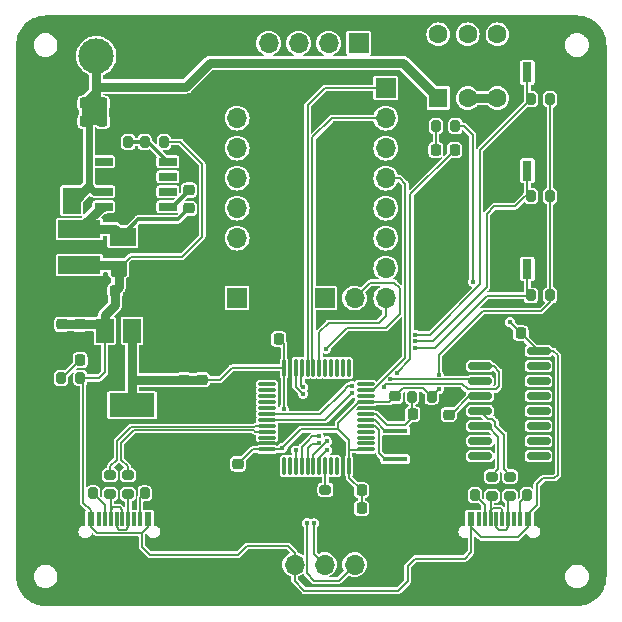
<source format=gbr>
%TF.GenerationSoftware,KiCad,Pcbnew,7.0.5*%
%TF.CreationDate,2023-08-28T18:13:49+08:00*%
%TF.ProjectId,TMC2209_TestBoard,544d4332-3230-4395-9f54-657374426f61,rev?*%
%TF.SameCoordinates,Original*%
%TF.FileFunction,Copper,L1,Top*%
%TF.FilePolarity,Positive*%
%FSLAX46Y46*%
G04 Gerber Fmt 4.6, Leading zero omitted, Abs format (unit mm)*
G04 Created by KiCad (PCBNEW 7.0.5) date 2023-08-28 18:13:49*
%MOMM*%
%LPD*%
G01*
G04 APERTURE LIST*
G04 Aperture macros list*
%AMRoundRect*
0 Rectangle with rounded corners*
0 $1 Rounding radius*
0 $2 $3 $4 $5 $6 $7 $8 $9 X,Y pos of 4 corners*
0 Add a 4 corners polygon primitive as box body*
4,1,4,$2,$3,$4,$5,$6,$7,$8,$9,$2,$3,0*
0 Add four circle primitives for the rounded corners*
1,1,$1+$1,$2,$3*
1,1,$1+$1,$4,$5*
1,1,$1+$1,$6,$7*
1,1,$1+$1,$8,$9*
0 Add four rect primitives between the rounded corners*
20,1,$1+$1,$2,$3,$4,$5,0*
20,1,$1+$1,$4,$5,$6,$7,0*
20,1,$1+$1,$6,$7,$8,$9,0*
20,1,$1+$1,$8,$9,$2,$3,0*%
G04 Aperture macros list end*
%TA.AperFunction,ComponentPad*%
%ADD10R,1.600000X1.600000*%
%TD*%
%TA.AperFunction,ComponentPad*%
%ADD11C,1.600000*%
%TD*%
%TA.AperFunction,SMDPad,CuDef*%
%ADD12R,0.800000X1.700000*%
%TD*%
%TA.AperFunction,SMDPad,CuDef*%
%ADD13R,2.100000X0.400000*%
%TD*%
%TA.AperFunction,SMDPad,CuDef*%
%ADD14R,1.525000X0.650000*%
%TD*%
%TA.AperFunction,SMDPad,CuDef*%
%ADD15R,2.600000X3.100000*%
%TD*%
%TA.AperFunction,SMDPad,CuDef*%
%ADD16R,1.550000X2.200000*%
%TD*%
%TA.AperFunction,SMDPad,CuDef*%
%ADD17R,2.200000X1.550000*%
%TD*%
%TA.AperFunction,SMDPad,CuDef*%
%ADD18R,0.600000X1.150000*%
%TD*%
%TA.AperFunction,SMDPad,CuDef*%
%ADD19R,0.300000X1.150000*%
%TD*%
%TA.AperFunction,ComponentPad*%
%ADD20O,1.000000X2.100000*%
%TD*%
%TA.AperFunction,ComponentPad*%
%ADD21O,1.000000X1.800000*%
%TD*%
%TA.AperFunction,SMDPad,CuDef*%
%ADD22RoundRect,0.075000X0.662500X0.075000X-0.662500X0.075000X-0.662500X-0.075000X0.662500X-0.075000X0*%
%TD*%
%TA.AperFunction,SMDPad,CuDef*%
%ADD23RoundRect,0.075000X0.075000X0.662500X-0.075000X0.662500X-0.075000X-0.662500X0.075000X-0.662500X0*%
%TD*%
%TA.AperFunction,SMDPad,CuDef*%
%ADD24R,3.600000X1.500000*%
%TD*%
%TA.AperFunction,SMDPad,CuDef*%
%ADD25RoundRect,0.200000X0.200000X0.275000X-0.200000X0.275000X-0.200000X-0.275000X0.200000X-0.275000X0*%
%TD*%
%TA.AperFunction,SMDPad,CuDef*%
%ADD26RoundRect,0.225000X0.225000X0.250000X-0.225000X0.250000X-0.225000X-0.250000X0.225000X-0.250000X0*%
%TD*%
%TA.AperFunction,SMDPad,CuDef*%
%ADD27RoundRect,0.250000X-0.450000X-0.425000X0.450000X-0.425000X0.450000X0.425000X-0.450000X0.425000X0*%
%TD*%
%TA.AperFunction,SMDPad,CuDef*%
%ADD28RoundRect,0.225000X0.250000X-0.225000X0.250000X0.225000X-0.250000X0.225000X-0.250000X-0.225000X0*%
%TD*%
%TA.AperFunction,ComponentPad*%
%ADD29R,1.700000X1.700000*%
%TD*%
%TA.AperFunction,ComponentPad*%
%ADD30O,1.700000X1.700000*%
%TD*%
%TA.AperFunction,SMDPad,CuDef*%
%ADD31RoundRect,0.218750X-0.218750X-0.256250X0.218750X-0.256250X0.218750X0.256250X-0.218750X0.256250X0*%
%TD*%
%TA.AperFunction,SMDPad,CuDef*%
%ADD32RoundRect,0.225000X-0.225000X-0.250000X0.225000X-0.250000X0.225000X0.250000X-0.225000X0.250000X0*%
%TD*%
%TA.AperFunction,SMDPad,CuDef*%
%ADD33RoundRect,0.200000X-0.200000X-0.275000X0.200000X-0.275000X0.200000X0.275000X-0.200000X0.275000X0*%
%TD*%
%TA.AperFunction,SMDPad,CuDef*%
%ADD34RoundRect,0.200000X-0.275000X0.200000X-0.275000X-0.200000X0.275000X-0.200000X0.275000X0.200000X0*%
%TD*%
%TA.AperFunction,SMDPad,CuDef*%
%ADD35RoundRect,0.225000X-0.250000X0.225000X-0.250000X-0.225000X0.250000X-0.225000X0.250000X0.225000X0*%
%TD*%
%TA.AperFunction,SMDPad,CuDef*%
%ADD36RoundRect,0.200000X0.275000X-0.200000X0.275000X0.200000X-0.275000X0.200000X-0.275000X-0.200000X0*%
%TD*%
%TA.AperFunction,SMDPad,CuDef*%
%ADD37RoundRect,0.218750X0.218750X0.256250X-0.218750X0.256250X-0.218750X-0.256250X0.218750X-0.256250X0*%
%TD*%
%TA.AperFunction,SMDPad,CuDef*%
%ADD38RoundRect,0.150000X-0.825000X-0.150000X0.825000X-0.150000X0.825000X0.150000X-0.825000X0.150000X0*%
%TD*%
%TA.AperFunction,SMDPad,CuDef*%
%ADD39R,1.500000X2.000000*%
%TD*%
%TA.AperFunction,SMDPad,CuDef*%
%ADD40R,3.800000X2.000000*%
%TD*%
%TA.AperFunction,ComponentPad*%
%ADD41R,3.000000X3.000000*%
%TD*%
%TA.AperFunction,ComponentPad*%
%ADD42C,3.000000*%
%TD*%
%TA.AperFunction,ViaPad*%
%ADD43C,0.450000*%
%TD*%
%TA.AperFunction,Conductor*%
%ADD44C,0.800000*%
%TD*%
%TA.AperFunction,Conductor*%
%ADD45C,0.600000*%
%TD*%
%TA.AperFunction,Conductor*%
%ADD46C,0.150000*%
%TD*%
%TA.AperFunction,Conductor*%
%ADD47C,0.300000*%
%TD*%
%TA.AperFunction,Conductor*%
%ADD48C,0.200000*%
%TD*%
G04 APERTURE END LIST*
D10*
%TO.P,SW1,1,1*%
%TO.N,Net-(D3-K)*%
X111596500Y-46449000D03*
D11*
%TO.P,SW1,2,2*%
%TO.N,VCC*%
X114096500Y-46449000D03*
%TO.P,SW1,3,3*%
X116596500Y-46449000D03*
%TO.P,SW1,4,4*%
%TO.N,unconnected-(SW1-Pad4)*%
X111596500Y-41049000D03*
%TO.P,SW1,5,5*%
%TO.N,unconnected-(SW1-Pad5)*%
X114096500Y-41049000D03*
%TO.P,SW1,6,6*%
%TO.N,unconnected-(SW1-Pad6)*%
X116596500Y-41049000D03*
%TD*%
D12*
%TO.P,S3,1,K*%
%TO.N,GND*%
X122540000Y-60920000D03*
%TO.P,S3,2,A*%
%TO.N,/KEY_3*%
X119140000Y-60920000D03*
%TD*%
%TO.P,S2,1,K*%
%TO.N,GND*%
X122540000Y-52600000D03*
%TO.P,S2,2,A*%
%TO.N,/KEY_2*%
X119140000Y-52600000D03*
%TD*%
%TO.P,S1,1,K*%
%TO.N,GND*%
X122540000Y-44260000D03*
%TO.P,S1,2,A*%
%TO.N,/KEY_1*%
X119140000Y-44260000D03*
%TD*%
D13*
%TO.P,R2,1,1*%
%TO.N,Net-(U1-PD1)*%
X107944430Y-74612570D03*
%TO.P,R2,2,2*%
%TO.N,GND*%
X107944430Y-75812570D03*
%TO.P,R2,3,3*%
%TO.N,Net-(U1-PD0)*%
X107944430Y-77012570D03*
%TD*%
D14*
%TO.P,IC1,1,BOOT*%
%TO.N,Net-(IC1-BOOT)*%
X88694000Y-55640000D03*
%TO.P,IC1,2,NC_1*%
%TO.N,unconnected-(IC1-NC_1-Pad2)*%
X88694000Y-54370000D03*
%TO.P,IC1,3,NC_2*%
%TO.N,unconnected-(IC1-NC_2-Pad3)*%
X88694000Y-53100000D03*
%TO.P,IC1,4,VSENSE*%
%TO.N,Net-(IC1-VSENSE)*%
X88694000Y-51830000D03*
%TO.P,IC1,5,ENA*%
%TO.N,unconnected-(IC1-ENA-Pad5)*%
X83270000Y-51830000D03*
%TO.P,IC1,6,GND*%
%TO.N,GND*%
X83270000Y-53100000D03*
%TO.P,IC1,7,VIN*%
%TO.N,Net-(D3-K)*%
X83270000Y-54370000D03*
%TO.P,IC1,8,PH*%
%TO.N,Net-(D2-K)*%
X83270000Y-55640000D03*
D15*
%TO.P,IC1,9,EP*%
%TO.N,GND*%
X85982000Y-53735000D03*
%TD*%
D16*
%TO.P,D3,1,K*%
%TO.N,Net-(D3-K)*%
X80570000Y-55130000D03*
%TO.P,D3,2,A*%
%TO.N,GND*%
X80570000Y-51030000D03*
%TD*%
D17*
%TO.P,D2,1,K*%
%TO.N,Net-(D2-K)*%
X84880000Y-58180000D03*
%TO.P,D2,2,A*%
%TO.N,GND*%
X88980000Y-58180000D03*
%TD*%
D18*
%TO.P,J6,A1,GND*%
%TO.N,GND*%
X81400000Y-82070000D03*
%TO.P,J6,A4,VBUS*%
%TO.N,+5V*%
X82200000Y-82070000D03*
D19*
%TO.P,J6,A5,CC1*%
%TO.N,Net-(J6-CC1)*%
X83350000Y-82070000D03*
%TO.P,J6,A6,D+*%
%TO.N,Net-(J6-D+-PadA6)*%
X84350000Y-82070000D03*
%TO.P,J6,A7,D-*%
%TO.N,Net-(J6-D--PadA7)*%
X84850000Y-82070000D03*
%TO.P,J6,A8,SBU1*%
%TO.N,unconnected-(J6-SBU1-PadA8)*%
X85850000Y-82070000D03*
D18*
%TO.P,J6,A9,VBUS*%
%TO.N,+5V*%
X87000000Y-82070000D03*
%TO.P,J6,A12,GND*%
%TO.N,GND*%
X87800000Y-82070000D03*
%TO.P,J6,B1,GND*%
X87800000Y-82070000D03*
%TO.P,J6,B4,VBUS*%
%TO.N,+5V*%
X87000000Y-82070000D03*
D19*
%TO.P,J6,B5,CC2*%
%TO.N,Net-(J6-CC2)*%
X86350000Y-82070000D03*
%TO.P,J6,B6,D+*%
%TO.N,Net-(J6-D+-PadA6)*%
X85350000Y-82070000D03*
%TO.P,J6,B7,D-*%
%TO.N,Net-(J6-D--PadA7)*%
X83850000Y-82070000D03*
%TO.P,J6,B8,SBU2*%
%TO.N,unconnected-(J6-SBU2-PadB8)*%
X82850000Y-82070000D03*
D18*
%TO.P,J6,B9,VBUS*%
%TO.N,+5V*%
X82200000Y-82070000D03*
%TO.P,J6,B12,GND*%
%TO.N,GND*%
X81400000Y-82070000D03*
D20*
%TO.P,J6,S1,SHIELD*%
X80280000Y-82645000D03*
D21*
X80280000Y-86825000D03*
D20*
X88920000Y-82645000D03*
D21*
X88920000Y-86825000D03*
%TD*%
D22*
%TO.P,U1,1,VBAT*%
%TO.N,+3.3V*%
X105432500Y-76190000D03*
%TO.P,U1,2,PC13*%
%TO.N,unconnected-(U1-PC13-Pad2)*%
X105432500Y-75690000D03*
%TO.P,U1,3,PC14*%
%TO.N,unconnected-(U1-PC14-Pad3)*%
X105432500Y-75190000D03*
%TO.P,U1,4,PC15*%
%TO.N,unconnected-(U1-PC15-Pad4)*%
X105432500Y-74690000D03*
%TO.P,U1,5,PD0*%
%TO.N,Net-(U1-PD0)*%
X105432500Y-74190000D03*
%TO.P,U1,6,PD1*%
%TO.N,Net-(U1-PD1)*%
X105432500Y-73690000D03*
%TO.P,U1,7,NRST*%
%TO.N,Net-(U1-NRST)*%
X105432500Y-73190000D03*
%TO.P,U1,8,VSSA*%
%TO.N,GND*%
X105432500Y-72690000D03*
%TO.P,U1,9,VDDA*%
%TO.N,+3.3V*%
X105432500Y-72190000D03*
%TO.P,U1,10,PA0*%
%TO.N,unconnected-(U1-PA0-Pad10)*%
X105432500Y-71690000D03*
%TO.P,U1,11,PA1*%
%TO.N,/USART2_TX*%
X105432500Y-71190000D03*
%TO.P,U1,12,PA2*%
%TO.N,/USART2_RX*%
X105432500Y-70690000D03*
D23*
%TO.P,U1,13,PA3*%
%TO.N,unconnected-(U1-PA3-Pad13)*%
X104020000Y-69277500D03*
%TO.P,U1,14,PA4*%
%TO.N,unconnected-(U1-PA4-Pad14)*%
X103520000Y-69277500D03*
%TO.P,U1,15,PA5*%
%TO.N,unconnected-(U1-PA5-Pad15)*%
X103020000Y-69277500D03*
%TO.P,U1,16,PA6*%
%TO.N,unconnected-(U1-PA6-Pad16)*%
X102520000Y-69277500D03*
%TO.P,U1,17,PA7*%
%TO.N,unconnected-(U1-PA7-Pad17)*%
X102020000Y-69277500D03*
%TO.P,U1,18,PB0*%
%TO.N,/Driver_EN*%
X101520000Y-69277500D03*
%TO.P,U1,19,PB1*%
%TO.N,/Driver_STP*%
X101020000Y-69277500D03*
%TO.P,U1,20,PB2*%
%TO.N,/Driver_DIR*%
X100520000Y-69277500D03*
%TO.P,U1,21,PB10*%
%TO.N,/OLED_SCL*%
X100020000Y-69277500D03*
%TO.P,U1,22,PB11*%
%TO.N,/OLED_SDA*%
X99520000Y-69277500D03*
%TO.P,U1,23,VSS*%
%TO.N,GND*%
X99020000Y-69277500D03*
%TO.P,U1,24,VDD*%
%TO.N,+3.3V*%
X98520000Y-69277500D03*
D22*
%TO.P,U1,25,PB12*%
%TO.N,unconnected-(U1-PB12-Pad25)*%
X97107500Y-70690000D03*
%TO.P,U1,26,PB13*%
%TO.N,unconnected-(U1-PB13-Pad26)*%
X97107500Y-71190000D03*
%TO.P,U1,27,PB14*%
%TO.N,unconnected-(U1-PB14-Pad27)*%
X97107500Y-71690000D03*
%TO.P,U1,28,PB15*%
%TO.N,unconnected-(U1-PB15-Pad28)*%
X97107500Y-72190000D03*
%TO.P,U1,29,PA8*%
%TO.N,unconnected-(U1-PA8-Pad29)*%
X97107500Y-72690000D03*
%TO.P,U1,30,PA9*%
%TO.N,/USART1_TX*%
X97107500Y-73190000D03*
%TO.P,U1,31,PA10*%
%TO.N,/USART1_RX*%
X97107500Y-73690000D03*
%TO.P,U1,32,PA11*%
%TO.N,/USB1_DN*%
X97107500Y-74190000D03*
%TO.P,U1,33,PA12*%
%TO.N,/USB1_DP*%
X97107500Y-74690000D03*
%TO.P,U1,34,PA13*%
%TO.N,unconnected-(U1-PA13-Pad34)*%
X97107500Y-75190000D03*
%TO.P,U1,35,VSS*%
%TO.N,GND*%
X97107500Y-75690000D03*
%TO.P,U1,36,VDD*%
%TO.N,+3.3V*%
X97107500Y-76190000D03*
D23*
%TO.P,U1,37,PA14*%
%TO.N,unconnected-(U1-PA14-Pad37)*%
X98520000Y-77602500D03*
%TO.P,U1,38,PA15*%
%TO.N,unconnected-(U1-PA15-Pad38)*%
X99020000Y-77602500D03*
%TO.P,U1,39,PB3*%
%TO.N,/Driver_Diag*%
X99520000Y-77602500D03*
%TO.P,U1,40,PB4*%
%TO.N,/KEY_1*%
X100020000Y-77602500D03*
%TO.P,U1,41,PB5*%
%TO.N,/KEY_2*%
X100520000Y-77602500D03*
%TO.P,U1,42,PB6*%
%TO.N,/KEY_3*%
X101020000Y-77602500D03*
%TO.P,U1,43,PB7*%
%TO.N,/LED*%
X101520000Y-77602500D03*
%TO.P,U1,44,BOOT0*%
%TO.N,Net-(U1-BOOT0)*%
X102020000Y-77602500D03*
%TO.P,U1,45,PB8*%
%TO.N,unconnected-(U1-PB8-Pad45)*%
X102520000Y-77602500D03*
%TO.P,U1,46,PB9*%
%TO.N,unconnected-(U1-PB9-Pad46)*%
X103020000Y-77602500D03*
%TO.P,U1,47,VSS*%
%TO.N,GND*%
X103520000Y-77602500D03*
%TO.P,U1,48,VDD*%
%TO.N,+3.3V*%
X104020000Y-77602500D03*
%TD*%
D24*
%TO.P,L1,1,1*%
%TO.N,Net-(D2-K)*%
X81212000Y-57550000D03*
%TO.P,L1,2,2*%
%TO.N,+5V*%
X81212000Y-60600000D03*
%TD*%
D25*
%TO.P,R6,1*%
%TO.N,+3.3V*%
X121070000Y-54750000D03*
%TO.P,R6,2*%
%TO.N,/KEY_2*%
X119420000Y-54750000D03*
%TD*%
D26*
%TO.P,C11,1*%
%TO.N,Net-(D3-K)*%
X81690000Y-46900000D03*
%TO.P,C11,2*%
%TO.N,GND*%
X80140000Y-46900000D03*
%TD*%
D27*
%TO.P,C12,1*%
%TO.N,+5V*%
X84525000Y-60890000D03*
%TO.P,C12,2*%
%TO.N,GND*%
X87225000Y-60890000D03*
%TD*%
D28*
%TO.P,C9,1*%
%TO.N,Net-(D2-K)*%
X90490000Y-55790000D03*
%TO.P,C9,2*%
%TO.N,Net-(IC1-BOOT)*%
X90490000Y-54240000D03*
%TD*%
D29*
%TO.P,J4,1,Pin_1*%
%TO.N,GND*%
X96885000Y-85940000D03*
D30*
%TO.P,J4,2,Pin_2*%
%TO.N,+5V*%
X99425000Y-85940000D03*
%TO.P,J4,3,Pin_3*%
%TO.N,/OLED_SCL*%
X101965000Y-85940000D03*
%TO.P,J4,4,Pin_4*%
%TO.N,/OLED_SDA*%
X104505000Y-85940000D03*
%TD*%
D31*
%TO.P,D4,1,K*%
%TO.N,GND*%
X79695000Y-68640000D03*
%TO.P,D4,2,A*%
%TO.N,Net-(D4-A)*%
X81270000Y-68640000D03*
%TD*%
D25*
%TO.P,R11,1*%
%TO.N,GND*%
X120740000Y-80065000D03*
%TO.P,R11,2*%
%TO.N,Net-(J5-CC2)*%
X119090000Y-80065000D03*
%TD*%
D32*
%TO.P,C13,1*%
%TO.N,Net-(D3-K)*%
X83130000Y-46900000D03*
%TO.P,C13,2*%
%TO.N,GND*%
X84680000Y-46900000D03*
%TD*%
D33*
%TO.P,R9,1*%
%TO.N,GND*%
X83705000Y-50150000D03*
%TO.P,R9,2*%
%TO.N,Net-(IC1-VSENSE)*%
X85355000Y-50150000D03*
%TD*%
D34*
%TO.P,R12,1*%
%TO.N,/USB_UART_DN*%
X116150000Y-78490000D03*
%TO.P,R12,2*%
%TO.N,Net-(J5-D--PadA7)*%
X116150000Y-80140000D03*
%TD*%
D29*
%TO.P,J8,1,Pin_1*%
%TO.N,/OA2*%
X104850000Y-41790000D03*
D30*
%TO.P,J8,2,Pin_2*%
%TO.N,/OA1*%
X102310000Y-41790000D03*
%TO.P,J8,3,Pin_3*%
%TO.N,/OB1*%
X99770000Y-41790000D03*
%TO.P,J8,4,Pin_4*%
%TO.N,/OB2*%
X97230000Y-41790000D03*
%TD*%
D35*
%TO.P,C16,1*%
%TO.N,+5V*%
X79720000Y-65595000D03*
%TO.P,C16,2*%
%TO.N,GND*%
X79720000Y-67145000D03*
%TD*%
D36*
%TO.P,R3,1*%
%TO.N,GND*%
X102040000Y-81250000D03*
%TO.P,R3,2*%
%TO.N,Net-(U1-BOOT0)*%
X102040000Y-79600000D03*
%TD*%
D35*
%TO.P,C17,1*%
%TO.N,+5V*%
X81230000Y-65595000D03*
%TO.P,C17,2*%
%TO.N,GND*%
X81230000Y-67145000D03*
%TD*%
D25*
%TO.P,R1,1*%
%TO.N,+3.3V*%
X111030000Y-71720000D03*
%TO.P,R1,2*%
%TO.N,Net-(U1-NRST)*%
X109380000Y-71720000D03*
%TD*%
D33*
%TO.P,R15,1*%
%TO.N,GND*%
X80725000Y-79920000D03*
%TO.P,R15,2*%
%TO.N,Net-(J6-CC1)*%
X82375000Y-79920000D03*
%TD*%
D37*
%TO.P,D1,1,K*%
%TO.N,/LED*%
X112967500Y-50820000D03*
%TO.P,D1,2,A*%
%TO.N,Net-(D1-A)*%
X111392500Y-50820000D03*
%TD*%
D25*
%TO.P,R14,1*%
%TO.N,+5V*%
X81295000Y-70150000D03*
%TO.P,R14,2*%
%TO.N,Net-(D4-A)*%
X79645000Y-70150000D03*
%TD*%
D32*
%TO.P,C4,1*%
%TO.N,Net-(U1-NRST)*%
X109430000Y-73220000D03*
%TO.P,C4,2*%
%TO.N,GND*%
X110980000Y-73220000D03*
%TD*%
D29*
%TO.P,J3,1,Pin_1*%
%TO.N,unconnected-(J3-Pin_1-Pad1)*%
X101960000Y-63380000D03*
D30*
%TO.P,J3,2,Pin_2*%
%TO.N,/Driver_Diag*%
X104500000Y-63380000D03*
%TD*%
D18*
%TO.P,J5,A1,GND*%
%TO.N,GND*%
X113570000Y-82070000D03*
%TO.P,J5,A4,VBUS*%
%TO.N,+5V*%
X114370000Y-82070000D03*
D19*
%TO.P,J5,A5,CC1*%
%TO.N,Net-(J5-CC1)*%
X115520000Y-82070000D03*
%TO.P,J5,A6,D+*%
%TO.N,Net-(J5-D+-PadA6)*%
X116520000Y-82070000D03*
%TO.P,J5,A7,D-*%
%TO.N,Net-(J5-D--PadA7)*%
X117020000Y-82070000D03*
%TO.P,J5,A8,SBU1*%
%TO.N,unconnected-(J5-SBU1-PadA8)*%
X118020000Y-82070000D03*
D18*
%TO.P,J5,A9,VBUS*%
%TO.N,+5V*%
X119170000Y-82070000D03*
%TO.P,J5,A12,GND*%
%TO.N,GND*%
X119970000Y-82070000D03*
%TO.P,J5,B1,GND*%
X119970000Y-82070000D03*
%TO.P,J5,B4,VBUS*%
%TO.N,+5V*%
X119170000Y-82070000D03*
D19*
%TO.P,J5,B5,CC2*%
%TO.N,Net-(J5-CC2)*%
X118520000Y-82070000D03*
%TO.P,J5,B6,D+*%
%TO.N,Net-(J5-D+-PadA6)*%
X117520000Y-82070000D03*
%TO.P,J5,B7,D-*%
%TO.N,Net-(J5-D--PadA7)*%
X116020000Y-82070000D03*
%TO.P,J5,B8,SBU2*%
%TO.N,unconnected-(J5-SBU2-PadB8)*%
X115020000Y-82070000D03*
D18*
%TO.P,J5,B9,VBUS*%
%TO.N,+5V*%
X114370000Y-82070000D03*
%TO.P,J5,B12,GND*%
%TO.N,GND*%
X113570000Y-82070000D03*
D20*
%TO.P,J5,S1,SHIELD*%
X112450000Y-82645000D03*
D21*
X112450000Y-86825000D03*
D20*
X121090000Y-82645000D03*
D21*
X121090000Y-86825000D03*
%TD*%
D35*
%TO.P,C3,1*%
%TO.N,+3.3V*%
X107950000Y-71695000D03*
%TO.P,C3,2*%
%TO.N,GND*%
X107950000Y-73245000D03*
%TD*%
D28*
%TO.P,C18,1*%
%TO.N,+3.3V*%
X91570000Y-70285000D03*
%TO.P,C18,2*%
%TO.N,GND*%
X91570000Y-68735000D03*
%TD*%
D29*
%TO.P,J1,1,Pin_1*%
%TO.N,VCC*%
X94555000Y-63380000D03*
D30*
%TO.P,J1,2,Pin_2*%
%TO.N,GND*%
X94555000Y-60840000D03*
%TO.P,J1,3,Pin_3*%
%TO.N,/OA2*%
X94555000Y-58300000D03*
%TO.P,J1,4,Pin_4*%
%TO.N,/OA1*%
X94555000Y-55760000D03*
%TO.P,J1,5,Pin_5*%
%TO.N,/OB1*%
X94555000Y-53220000D03*
%TO.P,J1,6,Pin_6*%
%TO.N,/OB2*%
X94555000Y-50680000D03*
%TO.P,J1,7,Pin_7*%
%TO.N,unconnected-(J1-Pin_7-Pad7)*%
X94555000Y-48140000D03*
%TO.P,J1,8,Pin_8*%
%TO.N,GND*%
X94555000Y-45600000D03*
%TD*%
D26*
%TO.P,C8,1*%
%TO.N,+5V*%
X118590000Y-66370000D03*
%TO.P,C8,2*%
%TO.N,GND*%
X117040000Y-66370000D03*
%TD*%
D29*
%TO.P,J2,1,Pin_1*%
%TO.N,/Driver_DIR*%
X107145000Y-45600000D03*
D30*
%TO.P,J2,2,Pin_2*%
%TO.N,/Driver_STP*%
X107145000Y-48140000D03*
%TO.P,J2,3,Pin_3*%
%TO.N,unconnected-(J2-Pin_3-Pad3)*%
X107145000Y-50680000D03*
%TO.P,J2,4,Pin_4*%
%TO.N,/USART2_TX*%
X107145000Y-53220000D03*
%TO.P,J2,5,Pin_5*%
%TO.N,unconnected-(J2-Pin_5-Pad5)*%
X107145000Y-55760000D03*
%TO.P,J2,6,Pin_6*%
%TO.N,unconnected-(J2-Pin_6-Pad6)*%
X107145000Y-58300000D03*
%TO.P,J2,7,Pin_7*%
%TO.N,unconnected-(J2-Pin_7-Pad7)*%
X107145000Y-60840000D03*
%TO.P,J2,8,Pin_8*%
%TO.N,/Driver_EN*%
X107145000Y-63380000D03*
%TD*%
D25*
%TO.P,R5,1*%
%TO.N,+3.3V*%
X121070000Y-46540000D03*
%TO.P,R5,2*%
%TO.N,/KEY_1*%
X119420000Y-46540000D03*
%TD*%
D28*
%TO.P,C1,1*%
%TO.N,+3.3V*%
X94660000Y-77425000D03*
%TO.P,C1,2*%
%TO.N,GND*%
X94660000Y-75875000D03*
%TD*%
D25*
%TO.P,R16,1*%
%TO.N,GND*%
X88380000Y-79920000D03*
%TO.P,R16,2*%
%TO.N,Net-(J6-CC2)*%
X86730000Y-79920000D03*
%TD*%
D34*
%TO.P,R17,1*%
%TO.N,/USB1_DN*%
X83800000Y-78345000D03*
%TO.P,R17,2*%
%TO.N,Net-(J6-D--PadA7)*%
X83800000Y-79995000D03*
%TD*%
D25*
%TO.P,R4,1*%
%TO.N,+5V*%
X113045000Y-48830000D03*
%TO.P,R4,2*%
%TO.N,Net-(D1-A)*%
X111395000Y-48830000D03*
%TD*%
D28*
%TO.P,C7,1*%
%TO.N,Net-(U2-V3)*%
X112460000Y-73245000D03*
%TO.P,C7,2*%
%TO.N,GND*%
X112460000Y-71695000D03*
%TD*%
D26*
%TO.P,C6,1*%
%TO.N,+3.3V*%
X105105000Y-81190000D03*
%TO.P,C6,2*%
%TO.N,GND*%
X103555000Y-81190000D03*
%TD*%
D38*
%TO.P,U2,1,GND*%
%TO.N,GND*%
X115135000Y-67865000D03*
%TO.P,U2,2,TXD*%
%TO.N,/USART1_RX*%
X115135000Y-69135000D03*
%TO.P,U2,3,RXD*%
%TO.N,/USART1_TX*%
X115135000Y-70405000D03*
%TO.P,U2,4,V3*%
%TO.N,Net-(U2-V3)*%
X115135000Y-71675000D03*
%TO.P,U2,5,UD+*%
%TO.N,/USB_UART_DP*%
X115135000Y-72945000D03*
%TO.P,U2,6,UD-*%
%TO.N,/USB_UART_DN*%
X115135000Y-74215000D03*
%TO.P,U2,7,NC*%
%TO.N,unconnected-(U2-NC-Pad7)*%
X115135000Y-75485000D03*
%TO.P,U2,8,NC*%
%TO.N,unconnected-(U2-NC-Pad8)*%
X115135000Y-76755000D03*
%TO.P,U2,9,~{CTS}*%
%TO.N,unconnected-(U2-~{CTS}-Pad9)*%
X120085000Y-76755000D03*
%TO.P,U2,10,~{DSR}*%
%TO.N,unconnected-(U2-~{DSR}-Pad10)*%
X120085000Y-75485000D03*
%TO.P,U2,11,~{RI}*%
%TO.N,unconnected-(U2-~{RI}-Pad11)*%
X120085000Y-74215000D03*
%TO.P,U2,12,~{DCD}*%
%TO.N,unconnected-(U2-~{DCD}-Pad12)*%
X120085000Y-72945000D03*
%TO.P,U2,13,~{DTR}*%
%TO.N,unconnected-(U2-~{DTR}-Pad13)*%
X120085000Y-71675000D03*
%TO.P,U2,14,~{RTS}*%
%TO.N,unconnected-(U2-~{RTS}-Pad14)*%
X120085000Y-70405000D03*
%TO.P,U2,15,R232*%
%TO.N,unconnected-(U2-R232-Pad15)*%
X120085000Y-69135000D03*
%TO.P,U2,16,VCC*%
%TO.N,+5V*%
X120085000Y-67865000D03*
%TD*%
D26*
%TO.P,C2,1*%
%TO.N,+3.3V*%
X105105000Y-79660000D03*
%TO.P,C2,2*%
%TO.N,GND*%
X103555000Y-79660000D03*
%TD*%
%TO.P,C15,1*%
%TO.N,Net-(D3-K)*%
X81690000Y-48397500D03*
%TO.P,C15,2*%
%TO.N,GND*%
X80140000Y-48397500D03*
%TD*%
D34*
%TO.P,R18,1*%
%TO.N,/USB1_DP*%
X85310000Y-78345000D03*
%TO.P,R18,2*%
%TO.N,Net-(J6-D+-PadA6)*%
X85310000Y-79995000D03*
%TD*%
D25*
%TO.P,R7,1*%
%TO.N,+3.3V*%
X121070000Y-63160000D03*
%TO.P,R7,2*%
%TO.N,/KEY_3*%
X119420000Y-63160000D03*
%TD*%
D32*
%TO.P,C10,1*%
%TO.N,+5V*%
X84235000Y-62740000D03*
%TO.P,C10,2*%
%TO.N,GND*%
X85785000Y-62740000D03*
%TD*%
D39*
%TO.P,U3,1,GND*%
%TO.N,GND*%
X87960000Y-66140000D03*
%TO.P,U3,2,VO*%
%TO.N,+3.3V*%
X85660000Y-66140000D03*
D40*
X85660000Y-72440000D03*
D39*
%TO.P,U3,3,VI*%
%TO.N,+5V*%
X83360000Y-66140000D03*
%TD*%
D41*
%TO.P,J7,1,Pin_1*%
%TO.N,GND*%
X87640000Y-42880000D03*
D42*
%TO.P,J7,2,Pin_2*%
%TO.N,Net-(D3-K)*%
X82640000Y-42880000D03*
%TD*%
D32*
%TO.P,C5,1*%
%TO.N,+3.3V*%
X98085000Y-66860000D03*
%TO.P,C5,2*%
%TO.N,GND*%
X99635000Y-66860000D03*
%TD*%
%TO.P,C14,1*%
%TO.N,Net-(D3-K)*%
X83130000Y-48397500D03*
%TO.P,C14,2*%
%TO.N,GND*%
X84680000Y-48397500D03*
%TD*%
D28*
%TO.P,C19,1*%
%TO.N,+3.3V*%
X90050000Y-70285000D03*
%TO.P,C19,2*%
%TO.N,GND*%
X90050000Y-68735000D03*
%TD*%
D33*
%TO.P,R8,1*%
%TO.N,Net-(IC1-VSENSE)*%
X86720000Y-50150000D03*
%TO.P,R8,2*%
%TO.N,+5V*%
X88370000Y-50150000D03*
%TD*%
D34*
%TO.P,R13,1*%
%TO.N,/USB_UART_DP*%
X117660000Y-78490000D03*
%TO.P,R13,2*%
%TO.N,Net-(J5-D+-PadA6)*%
X117660000Y-80140000D03*
%TD*%
D33*
%TO.P,R10,1*%
%TO.N,GND*%
X113065000Y-80065000D03*
%TO.P,R10,2*%
%TO.N,Net-(J5-CC1)*%
X114715000Y-80065000D03*
%TD*%
D43*
%TO.N,+3.3V*%
X98400000Y-76050000D03*
X111630000Y-71069500D03*
X111620000Y-69870000D03*
X98510000Y-72790500D03*
%TO.N,+5V*%
X117650000Y-65400000D03*
X114500000Y-61990000D03*
%TO.N,/LED*%
X102170000Y-76230000D03*
X108094266Y-69684266D03*
%TO.N,/Driver_Diag*%
X99530000Y-76280000D03*
X102070000Y-67670000D03*
%TO.N,/OLED_SCL*%
X101070000Y-82460000D03*
X100122079Y-70907099D03*
%TO.N,/OLED_SDA*%
X100490000Y-82440000D03*
X100130000Y-71480000D03*
%TO.N,/KEY_1*%
X101469500Y-75070000D03*
X109630000Y-66470000D03*
%TO.N,/KEY_2*%
X109651963Y-67019064D03*
X101469500Y-75620000D03*
%TO.N,/KEY_3*%
X109638009Y-67568390D03*
X102170083Y-75500083D03*
%TO.N,/USART1_TX*%
X104290000Y-70820000D03*
X107507673Y-70270860D03*
%TO.N,/USART1_RX*%
X106960000Y-70910000D03*
X104300000Y-71410000D03*
%TD*%
D44*
%TO.N,VCC*%
X114096500Y-46449000D02*
X116596500Y-46449000D01*
%TO.N,Net-(D3-K)*%
X90230000Y-45470000D02*
X82660000Y-45470000D01*
X92240000Y-43460000D02*
X90230000Y-45470000D01*
X108607500Y-43460000D02*
X92240000Y-43460000D01*
X82640000Y-45450000D02*
X82640000Y-45950000D01*
X82640000Y-42880000D02*
X82640000Y-45450000D01*
X111596500Y-46449000D02*
X108607500Y-43460000D01*
X82660000Y-45470000D02*
X82640000Y-45450000D01*
X80570000Y-55130000D02*
X80802500Y-55130000D01*
X80802500Y-55130000D02*
X82007500Y-53925000D01*
D45*
X82452500Y-54370000D02*
X83270000Y-54370000D01*
X82007500Y-53925000D02*
X82452500Y-54370000D01*
X82007500Y-48715000D02*
X82007500Y-53925000D01*
X81690000Y-48397500D02*
X82007500Y-48715000D01*
X81690000Y-48397500D02*
X83130000Y-48397500D01*
X81690000Y-46900000D02*
X83130000Y-46900000D01*
D44*
X83130000Y-46957500D02*
X81690000Y-48397500D01*
X83130000Y-46900000D02*
X83130000Y-46957500D01*
D45*
X81690000Y-46957500D02*
X83130000Y-48397500D01*
X81690000Y-46900000D02*
X81690000Y-46957500D01*
D44*
X83130000Y-46900000D02*
X83130000Y-48397500D01*
D45*
X81690000Y-46900000D02*
X81690000Y-48397500D01*
D44*
X82640000Y-45950000D02*
X81690000Y-46900000D01*
X82640000Y-46410000D02*
X83130000Y-46900000D01*
X82640000Y-42880000D02*
X82640000Y-46410000D01*
D46*
%TO.N,+3.3V*%
X121070000Y-63700000D02*
X121070000Y-63160000D01*
X115350000Y-64470000D02*
X120300000Y-64470000D01*
X111620000Y-68200000D02*
X115350000Y-64470000D01*
X120300000Y-64470000D02*
X121070000Y-63700000D01*
X111620000Y-69870000D02*
X111620000Y-68200000D01*
%TO.N,/KEY_3*%
X111351610Y-67568390D02*
X109638009Y-67568390D01*
X115750000Y-63170000D02*
X111351610Y-67568390D01*
X119410000Y-63170000D02*
X115750000Y-63170000D01*
X119420000Y-63160000D02*
X119410000Y-63170000D01*
%TO.N,/KEY_2*%
X111110936Y-67019064D02*
X109651963Y-67019064D01*
X116340000Y-55610000D02*
X115680000Y-56270000D01*
X115680000Y-62450000D02*
X111110936Y-67019064D01*
X118960000Y-54750000D02*
X118100000Y-55610000D01*
X119420000Y-54750000D02*
X118960000Y-54750000D01*
X118100000Y-55610000D02*
X116340000Y-55610000D01*
X115680000Y-56270000D02*
X115680000Y-62450000D01*
%TO.N,/KEY_1*%
X115130000Y-50830000D02*
X119420000Y-46540000D01*
X109630000Y-66470000D02*
X110890000Y-66470000D01*
X110890000Y-66470000D02*
X115130000Y-62230000D01*
X115130000Y-62230000D02*
X115130000Y-50830000D01*
%TO.N,+3.3V*%
X107455000Y-72190000D02*
X105432500Y-72190000D01*
D44*
X90050000Y-70285000D02*
X85675000Y-70285000D01*
X85660000Y-70300000D02*
X85660000Y-72440000D01*
D46*
X108625000Y-71020000D02*
X110330000Y-71020000D01*
D44*
X85660000Y-66140000D02*
X85660000Y-70300000D01*
D46*
X98520000Y-67295000D02*
X98520000Y-69277500D01*
X105432500Y-72190000D02*
X104841447Y-72190000D01*
X105105000Y-79660000D02*
X104020000Y-78575000D01*
X93100000Y-70290000D02*
X91575000Y-70290000D01*
X98520000Y-72780500D02*
X98510000Y-72790500D01*
D44*
X85675000Y-70285000D02*
X85660000Y-70300000D01*
D46*
X111030000Y-71720000D02*
X111030000Y-71669500D01*
X111030000Y-71669500D02*
X111630000Y-71069500D01*
X121070000Y-54750000D02*
X121070000Y-46540000D01*
X107950000Y-71695000D02*
X107455000Y-72190000D01*
X94660000Y-77425000D02*
X95895000Y-76190000D01*
X110330000Y-71020000D02*
X111030000Y-71720000D01*
X98400000Y-76050000D02*
X99960000Y-74490000D01*
X104020000Y-76240000D02*
X105382500Y-76240000D01*
X121070000Y-63160000D02*
X121070000Y-54750000D01*
X105382500Y-76240000D02*
X105432500Y-76190000D01*
X104841447Y-72190000D02*
X103100000Y-73931447D01*
X98520000Y-69277500D02*
X94112500Y-69277500D01*
X103100000Y-74490000D02*
X104020000Y-75410000D01*
X91575000Y-70290000D02*
X91570000Y-70285000D01*
X105105000Y-81190000D02*
X105105000Y-79660000D01*
X98260000Y-76190000D02*
X98400000Y-76050000D01*
X95895000Y-76190000D02*
X97107500Y-76190000D01*
X98520000Y-69277500D02*
X98520000Y-72780500D01*
X98085000Y-66860000D02*
X98520000Y-67295000D01*
X103100000Y-73931447D02*
X103100000Y-74490000D01*
X99960000Y-74490000D02*
X103100000Y-74490000D01*
X97107500Y-76190000D02*
X98260000Y-76190000D01*
X94112500Y-69277500D02*
X93100000Y-70290000D01*
X104020000Y-78575000D02*
X104020000Y-77602500D01*
X104020000Y-76240000D02*
X104020000Y-77602500D01*
X104020000Y-75410000D02*
X104020000Y-76240000D01*
D44*
X91570000Y-70285000D02*
X90050000Y-70285000D01*
D46*
X107950000Y-71695000D02*
X108625000Y-71020000D01*
%TO.N,GND*%
X103555000Y-77637500D02*
X103520000Y-77602500D01*
X99020000Y-67475000D02*
X99020000Y-69277500D01*
X103555000Y-81190000D02*
X103555000Y-79660000D01*
X116630000Y-66370000D02*
X115135000Y-67865000D01*
X103495000Y-81250000D02*
X103555000Y-81190000D01*
X99635000Y-66860000D02*
X99020000Y-67475000D01*
X94660000Y-75875000D02*
X94845000Y-75690000D01*
X117040000Y-66370000D02*
X116630000Y-66370000D01*
X105432500Y-72690000D02*
X107395000Y-72690000D01*
X103555000Y-79660000D02*
X103555000Y-77637500D01*
X94845000Y-75690000D02*
X97107500Y-75690000D01*
X102040000Y-81250000D02*
X103495000Y-81250000D01*
X107395000Y-72690000D02*
X107950000Y-73245000D01*
%TO.N,Net-(U1-NRST)*%
X108810000Y-74090000D02*
X109430000Y-73470000D01*
X109380000Y-73170000D02*
X109430000Y-73220000D01*
X109380000Y-71720000D02*
X109380000Y-73170000D01*
X106350000Y-73190000D02*
X107250000Y-74090000D01*
X107250000Y-74090000D02*
X108810000Y-74090000D01*
X109430000Y-73470000D02*
X109430000Y-73220000D01*
X105432500Y-73190000D02*
X106350000Y-73190000D01*
D47*
%TO.N,Net-(IC1-BOOT)*%
X90490000Y-54240000D02*
X89090000Y-55640000D01*
X89090000Y-55640000D02*
X88694000Y-55640000D01*
D44*
%TO.N,Net-(D3-K)*%
X80570000Y-55130000D02*
X80570000Y-55047500D01*
D46*
%TO.N,+5V*%
X114370000Y-82795000D02*
X115215000Y-83640000D01*
X100260000Y-88140000D02*
X108190000Y-88140000D01*
X120090000Y-67860000D02*
X121340000Y-67860000D01*
D48*
X83360000Y-69680000D02*
X83360000Y-66140000D01*
D44*
X81212000Y-60600000D02*
X84235000Y-60600000D01*
D46*
X115215000Y-83640000D02*
X118325000Y-83640000D01*
D44*
X81230000Y-65595000D02*
X82815000Y-65595000D01*
D46*
X119170000Y-82795000D02*
X119170000Y-82070000D01*
X85535000Y-59880000D02*
X84525000Y-60890000D01*
X118590000Y-66370000D02*
X118590000Y-66340000D01*
X119930000Y-80890000D02*
X119170000Y-81650000D01*
X109630000Y-85430000D02*
X113820000Y-85430000D01*
X121720000Y-78340000D02*
X121430000Y-78630000D01*
X82200000Y-82070000D02*
X82200000Y-82795000D01*
D44*
X79720000Y-65595000D02*
X81230000Y-65595000D01*
D46*
X114500000Y-49540000D02*
X113790000Y-48830000D01*
D44*
X82815000Y-65595000D02*
X83360000Y-66140000D01*
D46*
X89900000Y-59880000D02*
X85535000Y-59880000D01*
X99425000Y-84945000D02*
X99425000Y-85940000D01*
X114370000Y-84880000D02*
X114370000Y-82070000D01*
X81530000Y-80690000D02*
X81530000Y-70385000D01*
X91610000Y-58170000D02*
X89900000Y-59880000D01*
X94650000Y-85100000D02*
X95380000Y-84370000D01*
X98850000Y-84370000D02*
X99425000Y-84945000D01*
X118325000Y-83640000D02*
X119170000Y-82795000D01*
X86510000Y-83280000D02*
X87000000Y-82790000D01*
X99425000Y-85940000D02*
X99425000Y-87305000D01*
D44*
X84525000Y-60890000D02*
X84525000Y-62450000D01*
D46*
X121430000Y-78630000D02*
X120460000Y-78630000D01*
X114500000Y-61990000D02*
X114500000Y-49540000D01*
X120460000Y-78630000D02*
X119930000Y-79160000D01*
X108990000Y-86070000D02*
X109630000Y-85430000D01*
X119170000Y-81650000D02*
X119170000Y-82070000D01*
X88370000Y-50150000D02*
X89740000Y-50150000D01*
D44*
X83360000Y-64850000D02*
X83360000Y-66140000D01*
D46*
X87000000Y-82790000D02*
X87000000Y-82070000D01*
X91610000Y-52020000D02*
X91610000Y-58170000D01*
X89740000Y-50150000D02*
X91610000Y-52020000D01*
D44*
X84235000Y-63975000D02*
X83360000Y-64850000D01*
D46*
X82200000Y-82070000D02*
X82200000Y-81360000D01*
X108190000Y-88140000D02*
X108990000Y-87340000D01*
X120085000Y-67865000D02*
X120090000Y-67860000D01*
X119930000Y-79160000D02*
X119930000Y-80890000D01*
D44*
X84235000Y-60600000D02*
X84525000Y-60890000D01*
D46*
X87180000Y-85100000D02*
X94650000Y-85100000D01*
X113790000Y-48830000D02*
X113045000Y-48830000D01*
X99425000Y-87305000D02*
X100260000Y-88140000D01*
D44*
X84235000Y-62740000D02*
X84235000Y-63975000D01*
D46*
X86510000Y-84430000D02*
X87180000Y-85100000D01*
X82685000Y-83280000D02*
X86510000Y-83280000D01*
X118590000Y-66370000D02*
X120085000Y-67865000D01*
X121340000Y-67860000D02*
X121720000Y-68240000D01*
X81530000Y-70385000D02*
X81295000Y-70150000D01*
X86510000Y-83280000D02*
X86510000Y-84430000D01*
X82200000Y-81360000D02*
X81530000Y-80690000D01*
X118590000Y-66340000D02*
X117650000Y-65400000D01*
D48*
X82890000Y-70150000D02*
X83360000Y-69680000D01*
D46*
X95380000Y-84370000D02*
X98850000Y-84370000D01*
X121720000Y-68240000D02*
X121720000Y-78340000D01*
D44*
X84525000Y-62450000D02*
X84235000Y-62740000D01*
D46*
X114370000Y-82070000D02*
X114370000Y-82795000D01*
D48*
X81295000Y-70150000D02*
X82890000Y-70150000D01*
D46*
X113820000Y-85430000D02*
X114370000Y-84880000D01*
X82200000Y-82795000D02*
X82685000Y-83280000D01*
X108990000Y-87340000D02*
X108990000Y-86070000D01*
%TO.N,/LED*%
X112967500Y-50820000D02*
X109230000Y-54557500D01*
X101520000Y-76880000D02*
X101520000Y-77602500D01*
X109230000Y-54557500D02*
X109230000Y-68548532D01*
X102170000Y-76230000D02*
X101520000Y-76880000D01*
X109230000Y-68548532D02*
X108094266Y-69684266D01*
D48*
%TO.N,Net-(D4-A)*%
X79645000Y-70150000D02*
X79760000Y-70150000D01*
X79760000Y-70150000D02*
X81270000Y-68640000D01*
D47*
%TO.N,Net-(IC1-VSENSE)*%
X86720000Y-50150000D02*
X87014000Y-50150000D01*
X87014000Y-50150000D02*
X88694000Y-51830000D01*
X85355000Y-50150000D02*
X86720000Y-50150000D01*
D46*
%TO.N,/Driver_DIR*%
X100520000Y-69277500D02*
X100520000Y-47050000D01*
X100520000Y-47050000D02*
X101970000Y-45600000D01*
X101970000Y-45600000D02*
X107145000Y-45600000D01*
%TO.N,/Driver_STP*%
X100935000Y-69192500D02*
X100935000Y-49775000D01*
X102570000Y-48140000D02*
X107145000Y-48140000D01*
X101020000Y-69277500D02*
X100935000Y-69192500D01*
X100935000Y-49775000D02*
X102570000Y-48140000D01*
%TO.N,/USART2_TX*%
X106023553Y-71190000D02*
X108800000Y-68413553D01*
X105432500Y-71190000D02*
X106023553Y-71190000D01*
X108320000Y-53220000D02*
X107145000Y-53220000D01*
X108800000Y-68413553D02*
X108800000Y-53700000D01*
X108800000Y-53700000D02*
X108320000Y-53220000D01*
%TO.N,/Driver_EN*%
X107145000Y-64865000D02*
X107145000Y-63380000D01*
X107145000Y-62895000D02*
X107145000Y-63380000D01*
X106540000Y-65470000D02*
X107145000Y-64865000D01*
X102320000Y-65470000D02*
X106540000Y-65470000D01*
X101520000Y-66270000D02*
X102320000Y-65470000D01*
X101520000Y-69277500D02*
X101520000Y-66270000D01*
%TO.N,/Driver_Diag*%
X105800000Y-62080000D02*
X104500000Y-63380000D01*
X99530000Y-76280000D02*
X99530000Y-77592500D01*
X107870000Y-62080000D02*
X105800000Y-62080000D01*
X108320000Y-62530000D02*
X107870000Y-62080000D01*
X99530000Y-77592500D02*
X99520000Y-77602500D01*
X104500000Y-63380000D02*
X104500000Y-64160000D01*
X107170000Y-65900000D02*
X108320000Y-64750000D01*
X108320000Y-64750000D02*
X108320000Y-62530000D01*
X103840000Y-65900000D02*
X107170000Y-65900000D01*
X102070000Y-67670000D02*
X103840000Y-65900000D01*
%TO.N,/OLED_SCL*%
X101070000Y-85045000D02*
X101070000Y-82460000D01*
X101965000Y-85940000D02*
X101070000Y-85045000D01*
X100122079Y-70907099D02*
X100010000Y-70795020D01*
X100010000Y-69287500D02*
X100020000Y-69277500D01*
X100010000Y-70795020D02*
X100010000Y-69287500D01*
%TO.N,/OLED_SDA*%
X104505000Y-85940000D02*
X103145000Y-87300000D01*
X100130000Y-71480000D02*
X99520000Y-70870000D01*
X103145000Y-87300000D02*
X101100000Y-87300000D01*
X100490000Y-86690000D02*
X100490000Y-82440000D01*
X99520000Y-70870000D02*
X99520000Y-69277500D01*
X101100000Y-87300000D02*
X100490000Y-86690000D01*
%TO.N,Net-(U1-PD1)*%
X106200000Y-73690000D02*
X105432500Y-73690000D01*
X107122570Y-74612570D02*
X106200000Y-73690000D01*
X107944430Y-74612570D02*
X107122570Y-74612570D01*
%TO.N,Net-(U1-PD0)*%
X106210000Y-74190000D02*
X105432500Y-74190000D01*
X107944430Y-77012570D02*
X107094430Y-77012570D01*
X107094430Y-77012570D02*
X106580000Y-76498140D01*
X106580000Y-74560000D02*
X106210000Y-74190000D01*
X106580000Y-76498140D02*
X106580000Y-74560000D01*
%TO.N,Net-(U1-BOOT0)*%
X102040000Y-79600000D02*
X102040000Y-77622500D01*
X102040000Y-77622500D02*
X102020000Y-77602500D01*
%TO.N,/KEY_1*%
X100560000Y-75440000D02*
X100930000Y-75070000D01*
X100020000Y-75980000D02*
X100560000Y-75440000D01*
X119420000Y-46540000D02*
X119140000Y-46260000D01*
X100930000Y-75070000D02*
X101469500Y-75070000D01*
X100020000Y-77602500D02*
X100020000Y-75980000D01*
X119140000Y-46260000D02*
X119140000Y-44260000D01*
%TO.N,/KEY_2*%
X100900000Y-75720000D02*
X101369500Y-75720000D01*
X119420000Y-54750000D02*
X119140000Y-54470000D01*
X100520000Y-76100000D02*
X100900000Y-75720000D01*
X119140000Y-54470000D02*
X119140000Y-52600000D01*
X101369500Y-75720000D02*
X101469500Y-75620000D01*
X100520000Y-77602500D02*
X100520000Y-76100000D01*
%TO.N,/KEY_3*%
X101020000Y-77602500D02*
X101020000Y-76650166D01*
X119420000Y-63160000D02*
X119140000Y-62880000D01*
X101020000Y-76650166D02*
X102170083Y-75500083D01*
X119140000Y-62880000D02*
X119140000Y-60920000D01*
%TO.N,/USART1_TX*%
X97107500Y-73190000D02*
X101590000Y-73190000D01*
X101590000Y-73190000D02*
X103490000Y-71290000D01*
X107507673Y-70270860D02*
X115000860Y-70270860D01*
X115000860Y-70270860D02*
X115135000Y-70405000D01*
X103490000Y-71290000D02*
X103960000Y-70820000D01*
X103960000Y-70820000D02*
X104290000Y-70820000D01*
%TO.N,/USART1_RX*%
X115135000Y-69135000D02*
X116275000Y-69135000D01*
X116740000Y-69600000D02*
X116740000Y-70820000D01*
X102020000Y-73690000D02*
X97107500Y-73690000D01*
X104300000Y-71410000D02*
X102020000Y-73690000D01*
X116730000Y-70830000D02*
X116440000Y-71120000D01*
X107200000Y-70670000D02*
X106960000Y-70910000D01*
X113640000Y-70670000D02*
X107400000Y-70670000D01*
X116275000Y-69135000D02*
X116740000Y-69600000D01*
X116440000Y-71120000D02*
X114090000Y-71120000D01*
X114090000Y-71120000D02*
X113640000Y-70670000D01*
X116740000Y-70820000D02*
X116730000Y-70830000D01*
X107400000Y-70670000D02*
X107200000Y-70670000D01*
%TO.N,/USB1_DN*%
X84380000Y-77052499D02*
X84380000Y-75482512D01*
X85552512Y-74310000D02*
X96000000Y-74310000D01*
X96110000Y-74200000D02*
X97097500Y-74200000D01*
X97097500Y-74200000D02*
X97107500Y-74190000D01*
X96000000Y-74310000D02*
X96110000Y-74200000D01*
X83800000Y-78345000D02*
X83800000Y-77632499D01*
X84380000Y-75482512D02*
X85552512Y-74310000D01*
X83800000Y-77632499D02*
X84380000Y-77052499D01*
%TO.N,/USB1_DP*%
X84730000Y-77052499D02*
X84730000Y-75627488D01*
X85797488Y-74560000D02*
X95980000Y-74560000D01*
X85310000Y-77632499D02*
X84730000Y-77052499D01*
X95980000Y-74560000D02*
X96110000Y-74690000D01*
X96110000Y-74690000D02*
X97107500Y-74690000D01*
X85310000Y-78345000D02*
X85310000Y-77632499D01*
X84730000Y-75627488D02*
X85797488Y-74560000D01*
%TO.N,Net-(U2-V3)*%
X112635000Y-73245000D02*
X114205000Y-71675000D01*
X114205000Y-71675000D02*
X115135000Y-71675000D01*
X112460000Y-73245000D02*
X112635000Y-73245000D01*
D47*
%TO.N,Net-(D2-K)*%
X90490000Y-55790000D02*
X89560000Y-56720000D01*
D44*
X84250000Y-57550000D02*
X84880000Y-58180000D01*
X81212000Y-57550000D02*
X84250000Y-57550000D01*
X83270000Y-55640000D02*
X83122000Y-55640000D01*
X83122000Y-55640000D02*
X81212000Y-57550000D01*
D47*
X86170000Y-56720000D02*
X84880000Y-58010000D01*
X89560000Y-56720000D02*
X86170000Y-56720000D01*
X84880000Y-58010000D02*
X84880000Y-58180000D01*
D46*
%TO.N,Net-(D1-A)*%
X111395000Y-48830000D02*
X111395000Y-50817500D01*
X111395000Y-50817500D02*
X111392500Y-50820000D01*
%TO.N,Net-(J5-CC1)*%
X114715000Y-80065000D02*
X115520000Y-80870000D01*
X115520000Y-80870000D02*
X115520000Y-82070000D01*
%TO.N,Net-(J5-D+-PadA6)*%
X117520000Y-80280000D02*
X117520000Y-82070000D01*
X117520000Y-82795000D02*
X117520000Y-82070000D01*
X116725000Y-83000000D02*
X117315000Y-83000000D01*
X116520000Y-82070000D02*
X116520000Y-82795000D01*
X116520000Y-82795000D02*
X116725000Y-83000000D01*
X117660000Y-80140000D02*
X117520000Y-80280000D01*
X117315000Y-83000000D02*
X117520000Y-82795000D01*
%TO.N,Net-(J5-D--PadA7)*%
X116150000Y-80140000D02*
X116020000Y-80270000D01*
X116000000Y-82070000D02*
X116000000Y-81410000D01*
X116000000Y-81410000D02*
X116220000Y-81190000D01*
X116220000Y-81190000D02*
X116865000Y-81190000D01*
X116020000Y-80270000D02*
X116020000Y-82070000D01*
X117020000Y-81345000D02*
X117020000Y-82070000D01*
X116020000Y-82070000D02*
X116000000Y-82070000D01*
X116865000Y-81190000D02*
X117020000Y-81345000D01*
%TO.N,Net-(J5-CC2)*%
X119090000Y-80065000D02*
X118520000Y-80635000D01*
X118520000Y-80635000D02*
X118520000Y-82070000D01*
%TO.N,Net-(J6-CC1)*%
X83350000Y-80895000D02*
X83350000Y-82070000D01*
X82375000Y-79920000D02*
X83350000Y-80895000D01*
%TO.N,Net-(J6-D+-PadA6)*%
X84350000Y-82795000D02*
X84585000Y-83030000D01*
X85350000Y-80035000D02*
X85350000Y-82070000D01*
X84585000Y-83030000D02*
X85115000Y-83030000D01*
X84350000Y-82070000D02*
X84350000Y-82795000D01*
X85115000Y-83030000D02*
X85350000Y-82795000D01*
X85350000Y-82795000D02*
X85350000Y-82070000D01*
X85310000Y-79995000D02*
X85350000Y-80035000D01*
%TO.N,Net-(J6-D--PadA7)*%
X84615000Y-81110000D02*
X84850000Y-81345000D01*
X83800000Y-79995000D02*
X83850000Y-80045000D01*
X83850000Y-82070000D02*
X83850000Y-81345000D01*
X83850000Y-80045000D02*
X83850000Y-82070000D01*
X84850000Y-81345000D02*
X84850000Y-82070000D01*
X83850000Y-81345000D02*
X84085000Y-81110000D01*
X84085000Y-81110000D02*
X84615000Y-81110000D01*
%TO.N,Net-(J6-CC2)*%
X86730000Y-79920000D02*
X86350000Y-80300000D01*
X86350000Y-80300000D02*
X86350000Y-82070000D01*
D48*
%TO.N,/USB_UART_DN*%
X116680000Y-77885000D02*
X116680000Y-75126397D01*
X116150000Y-78415000D02*
X116680000Y-77885000D01*
X116150000Y-78490000D02*
X116150000Y-78415000D01*
X115768603Y-74215000D02*
X115135000Y-74215000D01*
X116680000Y-75126397D02*
X115768603Y-74215000D01*
%TO.N,/USB_UART_DP*%
X116410000Y-73878604D02*
X116146396Y-73615000D01*
X117660000Y-78490000D02*
X117660000Y-78415000D01*
X117660000Y-78415000D02*
X117130000Y-77885000D01*
X117130000Y-74940000D02*
X116410000Y-74220000D01*
X116146396Y-73615000D02*
X115805000Y-73615000D01*
X116410000Y-74220000D02*
X116410000Y-73878604D01*
X117130000Y-77885000D02*
X117130000Y-74940000D01*
X115805000Y-73615000D02*
X115135000Y-72945000D01*
%TD*%
%TA.AperFunction,Conductor*%
%TO.N,GND*%
G36*
X108771964Y-71331948D02*
G01*
X108786315Y-71366596D01*
X108785712Y-71374258D01*
X108782267Y-71396012D01*
X108779500Y-71413481D01*
X108779500Y-72026517D01*
X108794353Y-72120303D01*
X108851945Y-72233335D01*
X108851950Y-72233342D01*
X108941657Y-72323049D01*
X108941664Y-72323054D01*
X109054693Y-72380645D01*
X109054694Y-72380645D01*
X109054696Y-72380646D01*
X109063165Y-72381987D01*
X109095140Y-72401579D01*
X109104500Y-72430383D01*
X109104500Y-72514079D01*
X109090148Y-72548727D01*
X109075034Y-72557990D01*
X109075309Y-72558530D01*
X108951786Y-72621467D01*
X108951779Y-72621472D01*
X108856472Y-72716779D01*
X108856467Y-72716786D01*
X108795282Y-72836870D01*
X108795281Y-72836872D01*
X108795281Y-72836874D01*
X108779500Y-72936512D01*
X108779500Y-73503488D01*
X108795281Y-73603126D01*
X108795281Y-73603127D01*
X108795282Y-73603129D01*
X108816915Y-73645586D01*
X108819858Y-73682973D01*
X108807904Y-73702479D01*
X108710236Y-73800148D01*
X108675588Y-73814500D01*
X107384412Y-73814500D01*
X107349764Y-73800148D01*
X106567406Y-73017790D01*
X106561312Y-73010364D01*
X106548626Y-72991377D01*
X106527624Y-72977344D01*
X106527624Y-72977343D01*
X106495863Y-72956122D01*
X106486042Y-72949560D01*
X106457495Y-72930485D01*
X106436152Y-72926239D01*
X106374768Y-72914029D01*
X106350000Y-72909103D01*
X106349999Y-72909103D01*
X106349998Y-72909103D01*
X106327603Y-72913558D01*
X106318043Y-72914500D01*
X106305680Y-72914500D01*
X106278457Y-72906242D01*
X106227956Y-72872498D01*
X106202495Y-72855485D01*
X106122133Y-72839500D01*
X106122129Y-72839500D01*
X104742869Y-72839500D01*
X104699934Y-72848040D01*
X104663152Y-72840722D01*
X104642317Y-72809539D01*
X104649635Y-72772757D01*
X104655722Y-72765339D01*
X104866211Y-72554850D01*
X104900859Y-72540499D01*
X106122129Y-72540499D01*
X106122132Y-72540499D01*
X106202495Y-72524515D01*
X106278457Y-72473757D01*
X106305680Y-72465500D01*
X107423043Y-72465500D01*
X107432603Y-72466442D01*
X107454999Y-72470897D01*
X107455000Y-72470897D01*
X107482132Y-72465500D01*
X107482133Y-72465500D01*
X107562495Y-72449515D01*
X107612091Y-72416376D01*
X107630622Y-72403994D01*
X107630621Y-72403994D01*
X107635926Y-72400450D01*
X107635929Y-72400446D01*
X107653624Y-72388624D01*
X107666316Y-72369630D01*
X107672406Y-72362209D01*
X107674772Y-72359843D01*
X107709412Y-72345500D01*
X108233486Y-72345500D01*
X108233488Y-72345500D01*
X108333126Y-72329719D01*
X108406895Y-72292132D01*
X108453213Y-72268532D01*
X108453215Y-72268530D01*
X108453220Y-72268528D01*
X108548528Y-72173220D01*
X108552425Y-72165573D01*
X108578602Y-72114196D01*
X108609719Y-72053126D01*
X108625500Y-71953488D01*
X108625500Y-71436512D01*
X108625500Y-71436510D01*
X108625349Y-71434591D01*
X108626389Y-71434509D01*
X108634401Y-71401070D01*
X108639395Y-71395219D01*
X108702669Y-71331945D01*
X108737315Y-71317596D01*
X108771964Y-71331948D01*
G37*
%TD.AperFunction*%
%TA.AperFunction,Conductor*%
G36*
X123340732Y-39450545D02*
G01*
X123390421Y-39453549D01*
X123438963Y-39456486D01*
X123648575Y-39470225D01*
X123651348Y-39470569D01*
X123789259Y-39495842D01*
X123957616Y-39529330D01*
X123960066Y-39529954D01*
X124100900Y-39573839D01*
X124101420Y-39574009D01*
X124256739Y-39626733D01*
X124258914Y-39627589D01*
X124396163Y-39689360D01*
X124396807Y-39689664D01*
X124541296Y-39760918D01*
X124543109Y-39761910D01*
X124673136Y-39840514D01*
X124674039Y-39841089D01*
X124806764Y-39929774D01*
X124808260Y-39930857D01*
X124928386Y-40024970D01*
X124929404Y-40025813D01*
X125037015Y-40120185D01*
X125048998Y-40130694D01*
X125050168Y-40131790D01*
X125158208Y-40239830D01*
X125159304Y-40241000D01*
X125264180Y-40360588D01*
X125265037Y-40361622D01*
X125359139Y-40481735D01*
X125360224Y-40483234D01*
X125448909Y-40615959D01*
X125449499Y-40616886D01*
X125528077Y-40746870D01*
X125529084Y-40748709D01*
X125600304Y-40893127D01*
X125600661Y-40893885D01*
X125613264Y-40921887D01*
X125662406Y-41031078D01*
X125663265Y-41033259D01*
X125715989Y-41188578D01*
X125716180Y-41189165D01*
X125760037Y-41329905D01*
X125760674Y-41332410D01*
X125794171Y-41500811D01*
X125819426Y-41638625D01*
X125819775Y-41641442D01*
X125833500Y-41850854D01*
X125833408Y-41850859D01*
X125833517Y-41851100D01*
X125839455Y-41949267D01*
X125839500Y-41950747D01*
X125839500Y-86949252D01*
X125839455Y-86950732D01*
X125833510Y-87048997D01*
X125819775Y-87258557D01*
X125819426Y-87261373D01*
X125794164Y-87399226D01*
X125760676Y-87567582D01*
X125760037Y-87570093D01*
X125716180Y-87710833D01*
X125715989Y-87711420D01*
X125663265Y-87866739D01*
X125662406Y-87868920D01*
X125600672Y-88006090D01*
X125600304Y-88006871D01*
X125529084Y-88151289D01*
X125528077Y-88153128D01*
X125449505Y-88283102D01*
X125448909Y-88284039D01*
X125360224Y-88416764D01*
X125359139Y-88418263D01*
X125265037Y-88538376D01*
X125264171Y-88539421D01*
X125159304Y-88658998D01*
X125158208Y-88660168D01*
X125050168Y-88768208D01*
X125048998Y-88769304D01*
X124929421Y-88874171D01*
X124928376Y-88875037D01*
X124808263Y-88969139D01*
X124806764Y-88970224D01*
X124674039Y-89058909D01*
X124673102Y-89059505D01*
X124543128Y-89138077D01*
X124541289Y-89139084D01*
X124396871Y-89210304D01*
X124396090Y-89210672D01*
X124258920Y-89272406D01*
X124256739Y-89273265D01*
X124101420Y-89325989D01*
X124100833Y-89326180D01*
X123960093Y-89370037D01*
X123957580Y-89370676D01*
X123789211Y-89404166D01*
X123651373Y-89429426D01*
X123648557Y-89429775D01*
X123438997Y-89443510D01*
X123340732Y-89449455D01*
X123339252Y-89449500D01*
X78340748Y-89449500D01*
X78339268Y-89449455D01*
X78241001Y-89443510D01*
X78031441Y-89429775D01*
X78028625Y-89429426D01*
X77944649Y-89414037D01*
X77890799Y-89404168D01*
X77722410Y-89370674D01*
X77719905Y-89370037D01*
X77579165Y-89326180D01*
X77578578Y-89325989D01*
X77423259Y-89273265D01*
X77421078Y-89272406D01*
X77336089Y-89234156D01*
X77283885Y-89210661D01*
X77283144Y-89210312D01*
X77227288Y-89182767D01*
X77138709Y-89139084D01*
X77136870Y-89138077D01*
X77006896Y-89059505D01*
X77005959Y-89058909D01*
X76873234Y-88970224D01*
X76871735Y-88969139D01*
X76751622Y-88875037D01*
X76750588Y-88874180D01*
X76631000Y-88769304D01*
X76629830Y-88768208D01*
X76521790Y-88660168D01*
X76520694Y-88658998D01*
X76518841Y-88656885D01*
X76415813Y-88539404D01*
X76414961Y-88538376D01*
X76320859Y-88418263D01*
X76319774Y-88416764D01*
X76231089Y-88284039D01*
X76230514Y-88283136D01*
X76151910Y-88153109D01*
X76150914Y-88151289D01*
X76079664Y-88006807D01*
X76079360Y-88006163D01*
X76017589Y-87868914D01*
X76016733Y-87866739D01*
X75972613Y-87736765D01*
X75964005Y-87711408D01*
X75963840Y-87710901D01*
X75919954Y-87570066D01*
X75919330Y-87567616D01*
X75885842Y-87399259D01*
X75860569Y-87261348D01*
X75860225Y-87258575D01*
X75846486Y-87048963D01*
X75842903Y-86989724D01*
X75840545Y-86950732D01*
X75840523Y-86950000D01*
X77334659Y-86950000D01*
X77353976Y-87146132D01*
X77353976Y-87146133D01*
X77411185Y-87334726D01*
X77411186Y-87334727D01*
X77501463Y-87503624D01*
X77504092Y-87508541D01*
X77504094Y-87508544D01*
X77512669Y-87518992D01*
X77577564Y-87598066D01*
X77577580Y-87598118D01*
X77577811Y-87598367D01*
X77629116Y-87660882D01*
X77629119Y-87660885D01*
X77721165Y-87736426D01*
X77721346Y-87736765D01*
X77723192Y-87738090D01*
X77781449Y-87785901D01*
X77781458Y-87785907D01*
X77781462Y-87785910D01*
X77889354Y-87843579D01*
X77889857Y-87844193D01*
X77890390Y-87844390D01*
X77893430Y-87845758D01*
X77955273Y-87878814D01*
X78143868Y-87936024D01*
X78320682Y-87953438D01*
X78339999Y-87955341D01*
X78339999Y-87955340D01*
X78340000Y-87955341D01*
X78536132Y-87936024D01*
X78724727Y-87878814D01*
X78898538Y-87785910D01*
X79050883Y-87660883D01*
X79175910Y-87508538D01*
X79268814Y-87334727D01*
X79326024Y-87146132D01*
X79345341Y-86950000D01*
X79345267Y-86949253D01*
X79341917Y-86915232D01*
X79326024Y-86753868D01*
X79268814Y-86565273D01*
X79175910Y-86391462D01*
X79175907Y-86391458D01*
X79175905Y-86391455D01*
X79102180Y-86301622D01*
X79050883Y-86239117D01*
X78979227Y-86180310D01*
X78898544Y-86114094D01*
X78898541Y-86114092D01*
X78898539Y-86114091D01*
X78898538Y-86114090D01*
X78816053Y-86070001D01*
X78724726Y-86021185D01*
X78536132Y-85963976D01*
X78340000Y-85944659D01*
X78143867Y-85963976D01*
X78143866Y-85963976D01*
X77955271Y-86021186D01*
X77893445Y-86054233D01*
X77890403Y-86055602D01*
X77889916Y-86055782D01*
X77889356Y-86056419D01*
X77781458Y-86114092D01*
X77781456Y-86114094D01*
X77723195Y-86161908D01*
X77721373Y-86163214D01*
X77721167Y-86163572D01*
X77629117Y-86239117D01*
X77577819Y-86301622D01*
X77577582Y-86301876D01*
X77577564Y-86301932D01*
X77504098Y-86391449D01*
X77504092Y-86391458D01*
X77411185Y-86565273D01*
X77353976Y-86753866D01*
X77353976Y-86753867D01*
X77334659Y-86949999D01*
X77334659Y-86950000D01*
X75840523Y-86950000D01*
X75840500Y-86949253D01*
X75840500Y-70456517D01*
X79044500Y-70456517D01*
X79059353Y-70550303D01*
X79116945Y-70663335D01*
X79116950Y-70663342D01*
X79206657Y-70753049D01*
X79206664Y-70753054D01*
X79319691Y-70810644D01*
X79319692Y-70810644D01*
X79319696Y-70810646D01*
X79413481Y-70825500D01*
X79876518Y-70825499D01*
X79970304Y-70810646D01*
X80031387Y-70779522D01*
X80083335Y-70753054D01*
X80083337Y-70753052D01*
X80083342Y-70753050D01*
X80173050Y-70663342D01*
X80173054Y-70663335D01*
X80230644Y-70550309D01*
X80230644Y-70550307D01*
X80230646Y-70550304D01*
X80245500Y-70456519D01*
X80245499Y-70109765D01*
X80259850Y-70075119D01*
X80626069Y-69708900D01*
X80660717Y-69694549D01*
X80695365Y-69708901D01*
X80709717Y-69743549D01*
X80709114Y-69751208D01*
X80697212Y-69826356D01*
X80694500Y-69843481D01*
X80694500Y-70456517D01*
X80709353Y-70550303D01*
X80766945Y-70663335D01*
X80766950Y-70663342D01*
X80856657Y-70753049D01*
X80856664Y-70753054D01*
X80969691Y-70810644D01*
X80969692Y-70810644D01*
X80969696Y-70810646D01*
X81063481Y-70825500D01*
X81205500Y-70825499D01*
X81240148Y-70839851D01*
X81254500Y-70874499D01*
X81254500Y-80658039D01*
X81253559Y-80667597D01*
X81249103Y-80690000D01*
X81254500Y-80717132D01*
X81254500Y-80717133D01*
X81270485Y-80797495D01*
X81294897Y-80834030D01*
X81331376Y-80888625D01*
X81350364Y-80901312D01*
X81357790Y-80907406D01*
X81745190Y-81294806D01*
X81759542Y-81329454D01*
X81751284Y-81356676D01*
X81711133Y-81416767D01*
X81711132Y-81416769D01*
X81711133Y-81416769D01*
X81699500Y-81475252D01*
X81699500Y-81475255D01*
X81699500Y-82522944D01*
X81685148Y-82557592D01*
X81656896Y-82571525D01*
X81559764Y-82584312D01*
X81419771Y-82642299D01*
X81419766Y-82642302D01*
X81299549Y-82734548D01*
X81299548Y-82734549D01*
X81207302Y-82854766D01*
X81207299Y-82854771D01*
X81149312Y-82994764D01*
X81129534Y-83144999D01*
X81149312Y-83295235D01*
X81207299Y-83435228D01*
X81207302Y-83435233D01*
X81287321Y-83539516D01*
X81299549Y-83555451D01*
X81419767Y-83647698D01*
X81419769Y-83647698D01*
X81419771Y-83647700D01*
X81495498Y-83679067D01*
X81559764Y-83705687D01*
X81672280Y-83720500D01*
X81672284Y-83720500D01*
X81747716Y-83720500D01*
X81747720Y-83720500D01*
X81860236Y-83705687D01*
X82000233Y-83647698D01*
X82120451Y-83555451D01*
X82212698Y-83435233D01*
X82254320Y-83334748D01*
X82280837Y-83308231D01*
X82318340Y-83308231D01*
X82334237Y-83318853D01*
X82467593Y-83452209D01*
X82473687Y-83459634D01*
X82486376Y-83478624D01*
X82508777Y-83493591D01*
X82508788Y-83493600D01*
X82509378Y-83493994D01*
X82577506Y-83539516D01*
X82685000Y-83560897D01*
X82703752Y-83557167D01*
X82707404Y-83556441D01*
X82716962Y-83555500D01*
X86185500Y-83555500D01*
X86220148Y-83569852D01*
X86234500Y-83604500D01*
X86234500Y-84398039D01*
X86233559Y-84407597D01*
X86229103Y-84430000D01*
X86234500Y-84457132D01*
X86234500Y-84457133D01*
X86250485Y-84537495D01*
X86280930Y-84583059D01*
X86311376Y-84628625D01*
X86330364Y-84641312D01*
X86337790Y-84647406D01*
X86962593Y-85272209D01*
X86968687Y-85279634D01*
X86981376Y-85298624D01*
X87003775Y-85313590D01*
X87003794Y-85313605D01*
X87030533Y-85331471D01*
X87058576Y-85350208D01*
X87072505Y-85359515D01*
X87152867Y-85375500D01*
X87152868Y-85375500D01*
X87180000Y-85380897D01*
X87180001Y-85380897D01*
X87202397Y-85376442D01*
X87211957Y-85375500D01*
X94618043Y-85375500D01*
X94627603Y-85376442D01*
X94649999Y-85380897D01*
X94650000Y-85380897D01*
X94677132Y-85375500D01*
X94677133Y-85375500D01*
X94757495Y-85359515D01*
X94799465Y-85331471D01*
X94825622Y-85313994D01*
X94825623Y-85313992D01*
X94848624Y-85298624D01*
X94861316Y-85279626D01*
X94867401Y-85272213D01*
X95479763Y-84659852D01*
X95514412Y-84645500D01*
X98715588Y-84645500D01*
X98750236Y-84659852D01*
X98996554Y-84906170D01*
X99010906Y-84940818D01*
X98996554Y-84975466D01*
X98985005Y-84984032D01*
X98838548Y-85062316D01*
X98678590Y-85193590D01*
X98547316Y-85353548D01*
X98449769Y-85536043D01*
X98389700Y-85734064D01*
X98389700Y-85734065D01*
X98369417Y-85939999D01*
X98369417Y-85940000D01*
X98389700Y-86145934D01*
X98389700Y-86145935D01*
X98415855Y-86232158D01*
X98449768Y-86343954D01*
X98547315Y-86526450D01*
X98678590Y-86686410D01*
X98838550Y-86817685D01*
X99021046Y-86915232D01*
X99114724Y-86943648D01*
X99143714Y-86967439D01*
X99149500Y-86990538D01*
X99149500Y-87273039D01*
X99148559Y-87282597D01*
X99144103Y-87305000D01*
X99149500Y-87332132D01*
X99149500Y-87332133D01*
X99165485Y-87412495D01*
X99195930Y-87458059D01*
X99226376Y-87503625D01*
X99245364Y-87516312D01*
X99252790Y-87522406D01*
X100042593Y-88312209D01*
X100048687Y-88319634D01*
X100061376Y-88338625D01*
X100082377Y-88352657D01*
X100084378Y-88353994D01*
X100152505Y-88399515D01*
X100152507Y-88399516D01*
X100259997Y-88420897D01*
X100260000Y-88420897D01*
X100260001Y-88420897D01*
X100282397Y-88416442D01*
X100291957Y-88415500D01*
X108158043Y-88415500D01*
X108167603Y-88416442D01*
X108189999Y-88420897D01*
X108190000Y-88420897D01*
X108217132Y-88415500D01*
X108217133Y-88415500D01*
X108297495Y-88399515D01*
X108341850Y-88369878D01*
X108365622Y-88353994D01*
X108365621Y-88353994D01*
X108370926Y-88350450D01*
X108370929Y-88350446D01*
X108388624Y-88338624D01*
X108401316Y-88319626D01*
X108407401Y-88312213D01*
X109162212Y-87557402D01*
X109169634Y-87551312D01*
X109188624Y-87538624D01*
X109205082Y-87513994D01*
X109227380Y-87480622D01*
X109249515Y-87447495D01*
X109265500Y-87367133D01*
X109265500Y-87367132D01*
X109270897Y-87340000D01*
X109266440Y-87317597D01*
X109265500Y-87308039D01*
X109265500Y-86950000D01*
X122334659Y-86950000D01*
X122353976Y-87146132D01*
X122353976Y-87146133D01*
X122411185Y-87334726D01*
X122411186Y-87334727D01*
X122501463Y-87503624D01*
X122504092Y-87508541D01*
X122504094Y-87508544D01*
X122512669Y-87518992D01*
X122577564Y-87598066D01*
X122577580Y-87598118D01*
X122577811Y-87598367D01*
X122629116Y-87660882D01*
X122629119Y-87660885D01*
X122721165Y-87736426D01*
X122721346Y-87736765D01*
X122723192Y-87738090D01*
X122781449Y-87785901D01*
X122781458Y-87785907D01*
X122781462Y-87785910D01*
X122889354Y-87843579D01*
X122889857Y-87844193D01*
X122890390Y-87844390D01*
X122893430Y-87845758D01*
X122955273Y-87878814D01*
X123143868Y-87936024D01*
X123340000Y-87955341D01*
X123536132Y-87936024D01*
X123724727Y-87878814D01*
X123898538Y-87785910D01*
X124050883Y-87660883D01*
X124175910Y-87508538D01*
X124268814Y-87334727D01*
X124326024Y-87146132D01*
X124345341Y-86950000D01*
X124345267Y-86949253D01*
X124341917Y-86915232D01*
X124326024Y-86753868D01*
X124268814Y-86565273D01*
X124175910Y-86391462D01*
X124175907Y-86391458D01*
X124175905Y-86391455D01*
X124102180Y-86301622D01*
X124050883Y-86239117D01*
X123979227Y-86180310D01*
X123898544Y-86114094D01*
X123898541Y-86114092D01*
X123898539Y-86114091D01*
X123898538Y-86114090D01*
X123816053Y-86070001D01*
X123724726Y-86021185D01*
X123536132Y-85963976D01*
X123340000Y-85944659D01*
X123143867Y-85963976D01*
X123143866Y-85963976D01*
X122955271Y-86021186D01*
X122893445Y-86054233D01*
X122890403Y-86055602D01*
X122889916Y-86055782D01*
X122889356Y-86056419D01*
X122781458Y-86114092D01*
X122781456Y-86114094D01*
X122723195Y-86161908D01*
X122721373Y-86163214D01*
X122721167Y-86163572D01*
X122629117Y-86239117D01*
X122577819Y-86301622D01*
X122577582Y-86301876D01*
X122577564Y-86301932D01*
X122504098Y-86391449D01*
X122504092Y-86391458D01*
X122411185Y-86565273D01*
X122353976Y-86753866D01*
X122353976Y-86753867D01*
X122334659Y-86949999D01*
X122334659Y-86950000D01*
X109265500Y-86950000D01*
X109265500Y-86204411D01*
X109279851Y-86169764D01*
X109729764Y-85719852D01*
X109764412Y-85705500D01*
X113788043Y-85705500D01*
X113797603Y-85706442D01*
X113819999Y-85710897D01*
X113820000Y-85710897D01*
X113847132Y-85705500D01*
X113847133Y-85705500D01*
X113927495Y-85689515D01*
X113973009Y-85659103D01*
X113995622Y-85643994D01*
X113995623Y-85643992D01*
X114018624Y-85628624D01*
X114031316Y-85609630D01*
X114037404Y-85602211D01*
X114542213Y-85097401D01*
X114549626Y-85091316D01*
X114568624Y-85078624D01*
X114629515Y-84987495D01*
X114645500Y-84907133D01*
X114645500Y-84907128D01*
X114645983Y-84904700D01*
X114650896Y-84880001D01*
X114650896Y-84880000D01*
X114646441Y-84857601D01*
X114645500Y-84848043D01*
X114645500Y-83578412D01*
X114659852Y-83543764D01*
X114694500Y-83529412D01*
X114729148Y-83543764D01*
X114997593Y-83812209D01*
X115003687Y-83819634D01*
X115016375Y-83838624D01*
X115037355Y-83852642D01*
X115107504Y-83899515D01*
X115109823Y-83900218D01*
X115112239Y-83900456D01*
X115187867Y-83915500D01*
X115187870Y-83915500D01*
X115190218Y-83915967D01*
X115190223Y-83915967D01*
X115215000Y-83920896D01*
X115233733Y-83917169D01*
X115237399Y-83916441D01*
X115246957Y-83915500D01*
X118293043Y-83915500D01*
X118302603Y-83916442D01*
X118324999Y-83920897D01*
X118325000Y-83920897D01*
X118352132Y-83915500D01*
X118352133Y-83915500D01*
X118432495Y-83899515D01*
X118474465Y-83871471D01*
X118500622Y-83853994D01*
X118500623Y-83853992D01*
X118523624Y-83838624D01*
X118536316Y-83819626D01*
X118542401Y-83812213D01*
X119035763Y-83318851D01*
X119070410Y-83304500D01*
X119105058Y-83318852D01*
X119115680Y-83334749D01*
X119157299Y-83435228D01*
X119157302Y-83435233D01*
X119237321Y-83539516D01*
X119249549Y-83555451D01*
X119369767Y-83647698D01*
X119369769Y-83647698D01*
X119369771Y-83647700D01*
X119445498Y-83679067D01*
X119509764Y-83705687D01*
X119622280Y-83720500D01*
X119622284Y-83720500D01*
X119697716Y-83720500D01*
X119697720Y-83720500D01*
X119810236Y-83705687D01*
X119950233Y-83647698D01*
X120070451Y-83555451D01*
X120162698Y-83435233D01*
X120220687Y-83295236D01*
X120240466Y-83145000D01*
X120220687Y-82994764D01*
X120182468Y-82902495D01*
X120162700Y-82854771D01*
X120162697Y-82854766D01*
X120154200Y-82843693D01*
X120070451Y-82734549D01*
X119950233Y-82642302D01*
X119950228Y-82642299D01*
X119810235Y-82584312D01*
X119713104Y-82571525D01*
X119680626Y-82552773D01*
X119670500Y-82522944D01*
X119670500Y-81559411D01*
X119684851Y-81524764D01*
X120102213Y-81107401D01*
X120109626Y-81101316D01*
X120128624Y-81088624D01*
X120189515Y-80997495D01*
X120205500Y-80917133D01*
X120205500Y-80917132D01*
X120210897Y-80890000D01*
X120206440Y-80867597D01*
X120205500Y-80858039D01*
X120205500Y-79294412D01*
X120219852Y-79259764D01*
X120559764Y-78919852D01*
X120594412Y-78905500D01*
X121398043Y-78905500D01*
X121407603Y-78906442D01*
X121429999Y-78910897D01*
X121430000Y-78910897D01*
X121457132Y-78905500D01*
X121457133Y-78905500D01*
X121537495Y-78889515D01*
X121579465Y-78861471D01*
X121605622Y-78843994D01*
X121605623Y-78843992D01*
X121628624Y-78828624D01*
X121641316Y-78809630D01*
X121647404Y-78802211D01*
X121892213Y-78557401D01*
X121899626Y-78551316D01*
X121918624Y-78538624D01*
X121979515Y-78447495D01*
X121995500Y-78367133D01*
X121995500Y-78367132D01*
X122000897Y-78340000D01*
X121996440Y-78317597D01*
X121995500Y-78308039D01*
X121995500Y-68271956D01*
X121996442Y-68262396D01*
X122000897Y-68240001D01*
X122000897Y-68239998D01*
X121995500Y-68212868D01*
X121994425Y-68207465D01*
X121979515Y-68132505D01*
X121923224Y-68048260D01*
X121918624Y-68041375D01*
X121899634Y-68028687D01*
X121892209Y-68022593D01*
X121557406Y-67687790D01*
X121551312Y-67680364D01*
X121538626Y-67661377D01*
X121517624Y-67647344D01*
X121517624Y-67647343D01*
X121467133Y-67613607D01*
X121467127Y-67613603D01*
X121447495Y-67600485D01*
X121426152Y-67596239D01*
X121364768Y-67584029D01*
X121340000Y-67579103D01*
X121339999Y-67579103D01*
X121339998Y-67579103D01*
X121317603Y-67583558D01*
X121308043Y-67584500D01*
X121266931Y-67584500D01*
X121232283Y-67570148D01*
X121222910Y-67557021D01*
X121199198Y-67508517D01*
X121116483Y-67425802D01*
X121042015Y-67389397D01*
X121011396Y-67374428D01*
X121011394Y-67374427D01*
X120943262Y-67364500D01*
X120943260Y-67364500D01*
X119994412Y-67364500D01*
X119959764Y-67350148D01*
X119254851Y-66645235D01*
X119240500Y-66610589D01*
X119240500Y-66086512D01*
X119224719Y-65986874D01*
X119207524Y-65953126D01*
X119163532Y-65866786D01*
X119163527Y-65866779D01*
X119068220Y-65771472D01*
X119068213Y-65771467D01*
X118948129Y-65710282D01*
X118948127Y-65710281D01*
X118948126Y-65710281D01*
X118848488Y-65694500D01*
X118848486Y-65694500D01*
X118354412Y-65694500D01*
X118319764Y-65680148D01*
X118092826Y-65453210D01*
X118078474Y-65418562D01*
X118079078Y-65410894D01*
X118080804Y-65400000D01*
X118059719Y-65266874D01*
X118039322Y-65226842D01*
X117998532Y-65146786D01*
X117998527Y-65146779D01*
X117903220Y-65051472D01*
X117903213Y-65051467D01*
X117783128Y-64990282D01*
X117783127Y-64990281D01*
X117783126Y-64990281D01*
X117650000Y-64969196D01*
X117516874Y-64990281D01*
X117516872Y-64990281D01*
X117516871Y-64990282D01*
X117396786Y-65051467D01*
X117396779Y-65051472D01*
X117301472Y-65146779D01*
X117301467Y-65146786D01*
X117240282Y-65266871D01*
X117240281Y-65266872D01*
X117240281Y-65266874D01*
X117219196Y-65400000D01*
X117240281Y-65533126D01*
X117240281Y-65533127D01*
X117240282Y-65533128D01*
X117301467Y-65653213D01*
X117301472Y-65653220D01*
X117396779Y-65748527D01*
X117396786Y-65748532D01*
X117476842Y-65789321D01*
X117516874Y-65809719D01*
X117650000Y-65830804D01*
X117660895Y-65829078D01*
X117697361Y-65837830D01*
X117703210Y-65842826D01*
X117925148Y-66064764D01*
X117939500Y-66099411D01*
X117939500Y-66653488D01*
X117955281Y-66753126D01*
X117955281Y-66753127D01*
X117955282Y-66753129D01*
X118016467Y-66873213D01*
X118016472Y-66873220D01*
X118111779Y-66968527D01*
X118111786Y-66968532D01*
X118231870Y-67029717D01*
X118231874Y-67029719D01*
X118331512Y-67045500D01*
X118331514Y-67045500D01*
X118848490Y-67045500D01*
X118850409Y-67045349D01*
X118850491Y-67046394D01*
X118883914Y-67054391D01*
X118889792Y-67059408D01*
X119141112Y-67310728D01*
X119155464Y-67345376D01*
X119141112Y-67380024D01*
X119127985Y-67389397D01*
X119053519Y-67425801D01*
X119053515Y-67425803D01*
X118970803Y-67508515D01*
X118970801Y-67508519D01*
X118919428Y-67613603D01*
X118919427Y-67613605D01*
X118909499Y-67681738D01*
X118909500Y-68048259D01*
X118909499Y-68048259D01*
X118919427Y-68116394D01*
X118919428Y-68116396D01*
X118928156Y-68134249D01*
X118970802Y-68221483D01*
X119053517Y-68304198D01*
X119158607Y-68355573D01*
X119206884Y-68362606D01*
X119226738Y-68365500D01*
X119226740Y-68365500D01*
X120943262Y-68365500D01*
X120960590Y-68362974D01*
X121011393Y-68355573D01*
X121116483Y-68304198D01*
X121199198Y-68221483D01*
X121206051Y-68207463D01*
X121234160Y-68182640D01*
X121271591Y-68184962D01*
X121284720Y-68194336D01*
X121430147Y-68339763D01*
X121444499Y-68374411D01*
X121444499Y-78205588D01*
X121430147Y-78240236D01*
X121330236Y-78340148D01*
X121295588Y-78354500D01*
X120491957Y-78354500D01*
X120482397Y-78353558D01*
X120460001Y-78349103D01*
X120459997Y-78349103D01*
X120352506Y-78370484D01*
X120352505Y-78370484D01*
X120285662Y-78415145D01*
X120285654Y-78415153D01*
X120261375Y-78431376D01*
X120261374Y-78431377D01*
X120248686Y-78450365D01*
X120242594Y-78457788D01*
X119757788Y-78942594D01*
X119750365Y-78948686D01*
X119731377Y-78961374D01*
X119731376Y-78961375D01*
X119716005Y-78984377D01*
X119716006Y-78984378D01*
X119705902Y-78999500D01*
X119670485Y-79052504D01*
X119670484Y-79052505D01*
X119670485Y-79052505D01*
X119666617Y-79071950D01*
X119656580Y-79122409D01*
X119649103Y-79159997D01*
X119649103Y-79159998D01*
X119653558Y-79182397D01*
X119654499Y-79191956D01*
X119654500Y-79469812D01*
X119640148Y-79504460D01*
X119605500Y-79518812D01*
X119570852Y-79504460D01*
X119528342Y-79461950D01*
X119528335Y-79461945D01*
X119415308Y-79404355D01*
X119415305Y-79404354D01*
X119415304Y-79404354D01*
X119321519Y-79389500D01*
X119321517Y-79389500D01*
X118858482Y-79389500D01*
X118764696Y-79404353D01*
X118651664Y-79461945D01*
X118651657Y-79461950D01*
X118561950Y-79551657D01*
X118561945Y-79551664D01*
X118504355Y-79664690D01*
X118504355Y-79664692D01*
X118489499Y-79758482D01*
X118489500Y-80255587D01*
X118475147Y-80290235D01*
X118445664Y-80319719D01*
X118419147Y-80346236D01*
X118384499Y-80360587D01*
X118349850Y-80346235D01*
X118335499Y-80311589D01*
X118335499Y-79908482D01*
X118320646Y-79814696D01*
X118294551Y-79763481D01*
X118263054Y-79701664D01*
X118263049Y-79701657D01*
X118173342Y-79611950D01*
X118173335Y-79611945D01*
X118060308Y-79554355D01*
X118060305Y-79554354D01*
X118060304Y-79554354D01*
X117966519Y-79539500D01*
X117966517Y-79539500D01*
X117353482Y-79539500D01*
X117259696Y-79554353D01*
X117146664Y-79611945D01*
X117146657Y-79611950D01*
X117056950Y-79701657D01*
X117056945Y-79701664D01*
X116999355Y-79814690D01*
X116999355Y-79814692D01*
X116984500Y-79908482D01*
X116984500Y-80371517D01*
X116999353Y-80465303D01*
X117056945Y-80578335D01*
X117056950Y-80578342D01*
X117146658Y-80668050D01*
X117217745Y-80704271D01*
X117242102Y-80732788D01*
X117244500Y-80747930D01*
X117244499Y-81061587D01*
X117230147Y-81096235D01*
X117195499Y-81110587D01*
X117160851Y-81096235D01*
X117082406Y-81017790D01*
X117076312Y-81010364D01*
X117063626Y-80991377D01*
X117042624Y-80977344D01*
X117042624Y-80977343D01*
X117000975Y-80949515D01*
X116972495Y-80930485D01*
X116951152Y-80926239D01*
X116889768Y-80914029D01*
X116865000Y-80909103D01*
X116864999Y-80909103D01*
X116864998Y-80909103D01*
X116842603Y-80913558D01*
X116833043Y-80914500D01*
X116344500Y-80914500D01*
X116309852Y-80900148D01*
X116295500Y-80865500D01*
X116295500Y-80789499D01*
X116309852Y-80754851D01*
X116344500Y-80740499D01*
X116456517Y-80740499D01*
X116456518Y-80740499D01*
X116550304Y-80725646D01*
X116620265Y-80689999D01*
X116663335Y-80668054D01*
X116663337Y-80668052D01*
X116663342Y-80668050D01*
X116753050Y-80578342D01*
X116753054Y-80578335D01*
X116810644Y-80465309D01*
X116810644Y-80465307D01*
X116810646Y-80465304D01*
X116825500Y-80371519D01*
X116825499Y-79908482D01*
X116810646Y-79814696D01*
X116784551Y-79763481D01*
X116753054Y-79701664D01*
X116753049Y-79701657D01*
X116663342Y-79611950D01*
X116663335Y-79611945D01*
X116550308Y-79554355D01*
X116550305Y-79554354D01*
X116550304Y-79554354D01*
X116456519Y-79539500D01*
X116456517Y-79539500D01*
X115843482Y-79539500D01*
X115749696Y-79554353D01*
X115636664Y-79611945D01*
X115636657Y-79611950D01*
X115546950Y-79701657D01*
X115546945Y-79701664D01*
X115489355Y-79814690D01*
X115489355Y-79814692D01*
X115474499Y-79908482D01*
X115474500Y-80316588D01*
X115460148Y-80351236D01*
X115425500Y-80365588D01*
X115390852Y-80351236D01*
X115329851Y-80290235D01*
X115315499Y-80255587D01*
X115315499Y-79758482D01*
X115300646Y-79664696D01*
X115243054Y-79551664D01*
X115243049Y-79551657D01*
X115153342Y-79461950D01*
X115153335Y-79461945D01*
X115040308Y-79404355D01*
X115040305Y-79404354D01*
X115040304Y-79404354D01*
X114946519Y-79389500D01*
X114946517Y-79389500D01*
X114483482Y-79389500D01*
X114389696Y-79404353D01*
X114276664Y-79461945D01*
X114276657Y-79461950D01*
X114186950Y-79551657D01*
X114186945Y-79551664D01*
X114129355Y-79664690D01*
X114129355Y-79664692D01*
X114114500Y-79758482D01*
X114114500Y-80371517D01*
X114129353Y-80465303D01*
X114186945Y-80578335D01*
X114186950Y-80578342D01*
X114276657Y-80668049D01*
X114276664Y-80668054D01*
X114389691Y-80725644D01*
X114389692Y-80725644D01*
X114389696Y-80725646D01*
X114483481Y-80740500D01*
X114946518Y-80740499D01*
X114968791Y-80736971D01*
X115005257Y-80745726D01*
X115011104Y-80750720D01*
X115230148Y-80969764D01*
X115244500Y-81004412D01*
X115244500Y-81245829D01*
X115230148Y-81280477D01*
X115195500Y-81294829D01*
X115190704Y-81294594D01*
X115189748Y-81294500D01*
X114850252Y-81294500D01*
X114821010Y-81300316D01*
X114791766Y-81306133D01*
X114788748Y-81307384D01*
X114751252Y-81307384D01*
X114748233Y-81306133D01*
X114724837Y-81301479D01*
X114689748Y-81294500D01*
X114050252Y-81294500D01*
X113991768Y-81306133D01*
X113991769Y-81306133D01*
X113925447Y-81350447D01*
X113881134Y-81416767D01*
X113881133Y-81416769D01*
X113869500Y-81475252D01*
X113869499Y-81475255D01*
X113869500Y-81475255D01*
X113869500Y-82522944D01*
X113855148Y-82557592D01*
X113826896Y-82571525D01*
X113729764Y-82584312D01*
X113589771Y-82642299D01*
X113589766Y-82642302D01*
X113469549Y-82734548D01*
X113469548Y-82734549D01*
X113377302Y-82854766D01*
X113377299Y-82854771D01*
X113319312Y-82994764D01*
X113299534Y-83145000D01*
X113319312Y-83295235D01*
X113377299Y-83435228D01*
X113377302Y-83435233D01*
X113457321Y-83539516D01*
X113469549Y-83555451D01*
X113589767Y-83647698D01*
X113589769Y-83647698D01*
X113589771Y-83647700D01*
X113665498Y-83679067D01*
X113729764Y-83705687D01*
X113842280Y-83720500D01*
X113842284Y-83720500D01*
X113917716Y-83720500D01*
X113917720Y-83720500D01*
X114030236Y-83705687D01*
X114030237Y-83705686D01*
X114032810Y-83704997D01*
X114069993Y-83709886D01*
X114092828Y-83739635D01*
X114094500Y-83752325D01*
X114094499Y-84745588D01*
X114080147Y-84780236D01*
X113720236Y-85140148D01*
X113685588Y-85154500D01*
X109661961Y-85154500D01*
X109652402Y-85153559D01*
X109630000Y-85149103D01*
X109606737Y-85153730D01*
X109606735Y-85153730D01*
X109602868Y-85154500D01*
X109602867Y-85154500D01*
X109550798Y-85164857D01*
X109522504Y-85170485D01*
X109487925Y-85193590D01*
X109455656Y-85215151D01*
X109455654Y-85215153D01*
X109431375Y-85231376D01*
X109431374Y-85231377D01*
X109418686Y-85250365D01*
X109412594Y-85257788D01*
X108817788Y-85852594D01*
X108810365Y-85858686D01*
X108791378Y-85871373D01*
X108791373Y-85871378D01*
X108730485Y-85962504D01*
X108730483Y-85962508D01*
X108729052Y-85969707D01*
X108709103Y-86069997D01*
X108709103Y-86070001D01*
X108713558Y-86092396D01*
X108714500Y-86101956D01*
X108714500Y-87205587D01*
X108700148Y-87240235D01*
X108090236Y-87850148D01*
X108055588Y-87864500D01*
X100394412Y-87864500D01*
X100359764Y-87850148D01*
X99714852Y-87205235D01*
X99700500Y-87170587D01*
X99700500Y-86990538D01*
X99714852Y-86955890D01*
X99735276Y-86943648D01*
X99828954Y-86915232D01*
X100011450Y-86817685D01*
X100140006Y-86712182D01*
X100175892Y-86701296D01*
X100208966Y-86718975D01*
X100219147Y-86740500D01*
X100230484Y-86797493D01*
X100291376Y-86888625D01*
X100310364Y-86901312D01*
X100317790Y-86907406D01*
X100882593Y-87472209D01*
X100888687Y-87479634D01*
X100901376Y-87498625D01*
X100922377Y-87512657D01*
X100924378Y-87513994D01*
X100992505Y-87559515D01*
X100992507Y-87559516D01*
X101099997Y-87580897D01*
X101100000Y-87580897D01*
X101100001Y-87580897D01*
X101122397Y-87576442D01*
X101131957Y-87575500D01*
X103113043Y-87575500D01*
X103122603Y-87576442D01*
X103144999Y-87580897D01*
X103145000Y-87580897D01*
X103172132Y-87575500D01*
X103172133Y-87575500D01*
X103252495Y-87559515D01*
X103291979Y-87533131D01*
X103318183Y-87515624D01*
X103325925Y-87510450D01*
X103325931Y-87510446D01*
X103336616Y-87503306D01*
X103343624Y-87498624D01*
X103356316Y-87479626D01*
X103362401Y-87472213D01*
X103956965Y-86877649D01*
X103991612Y-86863298D01*
X104014711Y-86869084D01*
X104101046Y-86915232D01*
X104299066Y-86975300D01*
X104484715Y-86993585D01*
X104504999Y-86995583D01*
X104504999Y-86995582D01*
X104505000Y-86995583D01*
X104710934Y-86975300D01*
X104908954Y-86915232D01*
X105091450Y-86817685D01*
X105251410Y-86686410D01*
X105382685Y-86526450D01*
X105480232Y-86343954D01*
X105540300Y-86145934D01*
X105560583Y-85940000D01*
X105540300Y-85734066D01*
X105480232Y-85536046D01*
X105382685Y-85353550D01*
X105251410Y-85193590D01*
X105091450Y-85062315D01*
X104908954Y-84964768D01*
X104710934Y-84904700D01*
X104505000Y-84884417D01*
X104299065Y-84904700D01*
X104299064Y-84904700D01*
X104165435Y-84945236D01*
X104101050Y-84964767D01*
X104101043Y-84964769D01*
X103918548Y-85062316D01*
X103758590Y-85193590D01*
X103627316Y-85353548D01*
X103529769Y-85536043D01*
X103469700Y-85734064D01*
X103469700Y-85734065D01*
X103449417Y-85939999D01*
X103449417Y-85940000D01*
X103469700Y-86145934D01*
X103469700Y-86145935D01*
X103529769Y-86343956D01*
X103575914Y-86430287D01*
X103579590Y-86467610D01*
X103567348Y-86488034D01*
X103045236Y-87010148D01*
X103010588Y-87024500D01*
X102339075Y-87024500D01*
X102304427Y-87010148D01*
X102290075Y-86975500D01*
X102304427Y-86940852D01*
X102324849Y-86928610D01*
X102368954Y-86915232D01*
X102551450Y-86817685D01*
X102711410Y-86686410D01*
X102842685Y-86526450D01*
X102940232Y-86343954D01*
X103000300Y-86145934D01*
X103020583Y-85940000D01*
X103000300Y-85734066D01*
X102940232Y-85536046D01*
X102842685Y-85353550D01*
X102711410Y-85193590D01*
X102551450Y-85062315D01*
X102368954Y-84964768D01*
X102170934Y-84904700D01*
X101965000Y-84884417D01*
X101759065Y-84904700D01*
X101759064Y-84904700D01*
X101561041Y-84964769D01*
X101561040Y-84964770D01*
X101474710Y-85010914D01*
X101437388Y-85014590D01*
X101416964Y-85002348D01*
X101359852Y-84945236D01*
X101345500Y-84910588D01*
X101345500Y-82806544D01*
X101359852Y-82771896D01*
X101379852Y-82751896D01*
X101418528Y-82713220D01*
X101479719Y-82593126D01*
X101500804Y-82460000D01*
X101479719Y-82326874D01*
X101459321Y-82286842D01*
X101418532Y-82206786D01*
X101418527Y-82206779D01*
X101323220Y-82111472D01*
X101323213Y-82111467D01*
X101203128Y-82050282D01*
X101203127Y-82050281D01*
X101203126Y-82050281D01*
X101070000Y-82029196D01*
X100936874Y-82050281D01*
X100936872Y-82050281D01*
X100936871Y-82050282D01*
X100813343Y-82113222D01*
X100812309Y-82111192D01*
X100783029Y-82118147D01*
X100756165Y-82104417D01*
X100743220Y-82091472D01*
X100743213Y-82091467D01*
X100623128Y-82030282D01*
X100623127Y-82030281D01*
X100623126Y-82030281D01*
X100490000Y-82009196D01*
X100356874Y-82030281D01*
X100356872Y-82030281D01*
X100356871Y-82030282D01*
X100236786Y-82091467D01*
X100236779Y-82091472D01*
X100141472Y-82186779D01*
X100141467Y-82186786D01*
X100080282Y-82306871D01*
X100080281Y-82306872D01*
X100080281Y-82306874D01*
X100059196Y-82440000D01*
X100080281Y-82573126D01*
X100080281Y-82573127D01*
X100080282Y-82573128D01*
X100141467Y-82693213D01*
X100141472Y-82693220D01*
X100200148Y-82751896D01*
X100214500Y-82786544D01*
X100214500Y-85125351D01*
X100200148Y-85159999D01*
X100165500Y-85174351D01*
X100134415Y-85163229D01*
X100011451Y-85062316D01*
X100011450Y-85062315D01*
X99864994Y-84984032D01*
X99828958Y-84964770D01*
X99828956Y-84964769D01*
X99828954Y-84964768D01*
X99828951Y-84964767D01*
X99730284Y-84934836D01*
X99701294Y-84911044D01*
X99696449Y-84897503D01*
X99692968Y-84879998D01*
X99692968Y-84879997D01*
X99684515Y-84837506D01*
X99684515Y-84837505D01*
X99636659Y-84765884D01*
X99623624Y-84746375D01*
X99604634Y-84733687D01*
X99597209Y-84727593D01*
X99067406Y-84197790D01*
X99061312Y-84190364D01*
X99048625Y-84171376D01*
X99025623Y-84156007D01*
X98999464Y-84138527D01*
X98999464Y-84138526D01*
X98957496Y-84110485D01*
X98874768Y-84094029D01*
X98850000Y-84089103D01*
X98849999Y-84089103D01*
X98849998Y-84089103D01*
X98827603Y-84093558D01*
X98818043Y-84094500D01*
X95411957Y-84094500D01*
X95402397Y-84093558D01*
X95380001Y-84089103D01*
X95380000Y-84089103D01*
X95372175Y-84090659D01*
X95356737Y-84093730D01*
X95356735Y-84093730D01*
X95352868Y-84094500D01*
X95352867Y-84094500D01*
X95323275Y-84100386D01*
X95272502Y-84110485D01*
X95230534Y-84138528D01*
X95205656Y-84155151D01*
X95205654Y-84155153D01*
X95181375Y-84171376D01*
X95181374Y-84171377D01*
X95168686Y-84190365D01*
X95162594Y-84197788D01*
X94550236Y-84810148D01*
X94515588Y-84824500D01*
X87314412Y-84824500D01*
X87279764Y-84810148D01*
X86799852Y-84330236D01*
X86785500Y-84295588D01*
X86785500Y-83414411D01*
X86799849Y-83379766D01*
X86864300Y-83315315D01*
X86898945Y-83300965D01*
X86933593Y-83315316D01*
X86944215Y-83331213D01*
X86987301Y-83435231D01*
X86987302Y-83435233D01*
X87067321Y-83539516D01*
X87079549Y-83555451D01*
X87199767Y-83647698D01*
X87199769Y-83647698D01*
X87199771Y-83647700D01*
X87275498Y-83679067D01*
X87339764Y-83705687D01*
X87452280Y-83720500D01*
X87452284Y-83720500D01*
X87527716Y-83720500D01*
X87527720Y-83720500D01*
X87640236Y-83705687D01*
X87780233Y-83647698D01*
X87900451Y-83555451D01*
X87992698Y-83435233D01*
X88050687Y-83295236D01*
X88070466Y-83145000D01*
X88050687Y-82994764D01*
X88012468Y-82902495D01*
X87992700Y-82854771D01*
X87992697Y-82854766D01*
X87984200Y-82843693D01*
X87900451Y-82734549D01*
X87780233Y-82642302D01*
X87780228Y-82642299D01*
X87640235Y-82584312D01*
X87543104Y-82571525D01*
X87510626Y-82552773D01*
X87500500Y-82522944D01*
X87500500Y-81475255D01*
X87500500Y-81475252D01*
X87488867Y-81416769D01*
X87462301Y-81377012D01*
X87444552Y-81350447D01*
X87399999Y-81320678D01*
X87378231Y-81306133D01*
X87319748Y-81294500D01*
X86680252Y-81294500D01*
X86679296Y-81294594D01*
X86678986Y-81294500D01*
X86677845Y-81294500D01*
X86677845Y-81294153D01*
X86643410Y-81283702D01*
X86625735Y-81250625D01*
X86625500Y-81245829D01*
X86625500Y-80644499D01*
X86639852Y-80609851D01*
X86674500Y-80595499D01*
X86961517Y-80595499D01*
X86961518Y-80595499D01*
X87055304Y-80580646D01*
X87116387Y-80549522D01*
X87168335Y-80523054D01*
X87168337Y-80523052D01*
X87168342Y-80523050D01*
X87258050Y-80433342D01*
X87289551Y-80371519D01*
X87315644Y-80320309D01*
X87315644Y-80320307D01*
X87315646Y-80320304D01*
X87330500Y-80226519D01*
X87330499Y-79613482D01*
X87315646Y-79519696D01*
X87290229Y-79469812D01*
X87258054Y-79406664D01*
X87258049Y-79406657D01*
X87168342Y-79316950D01*
X87168335Y-79316945D01*
X87055308Y-79259355D01*
X87055305Y-79259354D01*
X87055304Y-79259354D01*
X86961519Y-79244500D01*
X86961517Y-79244500D01*
X86498482Y-79244500D01*
X86404696Y-79259353D01*
X86291664Y-79316945D01*
X86291657Y-79316950D01*
X86201950Y-79406657D01*
X86201945Y-79406664D01*
X86144355Y-79519690D01*
X86144355Y-79519692D01*
X86144354Y-79519694D01*
X86144354Y-79519696D01*
X86129500Y-79613481D01*
X86129500Y-79613482D01*
X86129500Y-80119251D01*
X86121242Y-80146474D01*
X86090484Y-80192506D01*
X86082557Y-80232354D01*
X86061721Y-80263536D01*
X86036956Y-80268460D01*
X86061195Y-80283314D01*
X86069611Y-80302555D01*
X86073142Y-80320307D01*
X86073558Y-80322395D01*
X86074500Y-80331956D01*
X86074500Y-81245829D01*
X86060148Y-81280477D01*
X86025500Y-81294829D01*
X86020704Y-81294594D01*
X86019748Y-81294500D01*
X85680252Y-81294500D01*
X85679296Y-81294594D01*
X85678986Y-81294500D01*
X85677845Y-81294500D01*
X85677845Y-81294153D01*
X85643410Y-81283702D01*
X85625735Y-81250625D01*
X85625500Y-81245829D01*
X85625500Y-80635926D01*
X85639852Y-80601278D01*
X85666835Y-80587529D01*
X85710304Y-80580646D01*
X85771387Y-80549522D01*
X85823335Y-80523054D01*
X85823337Y-80523052D01*
X85823342Y-80523050D01*
X85913050Y-80433342D01*
X85944551Y-80371519D01*
X85970644Y-80320309D01*
X85970644Y-80320307D01*
X85970646Y-80320304D01*
X85973157Y-80304449D01*
X85992751Y-80272474D01*
X86018217Y-80266360D01*
X85993756Y-80250015D01*
X85985499Y-80222796D01*
X85985499Y-79763482D01*
X85970646Y-79669696D01*
X85946952Y-79623194D01*
X85913054Y-79556664D01*
X85913049Y-79556657D01*
X85823342Y-79466950D01*
X85823335Y-79466945D01*
X85710308Y-79409355D01*
X85710305Y-79409354D01*
X85710304Y-79409354D01*
X85616519Y-79394500D01*
X85616517Y-79394500D01*
X85003482Y-79394500D01*
X84909696Y-79409353D01*
X84796664Y-79466945D01*
X84796657Y-79466950D01*
X84706950Y-79556657D01*
X84706945Y-79556664D01*
X84649355Y-79669690D01*
X84649355Y-79669692D01*
X84634500Y-79763482D01*
X84634500Y-80226517D01*
X84649353Y-80320303D01*
X84706945Y-80433335D01*
X84706950Y-80433342D01*
X84796657Y-80523049D01*
X84796664Y-80523054D01*
X84909691Y-80580644D01*
X84909692Y-80580644D01*
X84909696Y-80580646D01*
X85003481Y-80595500D01*
X85025499Y-80595499D01*
X85060147Y-80609849D01*
X85074500Y-80644497D01*
X85074500Y-81061588D01*
X85060148Y-81096236D01*
X85025500Y-81110588D01*
X84990852Y-81096236D01*
X84832406Y-80937790D01*
X84826312Y-80930364D01*
X84813626Y-80911377D01*
X84792624Y-80897344D01*
X84792624Y-80897343D01*
X84751701Y-80870000D01*
X84744966Y-80865500D01*
X84722495Y-80850485D01*
X84701152Y-80846239D01*
X84639768Y-80834029D01*
X84615000Y-80829103D01*
X84614999Y-80829103D01*
X84614998Y-80829103D01*
X84592603Y-80833558D01*
X84583043Y-80834500D01*
X84174500Y-80834500D01*
X84139852Y-80820148D01*
X84125500Y-80785500D01*
X84125500Y-80634343D01*
X84139852Y-80599695D01*
X84166836Y-80585946D01*
X84169924Y-80585457D01*
X84200304Y-80580646D01*
X84260317Y-80550067D01*
X84313335Y-80523054D01*
X84313337Y-80523052D01*
X84313342Y-80523050D01*
X84403050Y-80433342D01*
X84434551Y-80371519D01*
X84460644Y-80320309D01*
X84460644Y-80320307D01*
X84460646Y-80320304D01*
X84475500Y-80226519D01*
X84475499Y-79763482D01*
X84460646Y-79669696D01*
X84436952Y-79623194D01*
X84403054Y-79556664D01*
X84403049Y-79556657D01*
X84313342Y-79466950D01*
X84313335Y-79466945D01*
X84200308Y-79409355D01*
X84200305Y-79409354D01*
X84200304Y-79409354D01*
X84106519Y-79394500D01*
X84106517Y-79394500D01*
X83493482Y-79394500D01*
X83399696Y-79409353D01*
X83286664Y-79466945D01*
X83286657Y-79466950D01*
X83196950Y-79556657D01*
X83196945Y-79556664D01*
X83139355Y-79669690D01*
X83139355Y-79669692D01*
X83124500Y-79763482D01*
X83124500Y-80161588D01*
X83110148Y-80196236D01*
X83075500Y-80210588D01*
X83040852Y-80196236D01*
X82989851Y-80145235D01*
X82975499Y-80110587D01*
X82975499Y-79613482D01*
X82960646Y-79519696D01*
X82903054Y-79406664D01*
X82903049Y-79406657D01*
X82813342Y-79316950D01*
X82813335Y-79316945D01*
X82700308Y-79259355D01*
X82700305Y-79259354D01*
X82700304Y-79259354D01*
X82606519Y-79244500D01*
X82606517Y-79244500D01*
X82143482Y-79244500D01*
X82049696Y-79259353D01*
X81936664Y-79316945D01*
X81936657Y-79316950D01*
X81889148Y-79364460D01*
X81854500Y-79378812D01*
X81819852Y-79364460D01*
X81805500Y-79329812D01*
X81805500Y-78576517D01*
X83124500Y-78576517D01*
X83139353Y-78670303D01*
X83196945Y-78783335D01*
X83196950Y-78783342D01*
X83286657Y-78873049D01*
X83286664Y-78873054D01*
X83399691Y-78930644D01*
X83399692Y-78930644D01*
X83399696Y-78930646D01*
X83493481Y-78945500D01*
X84106518Y-78945499D01*
X84200304Y-78930646D01*
X84281030Y-78889514D01*
X84313335Y-78873054D01*
X84313337Y-78873052D01*
X84313342Y-78873050D01*
X84403050Y-78783342D01*
X84403054Y-78783335D01*
X84460644Y-78670309D01*
X84460644Y-78670307D01*
X84460646Y-78670304D01*
X84475500Y-78576519D01*
X84475499Y-78113482D01*
X84460646Y-78019696D01*
X84460643Y-78019690D01*
X84403054Y-77906664D01*
X84403049Y-77906657D01*
X84313342Y-77816950D01*
X84313335Y-77816945D01*
X84200308Y-77759355D01*
X84200305Y-77759354D01*
X84200304Y-77759354D01*
X84176546Y-77755591D01*
X84144572Y-77735996D01*
X84135817Y-77699529D01*
X84149564Y-77672549D01*
X84520352Y-77301761D01*
X84554999Y-77287410D01*
X84589645Y-77301761D01*
X84783193Y-77495308D01*
X84960431Y-77672547D01*
X84974783Y-77707195D01*
X84960431Y-77741843D01*
X84933448Y-77755592D01*
X84909695Y-77759353D01*
X84796664Y-77816945D01*
X84796657Y-77816950D01*
X84706950Y-77906657D01*
X84706945Y-77906664D01*
X84649355Y-78019690D01*
X84649355Y-78019692D01*
X84649354Y-78019694D01*
X84649354Y-78019696D01*
X84638068Y-78090952D01*
X84634500Y-78113482D01*
X84634500Y-78576517D01*
X84649353Y-78670303D01*
X84706945Y-78783335D01*
X84706950Y-78783342D01*
X84796657Y-78873049D01*
X84796664Y-78873054D01*
X84909691Y-78930644D01*
X84909692Y-78930644D01*
X84909696Y-78930646D01*
X85003481Y-78945500D01*
X85616518Y-78945499D01*
X85710304Y-78930646D01*
X85791030Y-78889514D01*
X85823335Y-78873054D01*
X85823337Y-78873052D01*
X85823342Y-78873050D01*
X85913050Y-78783342D01*
X85913054Y-78783335D01*
X85970644Y-78670309D01*
X85970644Y-78670307D01*
X85970646Y-78670304D01*
X85985500Y-78576519D01*
X85985499Y-78113482D01*
X85970646Y-78019696D01*
X85970643Y-78019690D01*
X85913054Y-77906664D01*
X85913049Y-77906657D01*
X85823342Y-77816950D01*
X85823335Y-77816945D01*
X85710308Y-77759355D01*
X85710305Y-77759354D01*
X85710304Y-77759354D01*
X85626833Y-77746133D01*
X85594858Y-77726538D01*
X85585500Y-77697737D01*
X85585500Y-77664455D01*
X85586442Y-77654895D01*
X85590897Y-77632500D01*
X85590897Y-77632497D01*
X85583511Y-77595367D01*
X85583511Y-77595366D01*
X85569515Y-77525004D01*
X85533013Y-77470375D01*
X85508624Y-77433874D01*
X85489634Y-77421186D01*
X85482209Y-77415092D01*
X85019852Y-76952735D01*
X85005500Y-76918087D01*
X85005500Y-75761900D01*
X85019852Y-75727252D01*
X85897252Y-74849852D01*
X85931900Y-74835500D01*
X95845588Y-74835500D01*
X95880236Y-74849852D01*
X95892593Y-74862209D01*
X95898687Y-74869634D01*
X95911376Y-74888625D01*
X95932377Y-74902657D01*
X95934378Y-74903994D01*
X95952909Y-74916376D01*
X96002505Y-74949515D01*
X96082867Y-74965500D01*
X96082868Y-74965500D01*
X96102255Y-74969356D01*
X96109999Y-74970897D01*
X96109999Y-74970896D01*
X96110000Y-74970897D01*
X96124251Y-74968062D01*
X96161033Y-74975377D01*
X96181869Y-75006559D01*
X96181869Y-75025678D01*
X96169500Y-75087867D01*
X96169500Y-75087868D01*
X96169500Y-75087870D01*
X96169500Y-75292128D01*
X96185485Y-75372495D01*
X96246375Y-75463624D01*
X96274645Y-75482513D01*
X96337505Y-75524515D01*
X96417867Y-75540500D01*
X97797132Y-75540499D01*
X97877495Y-75524515D01*
X97968624Y-75463624D01*
X98029515Y-75372495D01*
X98045500Y-75292133D01*
X98045499Y-75087868D01*
X98029515Y-75007505D01*
X98002597Y-74967220D01*
X97995281Y-74930441D01*
X98002595Y-74912782D01*
X98029515Y-74872495D01*
X98045500Y-74792133D01*
X98045499Y-74587868D01*
X98029515Y-74507505D01*
X98002597Y-74467220D01*
X97995281Y-74430441D01*
X98002595Y-74412782D01*
X98029515Y-74372495D01*
X98045500Y-74292133D01*
X98045499Y-74087868D01*
X98032807Y-74024057D01*
X98040124Y-73987276D01*
X98071307Y-73966441D01*
X98080866Y-73965500D01*
X101988043Y-73965500D01*
X101997603Y-73966442D01*
X102019999Y-73970897D01*
X102020000Y-73970897D01*
X102047132Y-73965500D01*
X102047133Y-73965500D01*
X102127495Y-73949515D01*
X102163674Y-73925341D01*
X102187200Y-73909622D01*
X102192552Y-73906044D01*
X102195622Y-73903994D01*
X102195622Y-73903993D01*
X102200927Y-73900448D01*
X102200925Y-73900448D01*
X102218624Y-73888624D01*
X102231316Y-73869630D01*
X102237404Y-73862211D01*
X104246789Y-71852825D01*
X104281436Y-71838474D01*
X104289103Y-71839078D01*
X104299997Y-71840804D01*
X104299998Y-71840803D01*
X104300000Y-71840804D01*
X104433126Y-71819719D01*
X104436154Y-71818175D01*
X104473538Y-71815228D01*
X104502060Y-71839579D01*
X104506462Y-71852272D01*
X104510484Y-71872491D01*
X104510486Y-71872498D01*
X104537400Y-71912778D01*
X104544716Y-71949560D01*
X104537400Y-71967222D01*
X104510485Y-72007503D01*
X104494499Y-72087870D01*
X104494499Y-72127035D01*
X104480147Y-72161682D01*
X102927788Y-73714041D01*
X102920365Y-73720133D01*
X102901377Y-73732821D01*
X102901376Y-73732822D01*
X102886004Y-73755827D01*
X102877757Y-73768170D01*
X102843165Y-73819941D01*
X102837072Y-73827364D01*
X102836537Y-73827898D01*
X102837585Y-73838532D01*
X102823445Y-73909621D01*
X102819103Y-73931448D01*
X102823558Y-73953843D01*
X102824500Y-73963403D01*
X102824500Y-74165500D01*
X102810148Y-74200148D01*
X102775500Y-74214500D01*
X99991957Y-74214500D01*
X99982397Y-74213558D01*
X99960001Y-74209103D01*
X99960000Y-74209103D01*
X99952175Y-74210659D01*
X99936737Y-74213730D01*
X99936735Y-74213730D01*
X99932868Y-74214500D01*
X99932867Y-74214500D01*
X99852505Y-74230485D01*
X99826526Y-74247844D01*
X99785656Y-74275151D01*
X99785654Y-74275153D01*
X99761375Y-74291376D01*
X99761374Y-74291377D01*
X99748686Y-74310365D01*
X99742594Y-74317788D01*
X98453210Y-75607172D01*
X98418562Y-75621524D01*
X98410901Y-75620921D01*
X98400004Y-75619196D01*
X98400001Y-75619196D01*
X98400000Y-75619196D01*
X98266874Y-75640281D01*
X98266872Y-75640281D01*
X98266871Y-75640282D01*
X98146786Y-75701467D01*
X98146779Y-75701472D01*
X98051472Y-75796779D01*
X98051467Y-75796786D01*
X98010003Y-75878166D01*
X97981486Y-75902523D01*
X97944099Y-75899580D01*
X97939121Y-75896663D01*
X97877495Y-75855485D01*
X97797133Y-75839500D01*
X97797129Y-75839500D01*
X96417871Y-75839500D01*
X96337504Y-75855485D01*
X96261543Y-75906242D01*
X96234320Y-75914500D01*
X95926961Y-75914500D01*
X95917402Y-75913559D01*
X95895000Y-75909103D01*
X95871737Y-75913730D01*
X95871735Y-75913730D01*
X95867868Y-75914500D01*
X95867867Y-75914500D01*
X95819122Y-75924196D01*
X95787504Y-75930485D01*
X95754007Y-75952867D01*
X95720656Y-75975151D01*
X95720654Y-75975153D01*
X95696375Y-75991376D01*
X95696374Y-75991377D01*
X95683686Y-76010365D01*
X95677594Y-76017788D01*
X94935236Y-76760148D01*
X94900588Y-76774500D01*
X94376512Y-76774500D01*
X94276874Y-76790281D01*
X94276872Y-76790281D01*
X94276870Y-76790282D01*
X94156786Y-76851467D01*
X94156779Y-76851472D01*
X94061472Y-76946779D01*
X94061467Y-76946786D01*
X94000282Y-77066870D01*
X94000281Y-77066872D01*
X94000281Y-77066874D01*
X93984500Y-77166512D01*
X93984500Y-77683488D01*
X94000281Y-77783126D01*
X94000281Y-77783127D01*
X94000282Y-77783129D01*
X94061467Y-77903213D01*
X94061472Y-77903220D01*
X94156779Y-77998527D01*
X94156786Y-77998532D01*
X94261051Y-78051657D01*
X94276874Y-78059719D01*
X94376512Y-78075500D01*
X94376514Y-78075500D01*
X94943486Y-78075500D01*
X94943488Y-78075500D01*
X95043126Y-78059719D01*
X95105699Y-78027836D01*
X95163213Y-77998532D01*
X95163215Y-77998530D01*
X95163220Y-77998528D01*
X95258528Y-77903220D01*
X95265519Y-77889501D01*
X95319717Y-77783129D01*
X95319719Y-77783126D01*
X95335500Y-77683488D01*
X95335500Y-77166512D01*
X95335500Y-77166510D01*
X95335349Y-77164591D01*
X95336389Y-77164509D01*
X95344401Y-77131070D01*
X95349402Y-77125213D01*
X95994763Y-76479852D01*
X96029412Y-76465500D01*
X96234320Y-76465500D01*
X96261542Y-76473757D01*
X96337505Y-76524515D01*
X96417867Y-76540500D01*
X97797132Y-76540499D01*
X97877495Y-76524515D01*
X97953457Y-76473757D01*
X97980680Y-76465500D01*
X98228043Y-76465500D01*
X98237603Y-76466442D01*
X98259999Y-76470897D01*
X98260000Y-76470897D01*
X98285739Y-76465776D01*
X98286966Y-76465752D01*
X98294332Y-76465027D01*
X98294336Y-76465027D01*
X98294336Y-76465606D01*
X98302975Y-76465436D01*
X98400000Y-76480804D01*
X98533126Y-76459719D01*
X98624570Y-76413126D01*
X98653213Y-76398532D01*
X98653215Y-76398530D01*
X98653220Y-76398528D01*
X98748528Y-76303220D01*
X98809719Y-76183126D01*
X98830804Y-76050000D01*
X98829077Y-76039103D01*
X98837831Y-76002636D01*
X98842820Y-75996794D01*
X100059763Y-74779852D01*
X100094412Y-74765500D01*
X100728298Y-74765500D01*
X100762946Y-74779852D01*
X100777298Y-74814500D01*
X100762946Y-74849148D01*
X100755522Y-74855241D01*
X100731375Y-74871376D01*
X100731374Y-74871377D01*
X100718686Y-74890365D01*
X100712594Y-74897788D01*
X100370026Y-75240354D01*
X100370025Y-75240358D01*
X99847788Y-75762594D01*
X99840365Y-75768686D01*
X99821378Y-75781373D01*
X99821373Y-75781378D01*
X99761056Y-75871649D01*
X99729873Y-75892485D01*
X99698069Y-75888085D01*
X99663128Y-75870282D01*
X99663127Y-75870281D01*
X99663126Y-75870281D01*
X99530000Y-75849196D01*
X99396874Y-75870281D01*
X99396872Y-75870281D01*
X99396871Y-75870282D01*
X99276786Y-75931467D01*
X99276779Y-75931472D01*
X99181472Y-76026779D01*
X99181467Y-76026786D01*
X99120282Y-76146871D01*
X99120281Y-76146872D01*
X99120281Y-76146874D01*
X99099196Y-76280000D01*
X99120281Y-76413126D01*
X99120281Y-76413127D01*
X99120282Y-76413128D01*
X99181467Y-76533213D01*
X99181470Y-76533217D01*
X99181472Y-76533220D01*
X99240149Y-76591897D01*
X99254500Y-76626543D01*
X99254500Y-76631122D01*
X99240148Y-76665770D01*
X99205500Y-76680122D01*
X99195941Y-76679181D01*
X99169761Y-76673973D01*
X99122133Y-76664500D01*
X99122130Y-76664500D01*
X98917871Y-76664500D01*
X98837504Y-76680485D01*
X98837501Y-76680486D01*
X98797222Y-76707400D01*
X98760440Y-76714716D01*
X98742778Y-76707400D01*
X98702496Y-76680485D01*
X98686422Y-76677288D01*
X98622133Y-76664500D01*
X98622129Y-76664500D01*
X98417871Y-76664500D01*
X98337504Y-76680485D01*
X98246375Y-76741375D01*
X98185485Y-76832504D01*
X98185485Y-76832505D01*
X98169500Y-76912867D01*
X98169500Y-76912868D01*
X98169500Y-76912870D01*
X98169500Y-78292128D01*
X98185485Y-78372495D01*
X98246375Y-78463624D01*
X98282876Y-78488013D01*
X98337505Y-78524515D01*
X98417867Y-78540500D01*
X98622132Y-78540499D01*
X98702495Y-78524515D01*
X98742777Y-78497598D01*
X98779557Y-78490281D01*
X98797220Y-78497597D01*
X98837505Y-78524515D01*
X98917867Y-78540500D01*
X99122132Y-78540499D01*
X99202495Y-78524515D01*
X99242779Y-78497597D01*
X99279559Y-78490281D01*
X99297217Y-78497595D01*
X99337505Y-78524515D01*
X99417867Y-78540500D01*
X99622132Y-78540499D01*
X99702495Y-78524515D01*
X99742777Y-78497598D01*
X99779557Y-78490281D01*
X99797220Y-78497597D01*
X99837505Y-78524515D01*
X99917867Y-78540500D01*
X100122132Y-78540499D01*
X100202495Y-78524515D01*
X100242779Y-78497597D01*
X100279559Y-78490281D01*
X100297217Y-78497595D01*
X100337505Y-78524515D01*
X100417867Y-78540500D01*
X100622132Y-78540499D01*
X100702495Y-78524515D01*
X100742777Y-78497598D01*
X100779557Y-78490281D01*
X100797218Y-78497596D01*
X100837505Y-78524515D01*
X100917867Y-78540500D01*
X101122132Y-78540499D01*
X101202495Y-78524515D01*
X101242779Y-78497597D01*
X101279559Y-78490281D01*
X101297217Y-78497595D01*
X101337505Y-78524515D01*
X101417867Y-78540500D01*
X101622132Y-78540499D01*
X101702495Y-78524515D01*
X101702498Y-78524512D01*
X101705941Y-78523828D01*
X101742723Y-78531145D01*
X101763559Y-78562328D01*
X101764500Y-78571887D01*
X101764500Y-78952737D01*
X101750148Y-78987385D01*
X101723165Y-79001134D01*
X101639695Y-79014353D01*
X101526664Y-79071945D01*
X101526657Y-79071950D01*
X101436950Y-79161657D01*
X101436945Y-79161664D01*
X101379355Y-79274690D01*
X101379355Y-79274692D01*
X101379354Y-79274694D01*
X101379354Y-79274696D01*
X101372662Y-79316950D01*
X101364500Y-79368482D01*
X101364500Y-79831517D01*
X101379353Y-79925303D01*
X101436945Y-80038335D01*
X101436950Y-80038342D01*
X101526657Y-80128049D01*
X101526664Y-80128054D01*
X101639691Y-80185644D01*
X101639692Y-80185644D01*
X101639696Y-80185646D01*
X101733481Y-80200500D01*
X102346518Y-80200499D01*
X102440304Y-80185646D01*
X102541443Y-80134113D01*
X102553335Y-80128054D01*
X102553337Y-80128052D01*
X102553342Y-80128050D01*
X102643050Y-80038342D01*
X102691382Y-79943486D01*
X102700644Y-79925309D01*
X102700644Y-79925307D01*
X102700646Y-79925304D01*
X102715500Y-79831519D01*
X102715499Y-79368482D01*
X102700646Y-79274696D01*
X102685261Y-79244501D01*
X102643054Y-79161664D01*
X102643049Y-79161657D01*
X102553342Y-79071950D01*
X102553335Y-79071945D01*
X102440308Y-79014355D01*
X102440305Y-79014354D01*
X102440304Y-79014354D01*
X102356833Y-79001133D01*
X102324857Y-78981538D01*
X102315499Y-78952739D01*
X102315499Y-78579843D01*
X102329851Y-78545196D01*
X102364499Y-78530844D01*
X102374058Y-78531785D01*
X102417867Y-78540500D01*
X102622132Y-78540499D01*
X102702495Y-78524515D01*
X102742777Y-78497598D01*
X102779557Y-78490281D01*
X102797220Y-78497597D01*
X102837505Y-78524515D01*
X102917867Y-78540500D01*
X103122132Y-78540499D01*
X103202495Y-78524515D01*
X103293624Y-78463624D01*
X103354515Y-78372495D01*
X103370500Y-78292133D01*
X103370499Y-76912868D01*
X103354515Y-76832505D01*
X103334309Y-76802265D01*
X103293624Y-76741375D01*
X103226858Y-76696764D01*
X103202495Y-76680485D01*
X103122133Y-76664500D01*
X103122129Y-76664500D01*
X102917871Y-76664500D01*
X102837504Y-76680485D01*
X102837501Y-76680486D01*
X102797222Y-76707400D01*
X102760440Y-76714716D01*
X102742778Y-76707400D01*
X102702496Y-76680485D01*
X102682404Y-76676488D01*
X102622133Y-76664500D01*
X102622130Y-76664500D01*
X102455543Y-76664500D01*
X102420895Y-76650148D01*
X102406543Y-76615500D01*
X102420895Y-76580852D01*
X102423217Y-76578529D01*
X102423220Y-76578528D01*
X102518528Y-76483220D01*
X102522831Y-76474776D01*
X102552904Y-76415753D01*
X102579719Y-76363126D01*
X102600804Y-76230000D01*
X102579719Y-76096874D01*
X102559321Y-76056842D01*
X102518532Y-75976786D01*
X102518527Y-75976779D01*
X102441479Y-75899731D01*
X102427127Y-75865083D01*
X102441479Y-75830435D01*
X102479786Y-75792128D01*
X102518611Y-75753303D01*
X102579802Y-75633209D01*
X102600887Y-75500083D01*
X102579802Y-75366957D01*
X102550129Y-75308721D01*
X102518615Y-75246869D01*
X102518610Y-75246862D01*
X102423303Y-75151555D01*
X102423296Y-75151550D01*
X102303211Y-75090365D01*
X102303210Y-75090364D01*
X102303209Y-75090364D01*
X102170083Y-75069279D01*
X102036956Y-75090364D01*
X101970485Y-75124233D01*
X101933098Y-75127175D01*
X101904580Y-75102818D01*
X101899844Y-75072906D01*
X101900304Y-75070002D01*
X101900304Y-75070001D01*
X101899048Y-75062070D01*
X101879219Y-74936874D01*
X101855743Y-74890800D01*
X101828202Y-74836745D01*
X101825259Y-74799358D01*
X101849616Y-74770841D01*
X101871861Y-74765500D01*
X102965588Y-74765500D01*
X103000236Y-74779852D01*
X103730148Y-75509764D01*
X103744500Y-75544412D01*
X103744500Y-76208039D01*
X103743559Y-76217598D01*
X103739103Y-76240001D01*
X103743558Y-76262396D01*
X103744500Y-76271956D01*
X103744500Y-76729319D01*
X103736242Y-76756541D01*
X103685485Y-76832505D01*
X103669500Y-76912867D01*
X103669500Y-76912868D01*
X103669500Y-76912870D01*
X103669500Y-78292128D01*
X103685085Y-78370484D01*
X103685485Y-78372495D01*
X103735598Y-78447494D01*
X103736242Y-78448457D01*
X103744500Y-78475680D01*
X103744500Y-78543039D01*
X103743559Y-78552597D01*
X103739103Y-78575000D01*
X103744500Y-78602132D01*
X103744500Y-78602133D01*
X103760485Y-78682495D01*
X103786559Y-78721517D01*
X103821376Y-78773625D01*
X103840364Y-78786312D01*
X103847790Y-78792406D01*
X104440148Y-79384764D01*
X104454500Y-79419412D01*
X104454500Y-79943488D01*
X104470281Y-80043126D01*
X104470281Y-80043127D01*
X104470282Y-80043129D01*
X104531467Y-80163213D01*
X104531472Y-80163220D01*
X104626779Y-80258527D01*
X104626786Y-80258532D01*
X104675425Y-80283314D01*
X104746874Y-80319719D01*
X104746872Y-80319719D01*
X104763770Y-80322395D01*
X104788164Y-80326258D01*
X104820141Y-80345853D01*
X104829500Y-80374655D01*
X104829500Y-80475344D01*
X104815148Y-80509992D01*
X104788166Y-80523740D01*
X104746874Y-80530281D01*
X104746872Y-80530281D01*
X104746870Y-80530282D01*
X104746868Y-80530282D01*
X104626786Y-80591467D01*
X104626779Y-80591472D01*
X104531472Y-80686779D01*
X104531467Y-80686786D01*
X104470282Y-80806870D01*
X104470281Y-80806872D01*
X104470281Y-80806874D01*
X104454500Y-80906512D01*
X104454500Y-81473488D01*
X104470281Y-81573126D01*
X104470281Y-81573127D01*
X104470282Y-81573129D01*
X104531467Y-81693213D01*
X104531472Y-81693220D01*
X104626779Y-81788527D01*
X104626786Y-81788532D01*
X104746870Y-81849717D01*
X104746874Y-81849719D01*
X104846512Y-81865500D01*
X104846514Y-81865500D01*
X105363486Y-81865500D01*
X105363488Y-81865500D01*
X105463126Y-81849719D01*
X105525699Y-81817836D01*
X105583213Y-81788532D01*
X105583215Y-81788530D01*
X105583220Y-81788528D01*
X105678528Y-81693220D01*
X105739719Y-81573126D01*
X105755500Y-81473488D01*
X105755500Y-80906512D01*
X105739719Y-80806874D01*
X105730049Y-80787896D01*
X105678532Y-80686786D01*
X105678527Y-80686779D01*
X105583220Y-80591472D01*
X105583213Y-80591467D01*
X105463130Y-80530282D01*
X105463127Y-80530281D01*
X105463126Y-80530281D01*
X105421833Y-80523740D01*
X105389858Y-80504145D01*
X105380500Y-80475344D01*
X105380500Y-80374655D01*
X105394852Y-80340007D01*
X105421834Y-80326258D01*
X105463126Y-80319719D01*
X105549159Y-80275883D01*
X105583213Y-80258532D01*
X105583215Y-80258530D01*
X105583220Y-80258528D01*
X105678528Y-80163220D01*
X105739719Y-80043126D01*
X105755500Y-79943488D01*
X105755500Y-79376512D01*
X105739719Y-79276874D01*
X105723224Y-79244500D01*
X105678532Y-79156786D01*
X105678527Y-79156779D01*
X105583220Y-79061472D01*
X105583213Y-79061467D01*
X105463129Y-79000282D01*
X105463127Y-79000281D01*
X105463126Y-79000281D01*
X105363488Y-78984500D01*
X104846512Y-78984500D01*
X104846511Y-78984500D01*
X104844595Y-78984651D01*
X104844514Y-78983631D01*
X104811021Y-78975561D01*
X104805207Y-78970591D01*
X104323907Y-78489291D01*
X104309555Y-78454643D01*
X104317812Y-78427423D01*
X104354515Y-78372495D01*
X104370500Y-78292133D01*
X104370499Y-76912868D01*
X104354515Y-76832505D01*
X104303757Y-76756541D01*
X104295500Y-76729319D01*
X104295500Y-76564500D01*
X104309852Y-76529852D01*
X104344500Y-76515500D01*
X104634149Y-76515500D01*
X104658018Y-76522739D01*
X104658048Y-76522669D01*
X104658766Y-76522966D01*
X104661369Y-76523756D01*
X104662505Y-76524515D01*
X104742867Y-76540500D01*
X106122132Y-76540499D01*
X106202495Y-76524515D01*
X106231425Y-76505183D01*
X106268207Y-76497867D01*
X106299390Y-76518703D01*
X106306706Y-76536367D01*
X106320483Y-76605632D01*
X106320484Y-76605634D01*
X106320485Y-76605635D01*
X106334455Y-76626543D01*
X106344498Y-76641572D01*
X106344498Y-76641573D01*
X106359816Y-76664499D01*
X106381375Y-76696763D01*
X106400364Y-76709451D01*
X106407789Y-76715545D01*
X106679578Y-76987334D01*
X106693930Y-77021981D01*
X106693930Y-77232318D01*
X106705563Y-77290801D01*
X106712887Y-77301762D01*
X106749877Y-77357122D01*
X106776442Y-77374871D01*
X106816199Y-77401437D01*
X106874682Y-77413070D01*
X106874685Y-77413070D01*
X109014175Y-77413070D01*
X109014178Y-77413070D01*
X109072661Y-77401437D01*
X109138982Y-77357122D01*
X109183297Y-77290801D01*
X109194930Y-77232318D01*
X109194930Y-76938261D01*
X113959499Y-76938261D01*
X113969427Y-77006394D01*
X113969428Y-77006396D01*
X113977047Y-77021981D01*
X114020802Y-77111483D01*
X114103517Y-77194198D01*
X114208607Y-77245573D01*
X114256883Y-77252606D01*
X114276738Y-77255500D01*
X114276740Y-77255500D01*
X115993262Y-77255500D01*
X116010590Y-77252974D01*
X116061393Y-77245573D01*
X116166483Y-77194198D01*
X116249198Y-77111483D01*
X116286478Y-77035223D01*
X116314590Y-77010399D01*
X116352021Y-77012723D01*
X116376845Y-77040834D01*
X116379500Y-77056744D01*
X116379500Y-77740232D01*
X116365148Y-77774880D01*
X116264880Y-77875148D01*
X116230232Y-77889500D01*
X115843482Y-77889500D01*
X115749696Y-77904353D01*
X115636664Y-77961945D01*
X115636657Y-77961950D01*
X115546950Y-78051657D01*
X115546945Y-78051664D01*
X115489355Y-78164690D01*
X115489355Y-78164692D01*
X115489354Y-78164694D01*
X115489354Y-78164696D01*
X115479663Y-78225884D01*
X115474500Y-78258482D01*
X115474500Y-78721517D01*
X115489353Y-78815303D01*
X115546945Y-78928335D01*
X115546950Y-78928342D01*
X115636657Y-79018049D01*
X115636664Y-79018054D01*
X115749691Y-79075644D01*
X115749692Y-79075644D01*
X115749696Y-79075646D01*
X115843481Y-79090500D01*
X116456518Y-79090499D01*
X116550304Y-79075646D01*
X116611387Y-79044522D01*
X116663335Y-79018054D01*
X116663337Y-79018052D01*
X116663342Y-79018050D01*
X116753050Y-78928342D01*
X116764209Y-78906442D01*
X116810644Y-78815309D01*
X116810644Y-78815307D01*
X116810646Y-78815304D01*
X116825500Y-78721519D01*
X116825499Y-78258482D01*
X116816551Y-78201981D01*
X116825307Y-78165515D01*
X116830294Y-78159675D01*
X116852172Y-78137797D01*
X116860621Y-78131720D01*
X116860603Y-78131696D01*
X116864226Y-78128959D01*
X116864226Y-78128958D01*
X116864228Y-78128958D01*
X116870075Y-78122543D01*
X116904023Y-78106606D01*
X116939297Y-78119342D01*
X116940935Y-78120906D01*
X116979698Y-78159669D01*
X116994050Y-78194317D01*
X116993447Y-78201981D01*
X116984500Y-78258481D01*
X116984500Y-78721517D01*
X116999353Y-78815303D01*
X117056945Y-78928335D01*
X117056950Y-78928342D01*
X117146657Y-79018049D01*
X117146664Y-79018054D01*
X117259691Y-79075644D01*
X117259692Y-79075644D01*
X117259696Y-79075646D01*
X117353481Y-79090500D01*
X117966518Y-79090499D01*
X118060304Y-79075646D01*
X118121387Y-79044522D01*
X118173335Y-79018054D01*
X118173337Y-79018052D01*
X118173342Y-79018050D01*
X118263050Y-78928342D01*
X118274209Y-78906442D01*
X118320644Y-78815309D01*
X118320644Y-78815307D01*
X118320646Y-78815304D01*
X118335500Y-78721519D01*
X118335499Y-78258482D01*
X118320646Y-78164696D01*
X118302437Y-78128959D01*
X118263054Y-78051664D01*
X118263049Y-78051657D01*
X118173342Y-77961950D01*
X118173335Y-77961945D01*
X118060308Y-77904355D01*
X118060305Y-77904354D01*
X118060304Y-77904354D01*
X117966519Y-77889500D01*
X117966517Y-77889500D01*
X117579767Y-77889500D01*
X117545119Y-77875148D01*
X117444852Y-77774881D01*
X117430500Y-77740233D01*
X117430500Y-76938261D01*
X118909499Y-76938261D01*
X118919427Y-77006394D01*
X118919428Y-77006396D01*
X118927047Y-77021981D01*
X118970802Y-77111483D01*
X119053517Y-77194198D01*
X119158607Y-77245573D01*
X119206883Y-77252606D01*
X119226738Y-77255500D01*
X119226740Y-77255500D01*
X120943262Y-77255500D01*
X120960590Y-77252974D01*
X121011393Y-77245573D01*
X121116483Y-77194198D01*
X121199198Y-77111483D01*
X121250573Y-77006393D01*
X121260500Y-76938260D01*
X121260500Y-76571740D01*
X121250573Y-76503607D01*
X121199198Y-76398517D01*
X121116483Y-76315802D01*
X121063937Y-76290114D01*
X121011396Y-76264428D01*
X121011394Y-76264427D01*
X120943262Y-76254500D01*
X120943260Y-76254500D01*
X119226740Y-76254500D01*
X119226738Y-76254500D01*
X119158605Y-76264427D01*
X119158603Y-76264428D01*
X119053519Y-76315801D01*
X119053515Y-76315803D01*
X118970803Y-76398515D01*
X118970801Y-76398519D01*
X118919428Y-76503603D01*
X118919427Y-76503605D01*
X118909499Y-76571738D01*
X118909499Y-76938261D01*
X117430500Y-76938261D01*
X117430500Y-75668261D01*
X118909499Y-75668261D01*
X118919427Y-75736394D01*
X118919428Y-75736396D01*
X118932236Y-75762594D01*
X118970802Y-75841483D01*
X119053517Y-75924198D01*
X119158607Y-75975573D01*
X119206884Y-75982606D01*
X119226738Y-75985500D01*
X119226740Y-75985500D01*
X120943262Y-75985500D01*
X120960590Y-75982974D01*
X121011393Y-75975573D01*
X121116483Y-75924198D01*
X121199198Y-75841483D01*
X121250573Y-75736393D01*
X121260500Y-75668260D01*
X121260500Y-75301740D01*
X121250573Y-75233607D01*
X121199198Y-75128517D01*
X121116483Y-75045802D01*
X121049528Y-75013070D01*
X121011396Y-74994428D01*
X121011394Y-74994427D01*
X120943262Y-74984500D01*
X120943260Y-74984500D01*
X119226740Y-74984500D01*
X119226738Y-74984500D01*
X119158605Y-74994427D01*
X119158603Y-74994428D01*
X119053519Y-75045801D01*
X119053515Y-75045803D01*
X118970803Y-75128515D01*
X118970801Y-75128519D01*
X118919428Y-75233603D01*
X118919427Y-75233605D01*
X118909499Y-75301738D01*
X118909499Y-75668261D01*
X117430500Y-75668261D01*
X117430500Y-74997011D01*
X117432175Y-74986742D01*
X117432145Y-74986738D01*
X117432771Y-74982240D01*
X117432773Y-74982236D01*
X117430526Y-74933625D01*
X117430500Y-74932494D01*
X117430500Y-74912157D01*
X117430500Y-74912156D01*
X117429526Y-74906953D01*
X117429136Y-74903584D01*
X117427585Y-74870009D01*
X117424141Y-74862209D01*
X117421272Y-74855711D01*
X117417931Y-74844921D01*
X117415061Y-74829567D01*
X117415060Y-74829564D01*
X117397366Y-74800989D01*
X117395786Y-74797991D01*
X117382206Y-74767235D01*
X117382204Y-74767233D01*
X117382202Y-74767230D01*
X117371158Y-74756186D01*
X117364146Y-74747334D01*
X117355920Y-74734050D01*
X117355919Y-74734048D01*
X117355917Y-74734046D01*
X117355916Y-74734045D01*
X117329093Y-74713790D01*
X117326530Y-74711559D01*
X117013232Y-74398261D01*
X118909499Y-74398261D01*
X118916974Y-74449560D01*
X118919427Y-74466393D01*
X118970802Y-74571483D01*
X119053517Y-74654198D01*
X119158607Y-74705573D01*
X119206884Y-74712606D01*
X119226738Y-74715500D01*
X119226740Y-74715500D01*
X120943262Y-74715500D01*
X120960590Y-74712974D01*
X121011393Y-74705573D01*
X121116483Y-74654198D01*
X121199198Y-74571483D01*
X121250573Y-74466393D01*
X121260500Y-74398260D01*
X121260500Y-74031740D01*
X121259427Y-74024378D01*
X121256076Y-74001375D01*
X121250573Y-73963607D01*
X121199198Y-73858517D01*
X121116483Y-73775802D01*
X121036273Y-73736590D01*
X121011396Y-73724428D01*
X121011394Y-73724427D01*
X120943262Y-73714500D01*
X120943260Y-73714500D01*
X119226740Y-73714500D01*
X119226738Y-73714500D01*
X119158605Y-73724427D01*
X119158603Y-73724428D01*
X119053519Y-73775801D01*
X119053515Y-73775803D01*
X118970803Y-73858515D01*
X118970801Y-73858519D01*
X118919428Y-73963603D01*
X118919427Y-73963605D01*
X118909499Y-74031738D01*
X118909499Y-74398261D01*
X117013232Y-74398261D01*
X116724851Y-74109880D01*
X116710500Y-74075234D01*
X116710500Y-73935614D01*
X116712175Y-73925345D01*
X116712145Y-73925341D01*
X116712771Y-73920843D01*
X116712773Y-73920839D01*
X116710526Y-73872228D01*
X116710500Y-73871097D01*
X116710500Y-73850761D01*
X116710500Y-73850760D01*
X116709526Y-73845557D01*
X116709136Y-73842188D01*
X116708967Y-73838532D01*
X116707585Y-73808612D01*
X116701271Y-73794311D01*
X116697932Y-73783531D01*
X116695061Y-73768171D01*
X116677366Y-73739592D01*
X116675784Y-73736590D01*
X116662206Y-73705837D01*
X116651157Y-73694789D01*
X116644143Y-73685934D01*
X116635921Y-73672654D01*
X116635919Y-73672652D01*
X116609096Y-73652396D01*
X116606534Y-73650166D01*
X116399195Y-73442828D01*
X116393114Y-73434377D01*
X116393090Y-73434396D01*
X116390355Y-73430774D01*
X116390354Y-73430772D01*
X116354369Y-73397967D01*
X116353594Y-73397227D01*
X116344991Y-73388624D01*
X116339196Y-73382828D01*
X116339190Y-73382823D01*
X116336035Y-73380662D01*
X116334833Y-73379839D01*
X116332174Y-73377733D01*
X116307329Y-73355084D01*
X116307327Y-73355083D01*
X116292751Y-73349436D01*
X116282760Y-73344169D01*
X116276902Y-73340156D01*
X116256429Y-73308735D01*
X116260573Y-73278213D01*
X116300573Y-73196393D01*
X116310500Y-73128261D01*
X118909499Y-73128261D01*
X118919427Y-73196393D01*
X118970802Y-73301483D01*
X119053517Y-73384198D01*
X119158607Y-73435573D01*
X119206884Y-73442606D01*
X119226738Y-73445500D01*
X119226740Y-73445500D01*
X120943262Y-73445500D01*
X120961599Y-73442828D01*
X121011393Y-73435573D01*
X121116483Y-73384198D01*
X121199198Y-73301483D01*
X121250573Y-73196393D01*
X121260500Y-73128260D01*
X121260500Y-72761740D01*
X121250573Y-72693607D01*
X121199198Y-72588517D01*
X121116483Y-72505802D01*
X121051946Y-72474252D01*
X121011396Y-72454428D01*
X121011394Y-72454427D01*
X120943262Y-72444500D01*
X120943260Y-72444500D01*
X119226740Y-72444500D01*
X119226738Y-72444500D01*
X119158605Y-72454427D01*
X119158603Y-72454428D01*
X119053519Y-72505801D01*
X119053515Y-72505803D01*
X118970803Y-72588515D01*
X118970801Y-72588519D01*
X118919428Y-72693603D01*
X118919427Y-72693605D01*
X118909499Y-72761738D01*
X118909499Y-73128261D01*
X116310500Y-73128261D01*
X116310500Y-73128260D01*
X116310500Y-72761740D01*
X116300573Y-72693607D01*
X116249198Y-72588517D01*
X116166483Y-72505802D01*
X116101946Y-72474252D01*
X116061396Y-72454428D01*
X116061394Y-72454427D01*
X115993262Y-72444500D01*
X115993260Y-72444500D01*
X114276740Y-72444500D01*
X114276738Y-72444500D01*
X114208605Y-72454427D01*
X114208603Y-72454428D01*
X114103519Y-72505801D01*
X114103515Y-72505803D01*
X114020803Y-72588515D01*
X114020801Y-72588519D01*
X113969428Y-72693603D01*
X113969427Y-72693605D01*
X113959499Y-72761738D01*
X113959499Y-73128261D01*
X113969427Y-73196393D01*
X114020802Y-73301483D01*
X114103517Y-73384198D01*
X114208607Y-73435573D01*
X114256883Y-73442606D01*
X114276738Y-73445500D01*
X114276740Y-73445500D01*
X115190233Y-73445500D01*
X115224881Y-73459852D01*
X115395881Y-73630852D01*
X115410233Y-73665500D01*
X115395881Y-73700148D01*
X115361233Y-73714500D01*
X114276738Y-73714500D01*
X114208605Y-73724427D01*
X114208603Y-73724428D01*
X114103519Y-73775801D01*
X114103515Y-73775803D01*
X114020803Y-73858515D01*
X114020801Y-73858519D01*
X113969428Y-73963603D01*
X113969427Y-73963605D01*
X113959499Y-74031738D01*
X113959499Y-74398261D01*
X113966974Y-74449560D01*
X113969427Y-74466393D01*
X114020802Y-74571483D01*
X114103517Y-74654198D01*
X114208607Y-74705573D01*
X114256883Y-74712606D01*
X114276738Y-74715500D01*
X114276740Y-74715500D01*
X115823836Y-74715500D01*
X115858484Y-74729852D01*
X116029484Y-74900852D01*
X116043836Y-74935500D01*
X116029484Y-74970148D01*
X115994836Y-74984500D01*
X114276738Y-74984500D01*
X114208605Y-74994427D01*
X114208603Y-74994428D01*
X114103519Y-75045801D01*
X114103515Y-75045803D01*
X114020803Y-75128515D01*
X114020801Y-75128519D01*
X113969428Y-75233603D01*
X113969427Y-75233605D01*
X113959499Y-75301738D01*
X113959499Y-75668261D01*
X113969427Y-75736394D01*
X113969428Y-75736396D01*
X113982236Y-75762594D01*
X114020802Y-75841483D01*
X114103517Y-75924198D01*
X114208607Y-75975573D01*
X114256884Y-75982606D01*
X114276738Y-75985500D01*
X114276740Y-75985500D01*
X115993262Y-75985500D01*
X116010590Y-75982974D01*
X116061393Y-75975573D01*
X116166483Y-75924198D01*
X116249198Y-75841483D01*
X116286478Y-75765223D01*
X116314590Y-75740399D01*
X116352021Y-75742723D01*
X116376845Y-75770834D01*
X116379500Y-75786744D01*
X116379500Y-76453255D01*
X116365148Y-76487903D01*
X116330500Y-76502255D01*
X116295852Y-76487903D01*
X116286479Y-76474776D01*
X116249199Y-76398519D01*
X116249198Y-76398518D01*
X116249198Y-76398517D01*
X116166483Y-76315802D01*
X116113937Y-76290114D01*
X116061396Y-76264428D01*
X116061394Y-76264427D01*
X115993262Y-76254500D01*
X115993260Y-76254500D01*
X114276740Y-76254500D01*
X114276738Y-76254500D01*
X114208605Y-76264427D01*
X114208603Y-76264428D01*
X114103519Y-76315801D01*
X114103515Y-76315803D01*
X114020803Y-76398515D01*
X114020801Y-76398519D01*
X113969428Y-76503603D01*
X113969427Y-76503605D01*
X113959499Y-76571738D01*
X113959499Y-76938261D01*
X109194930Y-76938261D01*
X109194930Y-76792822D01*
X109183297Y-76734339D01*
X109147313Y-76680486D01*
X109138982Y-76668017D01*
X109083764Y-76631122D01*
X109072661Y-76623703D01*
X109014178Y-76612070D01*
X109014175Y-76612070D01*
X107103842Y-76612070D01*
X107069194Y-76597718D01*
X106869852Y-76398376D01*
X106855500Y-76363728D01*
X106855500Y-75062070D01*
X106869852Y-75027422D01*
X106904500Y-75013070D01*
X109014175Y-75013070D01*
X109014178Y-75013070D01*
X109072661Y-75001437D01*
X109138982Y-74957122D01*
X109183297Y-74890801D01*
X109194930Y-74832318D01*
X109194930Y-74392822D01*
X109183297Y-74334339D01*
X109144320Y-74276007D01*
X109138981Y-74268016D01*
X109118258Y-74254169D01*
X109097423Y-74222986D01*
X109104741Y-74186204D01*
X109110828Y-74178786D01*
X109379763Y-73909852D01*
X109414412Y-73895500D01*
X109688486Y-73895500D01*
X109688488Y-73895500D01*
X109788126Y-73879719D01*
X109868960Y-73838532D01*
X109908213Y-73818532D01*
X109908215Y-73818530D01*
X109908220Y-73818528D01*
X110003528Y-73723220D01*
X110018015Y-73694789D01*
X110040751Y-73650166D01*
X110064719Y-73603126D01*
X110080500Y-73503488D01*
X110080500Y-72936512D01*
X110064719Y-72836874D01*
X110050791Y-72809539D01*
X110003532Y-72716786D01*
X110003527Y-72716779D01*
X109908220Y-72621472D01*
X109908213Y-72621467D01*
X109788129Y-72560282D01*
X109788127Y-72560281D01*
X109788126Y-72560281D01*
X109696833Y-72545821D01*
X109664858Y-72526226D01*
X109655500Y-72497425D01*
X109655500Y-72430384D01*
X109669852Y-72395736D01*
X109696837Y-72381987D01*
X109699670Y-72381538D01*
X109705304Y-72380646D01*
X109774282Y-72345500D01*
X109818335Y-72323054D01*
X109818337Y-72323052D01*
X109818342Y-72323050D01*
X109908050Y-72233342D01*
X109908054Y-72233335D01*
X109965644Y-72120309D01*
X109965644Y-72120307D01*
X109965646Y-72120304D01*
X109980500Y-72026519D01*
X109980499Y-71413482D01*
X109970788Y-71352164D01*
X109979544Y-71315698D01*
X110011520Y-71296103D01*
X110019185Y-71295500D01*
X110195588Y-71295500D01*
X110230236Y-71309852D01*
X110415148Y-71494763D01*
X110429500Y-71529411D01*
X110429500Y-72026517D01*
X110444353Y-72120303D01*
X110501945Y-72233335D01*
X110501950Y-72233342D01*
X110591657Y-72323049D01*
X110591664Y-72323054D01*
X110704691Y-72380644D01*
X110704692Y-72380644D01*
X110704696Y-72380646D01*
X110798481Y-72395500D01*
X111261518Y-72395499D01*
X111355304Y-72380646D01*
X111424282Y-72345500D01*
X111468335Y-72323054D01*
X111468337Y-72323052D01*
X111468342Y-72323050D01*
X111558050Y-72233342D01*
X111558054Y-72233335D01*
X111615644Y-72120309D01*
X111615644Y-72120307D01*
X111615646Y-72120304D01*
X111630500Y-72026519D01*
X111630499Y-71542073D01*
X111644851Y-71507426D01*
X111671832Y-71493677D01*
X111763126Y-71479219D01*
X111782984Y-71469101D01*
X111883213Y-71418032D01*
X111883215Y-71418030D01*
X111883220Y-71418028D01*
X111978528Y-71322720D01*
X111980059Y-71319717D01*
X112000398Y-71279798D01*
X112039719Y-71202626D01*
X112060804Y-71069500D01*
X112050139Y-71002164D01*
X112058894Y-70965698D01*
X112090871Y-70946103D01*
X112098536Y-70945500D01*
X113505588Y-70945500D01*
X113540236Y-70959852D01*
X113872593Y-71292209D01*
X113878687Y-71299634D01*
X113891376Y-71318625D01*
X113913197Y-71333205D01*
X113914378Y-71333994D01*
X113922620Y-71339501D01*
X113953289Y-71359993D01*
X113974124Y-71391175D01*
X113970392Y-71419918D01*
X113970551Y-71419968D01*
X113970265Y-71420891D01*
X113970089Y-71422253D01*
X113969427Y-71423606D01*
X113959500Y-71491738D01*
X113959500Y-71510587D01*
X113945148Y-71545235D01*
X112892266Y-72598116D01*
X112857618Y-72612468D01*
X112846950Y-72610779D01*
X112846934Y-72610885D01*
X112843128Y-72610282D01*
X112843126Y-72610281D01*
X112743488Y-72594500D01*
X112176512Y-72594500D01*
X112076874Y-72610281D01*
X112076872Y-72610281D01*
X112076870Y-72610282D01*
X111956786Y-72671467D01*
X111956779Y-72671472D01*
X111861472Y-72766779D01*
X111861467Y-72766786D01*
X111800282Y-72886870D01*
X111800281Y-72886872D01*
X111800281Y-72886874D01*
X111784500Y-72986512D01*
X111784500Y-73503488D01*
X111800281Y-73603126D01*
X111800281Y-73603127D01*
X111800282Y-73603129D01*
X111861467Y-73723213D01*
X111861472Y-73723220D01*
X111956779Y-73818527D01*
X111956786Y-73818532D01*
X112047462Y-73864733D01*
X112076874Y-73879719D01*
X112176512Y-73895500D01*
X112176514Y-73895500D01*
X112743486Y-73895500D01*
X112743488Y-73895500D01*
X112843126Y-73879719D01*
X112923960Y-73838532D01*
X112963213Y-73818532D01*
X112963215Y-73818530D01*
X112963220Y-73818528D01*
X113058528Y-73723220D01*
X113073015Y-73694789D01*
X113095751Y-73650166D01*
X113119719Y-73603126D01*
X113135500Y-73503488D01*
X113135500Y-73154411D01*
X113149852Y-73119763D01*
X113612244Y-72657371D01*
X114113638Y-72155976D01*
X114148285Y-72141625D01*
X114169804Y-72146603D01*
X114208607Y-72165573D01*
X114261043Y-72173213D01*
X114276738Y-72175500D01*
X114276740Y-72175500D01*
X115993262Y-72175500D01*
X116010590Y-72172974D01*
X116061393Y-72165573D01*
X116166483Y-72114198D01*
X116249198Y-72031483D01*
X116300573Y-71926393D01*
X116310500Y-71858261D01*
X118909499Y-71858261D01*
X118919427Y-71926394D01*
X118919428Y-71926396D01*
X118932672Y-71953486D01*
X118970802Y-72031483D01*
X119053517Y-72114198D01*
X119158607Y-72165573D01*
X119206883Y-72172606D01*
X119226738Y-72175500D01*
X119226740Y-72175500D01*
X120943262Y-72175500D01*
X120960590Y-72172974D01*
X121011393Y-72165573D01*
X121116483Y-72114198D01*
X121199198Y-72031483D01*
X121250573Y-71926393D01*
X121260500Y-71858260D01*
X121260500Y-71491740D01*
X121258789Y-71480000D01*
X121255492Y-71457367D01*
X121250573Y-71423607D01*
X121199198Y-71318517D01*
X121116483Y-71235802D01*
X121023816Y-71190500D01*
X121011396Y-71184428D01*
X121011394Y-71184427D01*
X120943262Y-71174500D01*
X120943260Y-71174500D01*
X119226740Y-71174500D01*
X119226738Y-71174500D01*
X119158605Y-71184427D01*
X119158603Y-71184428D01*
X119053519Y-71235801D01*
X119053515Y-71235803D01*
X118970803Y-71318515D01*
X118970801Y-71318519D01*
X118919428Y-71423603D01*
X118919427Y-71423605D01*
X118909499Y-71491738D01*
X118909499Y-71858261D01*
X116310500Y-71858261D01*
X116310500Y-71858260D01*
X116310500Y-71491740D01*
X116304646Y-71451564D01*
X116313852Y-71415210D01*
X116346068Y-71396012D01*
X116353134Y-71395500D01*
X116408043Y-71395500D01*
X116417603Y-71396442D01*
X116439999Y-71400897D01*
X116440000Y-71400897D01*
X116467132Y-71395500D01*
X116467133Y-71395500D01*
X116547495Y-71379515D01*
X116607380Y-71339501D01*
X116615622Y-71333994D01*
X116615622Y-71333992D01*
X116620918Y-71330454D01*
X116638624Y-71318624D01*
X116651316Y-71299626D01*
X116657401Y-71292213D01*
X116912212Y-71037402D01*
X116919634Y-71031312D01*
X116938624Y-71018624D01*
X116955317Y-70993643D01*
X116976454Y-70962008D01*
X116976454Y-70962006D01*
X116999515Y-70927495D01*
X117015500Y-70847133D01*
X117015500Y-70847132D01*
X117020897Y-70820000D01*
X117016440Y-70797597D01*
X117015500Y-70788039D01*
X117015500Y-70588261D01*
X118909499Y-70588261D01*
X118919427Y-70656394D01*
X118919428Y-70656396D01*
X118945114Y-70708938D01*
X118970802Y-70761483D01*
X119053517Y-70844198D01*
X119158607Y-70895573D01*
X119206884Y-70902606D01*
X119226738Y-70905500D01*
X119226740Y-70905500D01*
X120943262Y-70905500D01*
X120960590Y-70902974D01*
X121011393Y-70895573D01*
X121116483Y-70844198D01*
X121199198Y-70761483D01*
X121250573Y-70656393D01*
X121260500Y-70588260D01*
X121260500Y-70221740D01*
X121250573Y-70153607D01*
X121199198Y-70048517D01*
X121116483Y-69965802D01*
X121048976Y-69932800D01*
X121011396Y-69914428D01*
X121011394Y-69914427D01*
X120943262Y-69904500D01*
X120943260Y-69904500D01*
X119226740Y-69904500D01*
X119226738Y-69904500D01*
X119158605Y-69914427D01*
X119158603Y-69914428D01*
X119053519Y-69965801D01*
X119053515Y-69965803D01*
X118970803Y-70048515D01*
X118970801Y-70048519D01*
X118919428Y-70153603D01*
X118919427Y-70153605D01*
X118909499Y-70221738D01*
X118909499Y-70588261D01*
X117015500Y-70588261D01*
X117015500Y-69631956D01*
X117016442Y-69622396D01*
X117020897Y-69600001D01*
X117020897Y-69599997D01*
X116999516Y-69492507D01*
X116998832Y-69491484D01*
X116953994Y-69424378D01*
X116952657Y-69422377D01*
X116952656Y-69422377D01*
X116938625Y-69401376D01*
X116919634Y-69388687D01*
X116912209Y-69382593D01*
X116847877Y-69318261D01*
X118909499Y-69318261D01*
X118919427Y-69386394D01*
X118919428Y-69386396D01*
X118945114Y-69438938D01*
X118970802Y-69491483D01*
X119053517Y-69574198D01*
X119158607Y-69625573D01*
X119206884Y-69632606D01*
X119226738Y-69635500D01*
X119226740Y-69635500D01*
X120943262Y-69635500D01*
X120960590Y-69632974D01*
X121011393Y-69625573D01*
X121116483Y-69574198D01*
X121199198Y-69491483D01*
X121250573Y-69386393D01*
X121260500Y-69318260D01*
X121260500Y-68951740D01*
X121258261Y-68936376D01*
X121256022Y-68921006D01*
X121250573Y-68883607D01*
X121199198Y-68778517D01*
X121116483Y-68695802D01*
X121063937Y-68670114D01*
X121011396Y-68644428D01*
X121011394Y-68644427D01*
X120943262Y-68634500D01*
X120943260Y-68634500D01*
X119226740Y-68634500D01*
X119226738Y-68634500D01*
X119158605Y-68644427D01*
X119158603Y-68644428D01*
X119053519Y-68695801D01*
X119053515Y-68695803D01*
X118970803Y-68778515D01*
X118970801Y-68778519D01*
X118919428Y-68883603D01*
X118919427Y-68883605D01*
X118909499Y-68951738D01*
X118909499Y-69318261D01*
X116847877Y-69318261D01*
X116492406Y-68962790D01*
X116486312Y-68955364D01*
X116473626Y-68936377D01*
X116452624Y-68922344D01*
X116452624Y-68922343D01*
X116394650Y-68883607D01*
X116394649Y-68883605D01*
X116382496Y-68875485D01*
X116382492Y-68875484D01*
X116311152Y-68861293D01*
X116279970Y-68840458D01*
X116276691Y-68834755D01*
X116249200Y-68778521D01*
X116249199Y-68778519D01*
X116249198Y-68778517D01*
X116166483Y-68695802D01*
X116113937Y-68670114D01*
X116061396Y-68644428D01*
X116061394Y-68644427D01*
X115993262Y-68634500D01*
X115993260Y-68634500D01*
X114276740Y-68634500D01*
X114276738Y-68634500D01*
X114208605Y-68644427D01*
X114208603Y-68644428D01*
X114103519Y-68695801D01*
X114103515Y-68695803D01*
X114020803Y-68778515D01*
X114020801Y-68778519D01*
X113969428Y-68883603D01*
X113969427Y-68883605D01*
X113959499Y-68951738D01*
X113959499Y-69318261D01*
X113969427Y-69386394D01*
X113969428Y-69386396D01*
X113995114Y-69438938D01*
X114020802Y-69491483D01*
X114103517Y-69574198D01*
X114208607Y-69625573D01*
X114256883Y-69632606D01*
X114276738Y-69635500D01*
X114276740Y-69635500D01*
X115993262Y-69635500D01*
X116010590Y-69632974D01*
X116061393Y-69625573D01*
X116166483Y-69574198D01*
X116210885Y-69529794D01*
X116245531Y-69515444D01*
X116280178Y-69529794D01*
X116280180Y-69529796D01*
X116450148Y-69699764D01*
X116464500Y-69734412D01*
X116464500Y-70685587D01*
X116450148Y-70720235D01*
X116340236Y-70830148D01*
X116305588Y-70844500D01*
X116284477Y-70844500D01*
X116249829Y-70830148D01*
X116235477Y-70795500D01*
X116247888Y-70765535D01*
X116246839Y-70764786D01*
X116249190Y-70761490D01*
X116249198Y-70761483D01*
X116300573Y-70656393D01*
X116310500Y-70588260D01*
X116310500Y-70221740D01*
X116300573Y-70153607D01*
X116249198Y-70048517D01*
X116166483Y-69965802D01*
X116098976Y-69932800D01*
X116061396Y-69914428D01*
X116061394Y-69914427D01*
X115993262Y-69904500D01*
X115993260Y-69904500D01*
X114276740Y-69904500D01*
X114276738Y-69904500D01*
X114208605Y-69914427D01*
X114208603Y-69914428D01*
X114103519Y-69965801D01*
X114103515Y-69965803D01*
X114088311Y-69981008D01*
X114053663Y-69995360D01*
X112088321Y-69995360D01*
X112053673Y-69981008D01*
X112039321Y-69946360D01*
X112039924Y-69938695D01*
X112045009Y-69906588D01*
X112050804Y-69870000D01*
X112029719Y-69736874D01*
X111997362Y-69673369D01*
X111968532Y-69616786D01*
X111968527Y-69616779D01*
X111909852Y-69558104D01*
X111895500Y-69523456D01*
X111895500Y-68334412D01*
X111909852Y-68299764D01*
X115449764Y-64759852D01*
X115484412Y-64745500D01*
X120268043Y-64745500D01*
X120277603Y-64746442D01*
X120299999Y-64750897D01*
X120300000Y-64750897D01*
X120327132Y-64745500D01*
X120327133Y-64745500D01*
X120407495Y-64729515D01*
X120461787Y-64693238D01*
X120475622Y-64683994D01*
X120475623Y-64683992D01*
X120498624Y-64668624D01*
X120511316Y-64649630D01*
X120517404Y-64642211D01*
X121242213Y-63917401D01*
X121249626Y-63911316D01*
X121268624Y-63898624D01*
X121299995Y-63851673D01*
X121331177Y-63830839D01*
X121333051Y-63830504D01*
X121395304Y-63820646D01*
X121467316Y-63783954D01*
X121508335Y-63763054D01*
X121508337Y-63763052D01*
X121508342Y-63763050D01*
X121598050Y-63673342D01*
X121598054Y-63673335D01*
X121655644Y-63560309D01*
X121655644Y-63560307D01*
X121655646Y-63560304D01*
X121670500Y-63466519D01*
X121670499Y-62853482D01*
X121655646Y-62759696D01*
X121652151Y-62752836D01*
X121598054Y-62646664D01*
X121598049Y-62646657D01*
X121508342Y-62556950D01*
X121508335Y-62556945D01*
X121395306Y-62499354D01*
X121386830Y-62498011D01*
X121354855Y-62478413D01*
X121345500Y-62449615D01*
X121345500Y-55460384D01*
X121359852Y-55425736D01*
X121386837Y-55411987D01*
X121390694Y-55411376D01*
X121395304Y-55410646D01*
X121455317Y-55380067D01*
X121508335Y-55353054D01*
X121508337Y-55353052D01*
X121508342Y-55353050D01*
X121598050Y-55263342D01*
X121601521Y-55256530D01*
X121655644Y-55150309D01*
X121655644Y-55150307D01*
X121655646Y-55150304D01*
X121670500Y-55056519D01*
X121670499Y-54443482D01*
X121655646Y-54349696D01*
X121641730Y-54322384D01*
X121598054Y-54236664D01*
X121598049Y-54236657D01*
X121508342Y-54146950D01*
X121508335Y-54146945D01*
X121395305Y-54089354D01*
X121386830Y-54088011D01*
X121354855Y-54068413D01*
X121345500Y-54039618D01*
X121345500Y-47250381D01*
X121359851Y-47215736D01*
X121386836Y-47201987D01*
X121386861Y-47201982D01*
X121395304Y-47200646D01*
X121475306Y-47159883D01*
X121508335Y-47143054D01*
X121508337Y-47143052D01*
X121508342Y-47143050D01*
X121598050Y-47053342D01*
X121598054Y-47053335D01*
X121655644Y-46940309D01*
X121655644Y-46940307D01*
X121655646Y-46940304D01*
X121670500Y-46846519D01*
X121670499Y-46233482D01*
X121655646Y-46139696D01*
X121645356Y-46119500D01*
X121598054Y-46026664D01*
X121598049Y-46026657D01*
X121508342Y-45936950D01*
X121508335Y-45936945D01*
X121395308Y-45879355D01*
X121395305Y-45879354D01*
X121395304Y-45879354D01*
X121301519Y-45864500D01*
X121301517Y-45864500D01*
X120838482Y-45864500D01*
X120744696Y-45879353D01*
X120631664Y-45936945D01*
X120631657Y-45936950D01*
X120541950Y-46026657D01*
X120541945Y-46026664D01*
X120484355Y-46139690D01*
X120484355Y-46139692D01*
X120484354Y-46139694D01*
X120484354Y-46139696D01*
X120469500Y-46233481D01*
X120469500Y-46233482D01*
X120469500Y-46846517D01*
X120484353Y-46940303D01*
X120541945Y-47053335D01*
X120541950Y-47053342D01*
X120631657Y-47143049D01*
X120631664Y-47143054D01*
X120744693Y-47200645D01*
X120744694Y-47200645D01*
X120744696Y-47200646D01*
X120753163Y-47201987D01*
X120785140Y-47221580D01*
X120794499Y-47250383D01*
X120794499Y-54039616D01*
X120780147Y-54074264D01*
X120753166Y-54088012D01*
X120744697Y-54089353D01*
X120744690Y-54089355D01*
X120631664Y-54146945D01*
X120631657Y-54146950D01*
X120541950Y-54236657D01*
X120541945Y-54236664D01*
X120484355Y-54349690D01*
X120484355Y-54349692D01*
X120484354Y-54349694D01*
X120484354Y-54349696D01*
X120473248Y-54419818D01*
X120469500Y-54443482D01*
X120469500Y-55056517D01*
X120484353Y-55150303D01*
X120541945Y-55263335D01*
X120541950Y-55263342D01*
X120631657Y-55353049D01*
X120631664Y-55353054D01*
X120744690Y-55410644D01*
X120744693Y-55410645D01*
X120744694Y-55410645D01*
X120744696Y-55410646D01*
X120753163Y-55411987D01*
X120785140Y-55431580D01*
X120794499Y-55460383D01*
X120794499Y-62449616D01*
X120780147Y-62484264D01*
X120753166Y-62498012D01*
X120744696Y-62499353D01*
X120744694Y-62499354D01*
X120631664Y-62556945D01*
X120631657Y-62556950D01*
X120541950Y-62646657D01*
X120541945Y-62646664D01*
X120484355Y-62759690D01*
X120484355Y-62759692D01*
X120484354Y-62759694D01*
X120484354Y-62759696D01*
X120478992Y-62793550D01*
X120469500Y-62853482D01*
X120469500Y-63466517D01*
X120484353Y-63560303D01*
X120541945Y-63673335D01*
X120541948Y-63673339D01*
X120541950Y-63673342D01*
X120589849Y-63721241D01*
X120604200Y-63755887D01*
X120589849Y-63790535D01*
X120589848Y-63790535D01*
X120200236Y-64180148D01*
X120165588Y-64194500D01*
X115381962Y-64194500D01*
X115372404Y-64193559D01*
X115350000Y-64189103D01*
X115242506Y-64210484D01*
X115224080Y-64222796D01*
X115187298Y-64230111D01*
X115156115Y-64209275D01*
X115148800Y-64172493D01*
X115162209Y-64147406D01*
X115849763Y-63459852D01*
X115884412Y-63445500D01*
X118774322Y-63445500D01*
X118808970Y-63459852D01*
X118822719Y-63486836D01*
X118834353Y-63560303D01*
X118891945Y-63673335D01*
X118891950Y-63673342D01*
X118981657Y-63763049D01*
X118981664Y-63763054D01*
X119094691Y-63820644D01*
X119094692Y-63820644D01*
X119094696Y-63820646D01*
X119188481Y-63835500D01*
X119651518Y-63835499D01*
X119745304Y-63820646D01*
X119817316Y-63783954D01*
X119858335Y-63763054D01*
X119858337Y-63763052D01*
X119858342Y-63763050D01*
X119948050Y-63673342D01*
X119948054Y-63673335D01*
X120005644Y-63560309D01*
X120005644Y-63560307D01*
X120005646Y-63560304D01*
X120020500Y-63466519D01*
X120020499Y-62853482D01*
X120005646Y-62759696D01*
X120002151Y-62752836D01*
X119948054Y-62646664D01*
X119948049Y-62646657D01*
X119858342Y-62556950D01*
X119858335Y-62556945D01*
X119745308Y-62499355D01*
X119745305Y-62499354D01*
X119745304Y-62499354D01*
X119651519Y-62484500D01*
X119651517Y-62484500D01*
X119464500Y-62484500D01*
X119429852Y-62470148D01*
X119415500Y-62435500D01*
X119415500Y-62019500D01*
X119429852Y-61984852D01*
X119464500Y-61970500D01*
X119559745Y-61970500D01*
X119559748Y-61970500D01*
X119618231Y-61958867D01*
X119684552Y-61914552D01*
X119728867Y-61848231D01*
X119740500Y-61789748D01*
X119740500Y-60050252D01*
X119728867Y-59991769D01*
X119702301Y-59952012D01*
X119684552Y-59925447D01*
X119644795Y-59898882D01*
X119618231Y-59881133D01*
X119559748Y-59869500D01*
X118720252Y-59869500D01*
X118661768Y-59881133D01*
X118661769Y-59881133D01*
X118595447Y-59925447D01*
X118555557Y-59985148D01*
X118551133Y-59991769D01*
X118539500Y-60050252D01*
X118539500Y-61789748D01*
X118551133Y-61848231D01*
X118563904Y-61867344D01*
X118595447Y-61914552D01*
X118622012Y-61932301D01*
X118661769Y-61958867D01*
X118720252Y-61970500D01*
X118815500Y-61970500D01*
X118850148Y-61984852D01*
X118864500Y-62019500D01*
X118864500Y-62688768D01*
X118859159Y-62711012D01*
X118834354Y-62759696D01*
X118827107Y-62805455D01*
X118819550Y-62853166D01*
X118799954Y-62885142D01*
X118771153Y-62894500D01*
X115781961Y-62894500D01*
X115772402Y-62893559D01*
X115750000Y-62889103D01*
X115749999Y-62889103D01*
X115749998Y-62889103D01*
X115748808Y-62889103D01*
X115747708Y-62888647D01*
X115745267Y-62888162D01*
X115745363Y-62887676D01*
X115714160Y-62874751D01*
X115699808Y-62840103D01*
X115714160Y-62805455D01*
X115766779Y-62752836D01*
X115852213Y-62667401D01*
X115859626Y-62661316D01*
X115878624Y-62648624D01*
X115901691Y-62614103D01*
X115939515Y-62557495D01*
X115939624Y-62556950D01*
X115960897Y-62450002D01*
X115960897Y-62450001D01*
X115960820Y-62449616D01*
X115956440Y-62427597D01*
X115955500Y-62418039D01*
X115955500Y-56404412D01*
X115969852Y-56369764D01*
X116439764Y-55899852D01*
X116474412Y-55885500D01*
X118068043Y-55885500D01*
X118077603Y-55886442D01*
X118099999Y-55890897D01*
X118100000Y-55890897D01*
X118127132Y-55885500D01*
X118127133Y-55885500D01*
X118207495Y-55869515D01*
X118260717Y-55833953D01*
X118275622Y-55823994D01*
X118275622Y-55823993D01*
X118280926Y-55820450D01*
X118280929Y-55820446D01*
X118298624Y-55808624D01*
X118311316Y-55789630D01*
X118317404Y-55782211D01*
X118829464Y-55270150D01*
X118864111Y-55255799D01*
X118898759Y-55270151D01*
X118981657Y-55353049D01*
X118981664Y-55353054D01*
X119094691Y-55410644D01*
X119094692Y-55410644D01*
X119094696Y-55410646D01*
X119188481Y-55425500D01*
X119651518Y-55425499D01*
X119745304Y-55410646D01*
X119806387Y-55379522D01*
X119858335Y-55353054D01*
X119858337Y-55353052D01*
X119858342Y-55353050D01*
X119948050Y-55263342D01*
X119951521Y-55256530D01*
X120005644Y-55150309D01*
X120005644Y-55150307D01*
X120005646Y-55150304D01*
X120020500Y-55056519D01*
X120020499Y-54443482D01*
X120005646Y-54349696D01*
X119991730Y-54322384D01*
X119948054Y-54236664D01*
X119948049Y-54236657D01*
X119858342Y-54146950D01*
X119858335Y-54146945D01*
X119745308Y-54089355D01*
X119745305Y-54089354D01*
X119745304Y-54089354D01*
X119651519Y-54074500D01*
X119651517Y-54074500D01*
X119464500Y-54074500D01*
X119429852Y-54060148D01*
X119415500Y-54025500D01*
X119415500Y-53699500D01*
X119429852Y-53664852D01*
X119464500Y-53650500D01*
X119559745Y-53650500D01*
X119559748Y-53650500D01*
X119618231Y-53638867D01*
X119684552Y-53594552D01*
X119728867Y-53528231D01*
X119740500Y-53469748D01*
X119740500Y-51730252D01*
X119728867Y-51671769D01*
X119702301Y-51632012D01*
X119684552Y-51605447D01*
X119644795Y-51578882D01*
X119618231Y-51561133D01*
X119559748Y-51549500D01*
X118720252Y-51549500D01*
X118661768Y-51561133D01*
X118661769Y-51561133D01*
X118595447Y-51605447D01*
X118551133Y-51671768D01*
X118551133Y-51671769D01*
X118539500Y-51730252D01*
X118539500Y-53469748D01*
X118551133Y-53528231D01*
X118557601Y-53537911D01*
X118595447Y-53594552D01*
X118611506Y-53605282D01*
X118661769Y-53638867D01*
X118720252Y-53650500D01*
X118815500Y-53650500D01*
X118850148Y-53664852D01*
X118864499Y-53699499D01*
X118864499Y-54010252D01*
X118864499Y-54278766D01*
X118859159Y-54301010D01*
X118834355Y-54349693D01*
X118834354Y-54349694D01*
X118834354Y-54349696D01*
X118823248Y-54419818D01*
X118819500Y-54443482D01*
X118819500Y-54486347D01*
X118805148Y-54520995D01*
X118797721Y-54527090D01*
X118785660Y-54535147D01*
X118785654Y-54535153D01*
X118761375Y-54551376D01*
X118761374Y-54551377D01*
X118748686Y-54570365D01*
X118742594Y-54577788D01*
X118000236Y-55320148D01*
X117965588Y-55334500D01*
X116371957Y-55334500D01*
X116362397Y-55333558D01*
X116340001Y-55329103D01*
X116340000Y-55329103D01*
X116332175Y-55330659D01*
X116316737Y-55333730D01*
X116316735Y-55333730D01*
X116312868Y-55334500D01*
X116312867Y-55334500D01*
X116274862Y-55342059D01*
X116232503Y-55350485D01*
X116218891Y-55359582D01*
X116165656Y-55395151D01*
X116165654Y-55395153D01*
X116141375Y-55411376D01*
X116141374Y-55411377D01*
X116128686Y-55430365D01*
X116122594Y-55437788D01*
X115507788Y-56052594D01*
X115500365Y-56058687D01*
X115481725Y-56071143D01*
X115444943Y-56078461D01*
X115413759Y-56057627D01*
X115405500Y-56030402D01*
X115405500Y-50964411D01*
X115419851Y-50929764D01*
X119123895Y-47225719D01*
X119158542Y-47211368D01*
X119166207Y-47211971D01*
X119188481Y-47215500D01*
X119651518Y-47215499D01*
X119745304Y-47200646D01*
X119825306Y-47159883D01*
X119858335Y-47143054D01*
X119858337Y-47143052D01*
X119858342Y-47143050D01*
X119948050Y-47053342D01*
X119948054Y-47053335D01*
X120005644Y-46940309D01*
X120005644Y-46940307D01*
X120005646Y-46940304D01*
X120020500Y-46846519D01*
X120020499Y-46233482D01*
X120005646Y-46139696D01*
X119995356Y-46119500D01*
X119948054Y-46026664D01*
X119948049Y-46026657D01*
X119858342Y-45936950D01*
X119858335Y-45936945D01*
X119745308Y-45879355D01*
X119745305Y-45879354D01*
X119745304Y-45879354D01*
X119651519Y-45864500D01*
X119651517Y-45864500D01*
X119464500Y-45864500D01*
X119429852Y-45850148D01*
X119415500Y-45815500D01*
X119415500Y-45359500D01*
X119429852Y-45324852D01*
X119464500Y-45310500D01*
X119559745Y-45310500D01*
X119559748Y-45310500D01*
X119618231Y-45298867D01*
X119684552Y-45254552D01*
X119728867Y-45188231D01*
X119740500Y-45129748D01*
X119740500Y-43390252D01*
X119728867Y-43331769D01*
X119702301Y-43292012D01*
X119684552Y-43265447D01*
X119644795Y-43238882D01*
X119618231Y-43221133D01*
X119559748Y-43209500D01*
X118720252Y-43209500D01*
X118661768Y-43221133D01*
X118661769Y-43221133D01*
X118595447Y-43265447D01*
X118551132Y-43331769D01*
X118551133Y-43331769D01*
X118539500Y-43390252D01*
X118539500Y-45129748D01*
X118551133Y-45188231D01*
X118568882Y-45214795D01*
X118595447Y-45254552D01*
X118622012Y-45272301D01*
X118661769Y-45298867D01*
X118720252Y-45310500D01*
X118815500Y-45310500D01*
X118850148Y-45324852D01*
X118864500Y-45359500D01*
X118864500Y-46068768D01*
X118859159Y-46091012D01*
X118834354Y-46139696D01*
X118830938Y-46161265D01*
X118819499Y-46233482D01*
X118819499Y-46730587D01*
X118805147Y-46765235D01*
X114957788Y-50612594D01*
X114950365Y-50618686D01*
X114931378Y-50631373D01*
X114931373Y-50631378D01*
X114873165Y-50718493D01*
X114867071Y-50725918D01*
X114859148Y-50733841D01*
X114824500Y-50748193D01*
X114789852Y-50733841D01*
X114775500Y-50699193D01*
X114775500Y-49571960D01*
X114776441Y-49562401D01*
X114780897Y-49540000D01*
X114759516Y-49432506D01*
X114713994Y-49364378D01*
X114713600Y-49363788D01*
X114713591Y-49363777D01*
X114698624Y-49341376D01*
X114679634Y-49328687D01*
X114672209Y-49322593D01*
X114007406Y-48657790D01*
X114001312Y-48650364D01*
X113988626Y-48631377D01*
X113967624Y-48617344D01*
X113967624Y-48617343D01*
X113928524Y-48591218D01*
X113897495Y-48570485D01*
X113876152Y-48566239D01*
X113814768Y-48554029D01*
X113790000Y-48549103D01*
X113789999Y-48549103D01*
X113789998Y-48549103D01*
X113767603Y-48553558D01*
X113758043Y-48554500D01*
X113692262Y-48554500D01*
X113657614Y-48540148D01*
X113643865Y-48513164D01*
X113630646Y-48429696D01*
X113573054Y-48316664D01*
X113573049Y-48316657D01*
X113483342Y-48226950D01*
X113483335Y-48226945D01*
X113370308Y-48169355D01*
X113370305Y-48169354D01*
X113370304Y-48169354D01*
X113276519Y-48154500D01*
X113276517Y-48154500D01*
X112813482Y-48154500D01*
X112719696Y-48169353D01*
X112606664Y-48226945D01*
X112606657Y-48226950D01*
X112516950Y-48316657D01*
X112516945Y-48316664D01*
X112459355Y-48429690D01*
X112459355Y-48429692D01*
X112459354Y-48429694D01*
X112459354Y-48429696D01*
X112446134Y-48513164D01*
X112444500Y-48523482D01*
X112444500Y-49136517D01*
X112459353Y-49230303D01*
X112516945Y-49343335D01*
X112516950Y-49343342D01*
X112606657Y-49433049D01*
X112606664Y-49433054D01*
X112719691Y-49490644D01*
X112719692Y-49490644D01*
X112719696Y-49490646D01*
X112813481Y-49505500D01*
X113276518Y-49505499D01*
X113370304Y-49490646D01*
X113439111Y-49455587D01*
X113483335Y-49433054D01*
X113483337Y-49433052D01*
X113483342Y-49433050D01*
X113573050Y-49343342D01*
X113574052Y-49341376D01*
X113630644Y-49230309D01*
X113630644Y-49230307D01*
X113630646Y-49230304D01*
X113638851Y-49178493D01*
X113658447Y-49146518D01*
X113694913Y-49137763D01*
X113721896Y-49151512D01*
X114210148Y-49639764D01*
X114224500Y-49674412D01*
X114224500Y-61643455D01*
X114210149Y-61678103D01*
X114151470Y-61736782D01*
X114151467Y-61736786D01*
X114090282Y-61856871D01*
X114090281Y-61856872D01*
X114090281Y-61856874D01*
X114069196Y-61990000D01*
X114090281Y-62123126D01*
X114090281Y-62123127D01*
X114090282Y-62123128D01*
X114151467Y-62243213D01*
X114151472Y-62243220D01*
X114246779Y-62338527D01*
X114246786Y-62338532D01*
X114323854Y-62377799D01*
X114366874Y-62399719D01*
X114447817Y-62412539D01*
X114479793Y-62432133D01*
X114488548Y-62468600D01*
X114474799Y-62495583D01*
X110790236Y-66180148D01*
X110755588Y-66194500D01*
X109976544Y-66194500D01*
X109941896Y-66180148D01*
X109883220Y-66121472D01*
X109883213Y-66121467D01*
X109763128Y-66060282D01*
X109763127Y-66060281D01*
X109763126Y-66060281D01*
X109630000Y-66039196D01*
X109629999Y-66039196D01*
X109562164Y-66049939D01*
X109525698Y-66041183D01*
X109506103Y-66009206D01*
X109505500Y-66001542D01*
X109505500Y-54691911D01*
X109519851Y-54657264D01*
X112668629Y-51508485D01*
X112703276Y-51494134D01*
X112710940Y-51494737D01*
X112715754Y-51495500D01*
X113219245Y-51495500D01*
X113219246Y-51495500D01*
X113317420Y-51479951D01*
X113405384Y-51435131D01*
X113435746Y-51419661D01*
X113435747Y-51419659D01*
X113435751Y-51419658D01*
X113529658Y-51325751D01*
X113536740Y-51311853D01*
X113559873Y-51266451D01*
X113589951Y-51207420D01*
X113605500Y-51109246D01*
X113605500Y-50530754D01*
X113589951Y-50432580D01*
X113543045Y-50340522D01*
X113529661Y-50314253D01*
X113529657Y-50314248D01*
X113435751Y-50220342D01*
X113435746Y-50220338D01*
X113317422Y-50160050D01*
X113317421Y-50160049D01*
X113317420Y-50160049D01*
X113219246Y-50144500D01*
X112715754Y-50144500D01*
X112617580Y-50160049D01*
X112617578Y-50160049D01*
X112617577Y-50160050D01*
X112499253Y-50220338D01*
X112499248Y-50220342D01*
X112405342Y-50314248D01*
X112405338Y-50314253D01*
X112345050Y-50432577D01*
X112345049Y-50432578D01*
X112345049Y-50432580D01*
X112334292Y-50500500D01*
X112329500Y-50530754D01*
X112329500Y-51048087D01*
X112315148Y-51082735D01*
X112051381Y-51346501D01*
X112016733Y-51360853D01*
X111982085Y-51346501D01*
X111967733Y-51311853D01*
X111973074Y-51289607D01*
X112014951Y-51207420D01*
X112030500Y-51109246D01*
X112030500Y-50530754D01*
X112014951Y-50432580D01*
X111968045Y-50340522D01*
X111954661Y-50314253D01*
X111954657Y-50314248D01*
X111860751Y-50220342D01*
X111860746Y-50220338D01*
X111742422Y-50160050D01*
X111742423Y-50160050D01*
X111742421Y-50160049D01*
X111742420Y-50160049D01*
X111711833Y-50155204D01*
X111679858Y-50135609D01*
X111670500Y-50106808D01*
X111670500Y-49540384D01*
X111684852Y-49505736D01*
X111711837Y-49491987D01*
X111714670Y-49491538D01*
X111720304Y-49490646D01*
X111789111Y-49455587D01*
X111833335Y-49433054D01*
X111833337Y-49433052D01*
X111833342Y-49433050D01*
X111923050Y-49343342D01*
X111924052Y-49341376D01*
X111980644Y-49230309D01*
X111980644Y-49230307D01*
X111980646Y-49230304D01*
X111995500Y-49136519D01*
X111995499Y-48523482D01*
X111980646Y-48429696D01*
X111973413Y-48415500D01*
X111923054Y-48316664D01*
X111923049Y-48316657D01*
X111833342Y-48226950D01*
X111833335Y-48226945D01*
X111720308Y-48169355D01*
X111720305Y-48169354D01*
X111720304Y-48169354D01*
X111626519Y-48154500D01*
X111626517Y-48154500D01*
X111163482Y-48154500D01*
X111069696Y-48169353D01*
X110956664Y-48226945D01*
X110956657Y-48226950D01*
X110866950Y-48316657D01*
X110866945Y-48316664D01*
X110809355Y-48429690D01*
X110809355Y-48429692D01*
X110809354Y-48429694D01*
X110809354Y-48429696D01*
X110796134Y-48513164D01*
X110794500Y-48523482D01*
X110794500Y-49136517D01*
X110809353Y-49230303D01*
X110866945Y-49343335D01*
X110866950Y-49343342D01*
X110956657Y-49433049D01*
X110956664Y-49433054D01*
X111069693Y-49490645D01*
X111069694Y-49490645D01*
X111069696Y-49490646D01*
X111078165Y-49491987D01*
X111110140Y-49511579D01*
X111119500Y-49540383D01*
X111119500Y-50106016D01*
X111105148Y-50140664D01*
X111078166Y-50154412D01*
X111042580Y-50160049D01*
X111042578Y-50160049D01*
X111042576Y-50160050D01*
X110924253Y-50220338D01*
X110924248Y-50220342D01*
X110830342Y-50314248D01*
X110830338Y-50314253D01*
X110770050Y-50432577D01*
X110770049Y-50432578D01*
X110770049Y-50432580D01*
X110754500Y-50530754D01*
X110754500Y-51109246D01*
X110770049Y-51207420D01*
X110770049Y-51207421D01*
X110770050Y-51207422D01*
X110830338Y-51325746D01*
X110830342Y-51325751D01*
X110924248Y-51419657D01*
X110924253Y-51419661D01*
X111002417Y-51459487D01*
X111042580Y-51479951D01*
X111140754Y-51495500D01*
X111140755Y-51495500D01*
X111644245Y-51495500D01*
X111644246Y-51495500D01*
X111742420Y-51479951D01*
X111824607Y-51438073D01*
X111861994Y-51435131D01*
X111890512Y-51459487D01*
X111893455Y-51496874D01*
X111881501Y-51516381D01*
X109159147Y-54238735D01*
X109124499Y-54253087D01*
X109089851Y-54238735D01*
X109075499Y-54204089D01*
X109075500Y-53731960D01*
X109076441Y-53722401D01*
X109080897Y-53700000D01*
X109059516Y-53592506D01*
X109013994Y-53524378D01*
X109013600Y-53523788D01*
X109013591Y-53523777D01*
X108998624Y-53501376D01*
X108979634Y-53488687D01*
X108972209Y-53482593D01*
X108537406Y-53047790D01*
X108531312Y-53040364D01*
X108518625Y-53021376D01*
X108495623Y-53006007D01*
X108469464Y-52988527D01*
X108469464Y-52988526D01*
X108427496Y-52960485D01*
X108344768Y-52944029D01*
X108320000Y-52939103D01*
X108319999Y-52939103D01*
X108319998Y-52939103D01*
X108297603Y-52943558D01*
X108288043Y-52944500D01*
X108195539Y-52944500D01*
X108160891Y-52930148D01*
X108148649Y-52909724D01*
X108142760Y-52890312D01*
X108120232Y-52816046D01*
X108022685Y-52633550D01*
X107891410Y-52473590D01*
X107731450Y-52342315D01*
X107548954Y-52244768D01*
X107350934Y-52184700D01*
X107145000Y-52164417D01*
X106939065Y-52184700D01*
X106939064Y-52184700D01*
X106741043Y-52244769D01*
X106558548Y-52342316D01*
X106398590Y-52473590D01*
X106267316Y-52633548D01*
X106169769Y-52816043D01*
X106109700Y-53014064D01*
X106109700Y-53014065D01*
X106089417Y-53219999D01*
X106089417Y-53220000D01*
X106109700Y-53425934D01*
X106109700Y-53425935D01*
X106133758Y-53505244D01*
X106169768Y-53623954D01*
X106267315Y-53806450D01*
X106398590Y-53966410D01*
X106558550Y-54097685D01*
X106741046Y-54195232D01*
X106939066Y-54255300D01*
X107145000Y-54275583D01*
X107350934Y-54255300D01*
X107548954Y-54195232D01*
X107731450Y-54097685D01*
X107891410Y-53966410D01*
X108022685Y-53806450D01*
X108120232Y-53623954D01*
X108146333Y-53537909D01*
X108170123Y-53508920D01*
X108207445Y-53505244D01*
X108227870Y-53517486D01*
X108510148Y-53799763D01*
X108524500Y-53834411D01*
X108524499Y-62226587D01*
X108510147Y-62261235D01*
X108475499Y-62275587D01*
X108440851Y-62261235D01*
X108087406Y-61907790D01*
X108081312Y-61900364D01*
X108068626Y-61881377D01*
X108047624Y-61867344D01*
X108047624Y-61867343D01*
X108013163Y-61844318D01*
X107977495Y-61820485D01*
X107956152Y-61816239D01*
X107894768Y-61804029D01*
X107870000Y-61799103D01*
X107869999Y-61799103D01*
X107869998Y-61799103D01*
X107847603Y-61803558D01*
X107838043Y-61804500D01*
X107762611Y-61804500D01*
X107727963Y-61790148D01*
X107713611Y-61755500D01*
X107727963Y-61720852D01*
X107731518Y-61717628D01*
X107891410Y-61586410D01*
X108022685Y-61426450D01*
X108120232Y-61243954D01*
X108180300Y-61045934D01*
X108200583Y-60840000D01*
X108180300Y-60634066D01*
X108120232Y-60436046D01*
X108022685Y-60253550D01*
X107891410Y-60093590D01*
X107731450Y-59962315D01*
X107548954Y-59864768D01*
X107350934Y-59804700D01*
X107145000Y-59784417D01*
X106939065Y-59804700D01*
X106939064Y-59804700D01*
X106741043Y-59864769D01*
X106558548Y-59962316D01*
X106398590Y-60093590D01*
X106267316Y-60253548D01*
X106169769Y-60436043D01*
X106109700Y-60634064D01*
X106109700Y-60634065D01*
X106109700Y-60634066D01*
X106089417Y-60840000D01*
X106109700Y-61045934D01*
X106169768Y-61243954D01*
X106267315Y-61426450D01*
X106398590Y-61586410D01*
X106558474Y-61717623D01*
X106576153Y-61750697D01*
X106565267Y-61786585D01*
X106532192Y-61804264D01*
X106527389Y-61804500D01*
X105831962Y-61804500D01*
X105822404Y-61803559D01*
X105800000Y-61799103D01*
X105692504Y-61820484D01*
X105625662Y-61865145D01*
X105625654Y-61865153D01*
X105601375Y-61881376D01*
X105601374Y-61881377D01*
X105588686Y-61900365D01*
X105582594Y-61907788D01*
X105048034Y-62442348D01*
X105013386Y-62456700D01*
X104990287Y-62450914D01*
X104903956Y-62404769D01*
X104903955Y-62404768D01*
X104903954Y-62404768D01*
X104705934Y-62344700D01*
X104500000Y-62324417D01*
X104294065Y-62344700D01*
X104294064Y-62344700D01*
X104159736Y-62385448D01*
X104096930Y-62404500D01*
X104096043Y-62404769D01*
X103913548Y-62502316D01*
X103753590Y-62633590D01*
X103622316Y-62793548D01*
X103524769Y-62976043D01*
X103464700Y-63174064D01*
X103464700Y-63174065D01*
X103464700Y-63174066D01*
X103444417Y-63380000D01*
X103464700Y-63585934D01*
X103524768Y-63783954D01*
X103622315Y-63966450D01*
X103753590Y-64126410D01*
X103913550Y-64257685D01*
X104096046Y-64355232D01*
X104294066Y-64415300D01*
X104445889Y-64430252D01*
X104448254Y-64430603D01*
X104500000Y-64440897D01*
X104500001Y-64440897D01*
X104509104Y-64439085D01*
X104551750Y-64430602D01*
X104554106Y-64430252D01*
X104705934Y-64415300D01*
X104903954Y-64355232D01*
X105086450Y-64257685D01*
X105246410Y-64126410D01*
X105377685Y-63966450D01*
X105475232Y-63783954D01*
X105535300Y-63585934D01*
X105555583Y-63380000D01*
X105535300Y-63174066D01*
X105475232Y-62976046D01*
X105429084Y-62889711D01*
X105425408Y-62852389D01*
X105437648Y-62831966D01*
X105899763Y-62369852D01*
X105934412Y-62355500D01*
X106637602Y-62355500D01*
X106672250Y-62369852D01*
X106686602Y-62404500D01*
X106672250Y-62439148D01*
X106660702Y-62447712D01*
X106621626Y-62468600D01*
X106558548Y-62502316D01*
X106398590Y-62633590D01*
X106267316Y-62793548D01*
X106169769Y-62976043D01*
X106109700Y-63174064D01*
X106109700Y-63174065D01*
X106109700Y-63174066D01*
X106089417Y-63380000D01*
X106109700Y-63585934D01*
X106169768Y-63783954D01*
X106267315Y-63966450D01*
X106398590Y-64126410D01*
X106558550Y-64257685D01*
X106741046Y-64355232D01*
X106820743Y-64379407D01*
X106834723Y-64383648D01*
X106863713Y-64407439D01*
X106869499Y-64430538D01*
X106869500Y-64730587D01*
X106855148Y-64765235D01*
X106440236Y-65180148D01*
X106405588Y-65194500D01*
X102351957Y-65194500D01*
X102342397Y-65193558D01*
X102320001Y-65189103D01*
X102320000Y-65189103D01*
X102312175Y-65190659D01*
X102296737Y-65193730D01*
X102296735Y-65193730D01*
X102292868Y-65194500D01*
X102292867Y-65194500D01*
X102240798Y-65204857D01*
X102212504Y-65210485D01*
X102173010Y-65236874D01*
X102145656Y-65255151D01*
X102145654Y-65255153D01*
X102121375Y-65271376D01*
X102121374Y-65271377D01*
X102108686Y-65290365D01*
X102102594Y-65297788D01*
X101347788Y-66052594D01*
X101340365Y-66058686D01*
X101321378Y-66071373D01*
X101321373Y-66071378D01*
X101300242Y-66103004D01*
X101269059Y-66123840D01*
X101232277Y-66116523D01*
X101211441Y-66085340D01*
X101210500Y-66075781D01*
X101210500Y-64479500D01*
X101224852Y-64444852D01*
X101259500Y-64430500D01*
X102829745Y-64430500D01*
X102829748Y-64430500D01*
X102888231Y-64418867D01*
X102954552Y-64374552D01*
X102998867Y-64308231D01*
X103010500Y-64249748D01*
X103010500Y-62510252D01*
X102998867Y-62451769D01*
X102967462Y-62404769D01*
X102954552Y-62385447D01*
X102893569Y-62344700D01*
X102888231Y-62341133D01*
X102829748Y-62329500D01*
X102829745Y-62329500D01*
X101259500Y-62329500D01*
X101224852Y-62315148D01*
X101210500Y-62280500D01*
X101210500Y-58300000D01*
X106089417Y-58300000D01*
X106109700Y-58505934D01*
X106169768Y-58703954D01*
X106267315Y-58886450D01*
X106398590Y-59046410D01*
X106558550Y-59177685D01*
X106741046Y-59275232D01*
X106939066Y-59335300D01*
X107145000Y-59355583D01*
X107350934Y-59335300D01*
X107548954Y-59275232D01*
X107731450Y-59177685D01*
X107891410Y-59046410D01*
X108022685Y-58886450D01*
X108120232Y-58703954D01*
X108180300Y-58505934D01*
X108200583Y-58300000D01*
X108180300Y-58094066D01*
X108120232Y-57896046D01*
X108022685Y-57713550D01*
X107891410Y-57553590D01*
X107731450Y-57422315D01*
X107548954Y-57324768D01*
X107350934Y-57264700D01*
X107145000Y-57244417D01*
X106939065Y-57264700D01*
X106939064Y-57264700D01*
X106741043Y-57324769D01*
X106558548Y-57422316D01*
X106398590Y-57553590D01*
X106267316Y-57713548D01*
X106169769Y-57896043D01*
X106109700Y-58094064D01*
X106109700Y-58094065D01*
X106091634Y-58277495D01*
X106089417Y-58300000D01*
X101210500Y-58300000D01*
X101210500Y-55760000D01*
X106089417Y-55760000D01*
X106109700Y-55965934D01*
X106109700Y-55965935D01*
X106134742Y-56048486D01*
X106169768Y-56163954D01*
X106267315Y-56346450D01*
X106398590Y-56506410D01*
X106558550Y-56637685D01*
X106741046Y-56735232D01*
X106939066Y-56795300D01*
X107124715Y-56813585D01*
X107144999Y-56815583D01*
X107144999Y-56815582D01*
X107145000Y-56815583D01*
X107350934Y-56795300D01*
X107548954Y-56735232D01*
X107731450Y-56637685D01*
X107891410Y-56506410D01*
X108022685Y-56346450D01*
X108120232Y-56163954D01*
X108180300Y-55965934D01*
X108200583Y-55760000D01*
X108180300Y-55554066D01*
X108120232Y-55356046D01*
X108022685Y-55173550D01*
X107891410Y-55013590D01*
X107731450Y-54882315D01*
X107548954Y-54784768D01*
X107350934Y-54724700D01*
X107145000Y-54704417D01*
X106939065Y-54724700D01*
X106939064Y-54724700D01*
X106741043Y-54784769D01*
X106558548Y-54882316D01*
X106398590Y-55013590D01*
X106267316Y-55173548D01*
X106169769Y-55356043D01*
X106109700Y-55554064D01*
X106109700Y-55554065D01*
X106089417Y-55759999D01*
X106089417Y-55760000D01*
X101210500Y-55760000D01*
X101210500Y-50680000D01*
X106089417Y-50680000D01*
X106109700Y-50885934D01*
X106109700Y-50885935D01*
X106122995Y-50929763D01*
X106169768Y-51083954D01*
X106267315Y-51266450D01*
X106398590Y-51426410D01*
X106558550Y-51557685D01*
X106741046Y-51655232D01*
X106939066Y-51715300D01*
X107145000Y-51735583D01*
X107350934Y-51715300D01*
X107548954Y-51655232D01*
X107731450Y-51557685D01*
X107891410Y-51426410D01*
X108022685Y-51266450D01*
X108120232Y-51083954D01*
X108180300Y-50885934D01*
X108200583Y-50680000D01*
X108180300Y-50474066D01*
X108120232Y-50276046D01*
X108022685Y-50093550D01*
X107891410Y-49933590D01*
X107731450Y-49802315D01*
X107548954Y-49704768D01*
X107350934Y-49644700D01*
X107145000Y-49624417D01*
X106939065Y-49644700D01*
X106939064Y-49644700D01*
X106741043Y-49704769D01*
X106558548Y-49802316D01*
X106398590Y-49933590D01*
X106267316Y-50093548D01*
X106169769Y-50276043D01*
X106109700Y-50474064D01*
X106109700Y-50474065D01*
X106089417Y-50679999D01*
X106089417Y-50680000D01*
X101210500Y-50680000D01*
X101210500Y-49909412D01*
X101224852Y-49874764D01*
X102669764Y-48429852D01*
X102704412Y-48415500D01*
X106094461Y-48415500D01*
X106129109Y-48429852D01*
X106141351Y-48450276D01*
X106163558Y-48523482D01*
X106169768Y-48543954D01*
X106267315Y-48726450D01*
X106398590Y-48886410D01*
X106558550Y-49017685D01*
X106741046Y-49115232D01*
X106939066Y-49175300D01*
X107145000Y-49195583D01*
X107350934Y-49175300D01*
X107548954Y-49115232D01*
X107731450Y-49017685D01*
X107891410Y-48886410D01*
X108022685Y-48726450D01*
X108120232Y-48543954D01*
X108180300Y-48345934D01*
X108200583Y-48140000D01*
X108180300Y-47934066D01*
X108120232Y-47736046D01*
X108022685Y-47553550D01*
X107891410Y-47393590D01*
X107731450Y-47262315D01*
X107548954Y-47164768D01*
X107350934Y-47104700D01*
X107145000Y-47084417D01*
X106939065Y-47104700D01*
X106939064Y-47104700D01*
X106812641Y-47143050D01*
X106743196Y-47164116D01*
X106741043Y-47164769D01*
X106558548Y-47262316D01*
X106398590Y-47393590D01*
X106267316Y-47553548D01*
X106169770Y-47736041D01*
X106169767Y-47736048D01*
X106141351Y-47829724D01*
X106117559Y-47858714D01*
X106094461Y-47864500D01*
X102601957Y-47864500D01*
X102592397Y-47863558D01*
X102570001Y-47859103D01*
X102570000Y-47859103D01*
X102562175Y-47860659D01*
X102546737Y-47863730D01*
X102546735Y-47863730D01*
X102542868Y-47864500D01*
X102542867Y-47864500D01*
X102504862Y-47872059D01*
X102462503Y-47880485D01*
X102441859Y-47894280D01*
X102395662Y-47925145D01*
X102395654Y-47925153D01*
X102371375Y-47941376D01*
X102371374Y-47941377D01*
X102358686Y-47960365D01*
X102352594Y-47967788D01*
X100879148Y-49441235D01*
X100844500Y-49455587D01*
X100809852Y-49441235D01*
X100795500Y-49406587D01*
X100795500Y-47184412D01*
X100809852Y-47149764D01*
X102069764Y-45889852D01*
X102104412Y-45875500D01*
X106045500Y-45875500D01*
X106080148Y-45889852D01*
X106094500Y-45924500D01*
X106094500Y-46469748D01*
X106106133Y-46528231D01*
X106123882Y-46554795D01*
X106150447Y-46594552D01*
X106177012Y-46612301D01*
X106216769Y-46638867D01*
X106275252Y-46650500D01*
X106275255Y-46650500D01*
X108014745Y-46650500D01*
X108014748Y-46650500D01*
X108073231Y-46638867D01*
X108139552Y-46594552D01*
X108183867Y-46528231D01*
X108195500Y-46469748D01*
X108195500Y-44730252D01*
X108183867Y-44671769D01*
X108157301Y-44632012D01*
X108139552Y-44605447D01*
X108099795Y-44578882D01*
X108073231Y-44561133D01*
X108014748Y-44549500D01*
X106275252Y-44549500D01*
X106216769Y-44561133D01*
X106150447Y-44605447D01*
X106106133Y-44671768D01*
X106106133Y-44671769D01*
X106094500Y-44730252D01*
X106094500Y-44730255D01*
X106094500Y-45275500D01*
X106080148Y-45310148D01*
X106045500Y-45324500D01*
X102001961Y-45324500D01*
X101992402Y-45323559D01*
X101970000Y-45319103D01*
X101946737Y-45323730D01*
X101946735Y-45323730D01*
X101942868Y-45324500D01*
X101942867Y-45324500D01*
X101904862Y-45332059D01*
X101862503Y-45340485D01*
X101862502Y-45340486D01*
X101856768Y-45344318D01*
X101795662Y-45385145D01*
X101795654Y-45385153D01*
X101771375Y-45401376D01*
X101771374Y-45401377D01*
X101758686Y-45420365D01*
X101752594Y-45427788D01*
X100347788Y-46832594D01*
X100340365Y-46838686D01*
X100321378Y-46851373D01*
X100321373Y-46851378D01*
X100260485Y-46942505D01*
X100250034Y-46995044D01*
X100239103Y-47049998D01*
X100239103Y-47050001D01*
X100243558Y-47072396D01*
X100244500Y-47081956D01*
X100244500Y-68304133D01*
X100230148Y-68338781D01*
X100195500Y-68353133D01*
X100185941Y-68352192D01*
X100169697Y-68348961D01*
X100122133Y-68339500D01*
X100122130Y-68339500D01*
X99917871Y-68339500D01*
X99837504Y-68355485D01*
X99837501Y-68355486D01*
X99797222Y-68382400D01*
X99760440Y-68389716D01*
X99742778Y-68382400D01*
X99702496Y-68355485D01*
X99685940Y-68352192D01*
X99622133Y-68339500D01*
X99622129Y-68339500D01*
X99417871Y-68339500D01*
X99337504Y-68355485D01*
X99246375Y-68416375D01*
X99185486Y-68507504D01*
X99185485Y-68507505D01*
X99169500Y-68587867D01*
X99169500Y-68587868D01*
X99169500Y-68587870D01*
X99169500Y-69967128D01*
X99185485Y-70047495D01*
X99236242Y-70123457D01*
X99244500Y-70150680D01*
X99244500Y-70838039D01*
X99243559Y-70847598D01*
X99239103Y-70869999D01*
X99243914Y-70894187D01*
X99244189Y-70895572D01*
X99244500Y-70897132D01*
X99244500Y-70897133D01*
X99260485Y-70977495D01*
X99276957Y-71002147D01*
X99279279Y-71005622D01*
X99305255Y-71044499D01*
X99315802Y-71060282D01*
X99321376Y-71068624D01*
X99332424Y-71076006D01*
X99340364Y-71081311D01*
X99347789Y-71087405D01*
X99687173Y-71426789D01*
X99701525Y-71461437D01*
X99700921Y-71469101D01*
X99699196Y-71480000D01*
X99720281Y-71613126D01*
X99720281Y-71613127D01*
X99720282Y-71613128D01*
X99781467Y-71733213D01*
X99781472Y-71733220D01*
X99876779Y-71828527D01*
X99876786Y-71828532D01*
X99956842Y-71869322D01*
X99996874Y-71889719D01*
X100130000Y-71910804D01*
X100263126Y-71889719D01*
X100359127Y-71840804D01*
X100383213Y-71828532D01*
X100383215Y-71828530D01*
X100383220Y-71828528D01*
X100478528Y-71733220D01*
X100539719Y-71613126D01*
X100560804Y-71480000D01*
X100539719Y-71346874D01*
X100511825Y-71292129D01*
X100478532Y-71226786D01*
X100478527Y-71226779D01*
X100475565Y-71223817D01*
X100461213Y-71189169D01*
X100469386Y-71164025D01*
X100468857Y-71163756D01*
X100470561Y-71160410D01*
X100470579Y-71160357D01*
X100470601Y-71160324D01*
X100470607Y-71160319D01*
X100531798Y-71040225D01*
X100552883Y-70907099D01*
X100531798Y-70773973D01*
X100497105Y-70705884D01*
X100470611Y-70653885D01*
X100470606Y-70653878D01*
X100375299Y-70558571D01*
X100375294Y-70558567D01*
X100312254Y-70526447D01*
X100287898Y-70497930D01*
X100285500Y-70482788D01*
X100285500Y-70248877D01*
X100299852Y-70214229D01*
X100334500Y-70199877D01*
X100344059Y-70200819D01*
X100370084Y-70205995D01*
X100417867Y-70215500D01*
X100622132Y-70215499D01*
X100702495Y-70199515D01*
X100742777Y-70172598D01*
X100779557Y-70165281D01*
X100797220Y-70172597D01*
X100837505Y-70199515D01*
X100917867Y-70215500D01*
X101122132Y-70215499D01*
X101202495Y-70199515D01*
X101242779Y-70172597D01*
X101279559Y-70165281D01*
X101297217Y-70172595D01*
X101337505Y-70199515D01*
X101417867Y-70215500D01*
X101622132Y-70215499D01*
X101702495Y-70199515D01*
X101742777Y-70172598D01*
X101779557Y-70165281D01*
X101797220Y-70172597D01*
X101837505Y-70199515D01*
X101917867Y-70215500D01*
X102122132Y-70215499D01*
X102202495Y-70199515D01*
X102242779Y-70172597D01*
X102279559Y-70165281D01*
X102297217Y-70172595D01*
X102337505Y-70199515D01*
X102417867Y-70215500D01*
X102622132Y-70215499D01*
X102702495Y-70199515D01*
X102742777Y-70172598D01*
X102779557Y-70165281D01*
X102797220Y-70172597D01*
X102837505Y-70199515D01*
X102917867Y-70215500D01*
X103122132Y-70215499D01*
X103202495Y-70199515D01*
X103242779Y-70172597D01*
X103279559Y-70165281D01*
X103297217Y-70172595D01*
X103337505Y-70199515D01*
X103417867Y-70215500D01*
X103622132Y-70215499D01*
X103702495Y-70199515D01*
X103742777Y-70172598D01*
X103779557Y-70165281D01*
X103797220Y-70172597D01*
X103837505Y-70199515D01*
X103917867Y-70215500D01*
X104122132Y-70215499D01*
X104202495Y-70199515D01*
X104293624Y-70138624D01*
X104354515Y-70047495D01*
X104370500Y-69967133D01*
X104370499Y-68587868D01*
X104354515Y-68507505D01*
X104295500Y-68419183D01*
X104293624Y-68416375D01*
X104238995Y-68379874D01*
X104202495Y-68355485D01*
X104122133Y-68339500D01*
X104122129Y-68339500D01*
X103917871Y-68339500D01*
X103837504Y-68355485D01*
X103837501Y-68355486D01*
X103797222Y-68382400D01*
X103760440Y-68389716D01*
X103742778Y-68382400D01*
X103702496Y-68355485D01*
X103685940Y-68352192D01*
X103622133Y-68339500D01*
X103622129Y-68339500D01*
X103417871Y-68339500D01*
X103337504Y-68355485D01*
X103337501Y-68355486D01*
X103297222Y-68382400D01*
X103260440Y-68389716D01*
X103242778Y-68382400D01*
X103202496Y-68355485D01*
X103185940Y-68352192D01*
X103122133Y-68339500D01*
X103122129Y-68339500D01*
X102917871Y-68339500D01*
X102837504Y-68355485D01*
X102837501Y-68355486D01*
X102797222Y-68382400D01*
X102760440Y-68389716D01*
X102742778Y-68382400D01*
X102702496Y-68355485D01*
X102685940Y-68352192D01*
X102622133Y-68339500D01*
X102622129Y-68339500D01*
X102417871Y-68339500D01*
X102337504Y-68355485D01*
X102337501Y-68355486D01*
X102297222Y-68382400D01*
X102260440Y-68389716D01*
X102242778Y-68382400D01*
X102202496Y-68355485D01*
X102185940Y-68352192D01*
X102122133Y-68339500D01*
X102122129Y-68339500D01*
X101917871Y-68339500D01*
X101890853Y-68344874D01*
X101854057Y-68352192D01*
X101817276Y-68344876D01*
X101796441Y-68313693D01*
X101795500Y-68304134D01*
X101795500Y-68087646D01*
X101809852Y-68052998D01*
X101844500Y-68038646D01*
X101866745Y-68043987D01*
X101884431Y-68052998D01*
X101936874Y-68079719D01*
X102070000Y-68100804D01*
X102203126Y-68079719D01*
X102308075Y-68026245D01*
X102323213Y-68018532D01*
X102323215Y-68018530D01*
X102323220Y-68018528D01*
X102418528Y-67923220D01*
X102479719Y-67803126D01*
X102500804Y-67670000D01*
X102499077Y-67659103D01*
X102507831Y-67622636D01*
X102512820Y-67616794D01*
X103939763Y-66189852D01*
X103974412Y-66175500D01*
X107138043Y-66175500D01*
X107147603Y-66176442D01*
X107169999Y-66180897D01*
X107170000Y-66180897D01*
X107197132Y-66175500D01*
X107197133Y-66175500D01*
X107277495Y-66159515D01*
X107334430Y-66121472D01*
X107345622Y-66113994D01*
X107345623Y-66113992D01*
X107368624Y-66098624D01*
X107381316Y-66079630D01*
X107387404Y-66072211D01*
X108440852Y-65018762D01*
X108475500Y-65004411D01*
X108510148Y-65018763D01*
X108524500Y-65053411D01*
X108524500Y-68279140D01*
X108510148Y-68313788D01*
X106381479Y-70442456D01*
X106346831Y-70456808D01*
X106312183Y-70442456D01*
X106306089Y-70435031D01*
X106293624Y-70416375D01*
X106233076Y-70375919D01*
X106202495Y-70355485D01*
X106122133Y-70339500D01*
X106122129Y-70339500D01*
X104742871Y-70339500D01*
X104662504Y-70355485D01*
X104571378Y-70416373D01*
X104571375Y-70416376D01*
X104560949Y-70431979D01*
X104529765Y-70452812D01*
X104497964Y-70448412D01*
X104423128Y-70410282D01*
X104423127Y-70410281D01*
X104423126Y-70410281D01*
X104290000Y-70389196D01*
X104156874Y-70410281D01*
X104156872Y-70410281D01*
X104156871Y-70410282D01*
X104036786Y-70471467D01*
X104036782Y-70471470D01*
X103981929Y-70526322D01*
X103956839Y-70539732D01*
X103935229Y-70544030D01*
X103935228Y-70544029D01*
X103935228Y-70544030D01*
X103840004Y-70562971D01*
X103838738Y-70567146D01*
X103828084Y-70576802D01*
X103785658Y-70605149D01*
X103785654Y-70605153D01*
X103761375Y-70621376D01*
X103761374Y-70621377D01*
X103748686Y-70640365D01*
X103742594Y-70647788D01*
X103291226Y-71099157D01*
X101490236Y-72900148D01*
X101455588Y-72914500D01*
X98978536Y-72914500D01*
X98943888Y-72900148D01*
X98929536Y-72865500D01*
X98930139Y-72857835D01*
X98933459Y-72836874D01*
X98940804Y-72790500D01*
X98919719Y-72657374D01*
X98884304Y-72587868D01*
X98858532Y-72537286D01*
X98858527Y-72537279D01*
X98809852Y-72488604D01*
X98795500Y-72453956D01*
X98795500Y-70150680D01*
X98803758Y-70123457D01*
X98812906Y-70109766D01*
X98854515Y-70047495D01*
X98870500Y-69967133D01*
X98870499Y-68587868D01*
X98854515Y-68507505D01*
X98803757Y-68431541D01*
X98795500Y-68404319D01*
X98795500Y-67326956D01*
X98796442Y-67317396D01*
X98800897Y-67295001D01*
X98800897Y-67294998D01*
X98780457Y-67192242D01*
X98780218Y-67189825D01*
X98779515Y-67187505D01*
X98743758Y-67133991D01*
X98735500Y-67106768D01*
X98735500Y-66576513D01*
X98735500Y-66576512D01*
X98719719Y-66476874D01*
X98682798Y-66404412D01*
X98658532Y-66356786D01*
X98658527Y-66356779D01*
X98563220Y-66261472D01*
X98563213Y-66261467D01*
X98443129Y-66200282D01*
X98443127Y-66200281D01*
X98443126Y-66200281D01*
X98343488Y-66184500D01*
X97826512Y-66184500D01*
X97726874Y-66200281D01*
X97726872Y-66200281D01*
X97726870Y-66200282D01*
X97606786Y-66261467D01*
X97606779Y-66261472D01*
X97511472Y-66356779D01*
X97511467Y-66356786D01*
X97450282Y-66476870D01*
X97450281Y-66476872D01*
X97450281Y-66476874D01*
X97434500Y-66576512D01*
X97434500Y-67143488D01*
X97450281Y-67243126D01*
X97450281Y-67243127D01*
X97450282Y-67243129D01*
X97511467Y-67363213D01*
X97511472Y-67363220D01*
X97606779Y-67458527D01*
X97606786Y-67458532D01*
X97726870Y-67519717D01*
X97726874Y-67519719D01*
X97826512Y-67535500D01*
X98195500Y-67535500D01*
X98230148Y-67549852D01*
X98244500Y-67584500D01*
X98244500Y-68404319D01*
X98236242Y-68431541D01*
X98185485Y-68507505D01*
X98169500Y-68587867D01*
X98169500Y-68587868D01*
X98169500Y-68587870D01*
X98169500Y-68953000D01*
X98155148Y-68987648D01*
X98120500Y-69002000D01*
X94144457Y-69002000D01*
X94134897Y-69001058D01*
X94112501Y-68996603D01*
X94112497Y-68996603D01*
X94005006Y-69017984D01*
X94005005Y-69017984D01*
X93938162Y-69062645D01*
X93938154Y-69062653D01*
X93913875Y-69078876D01*
X93913874Y-69078877D01*
X93901186Y-69097865D01*
X93895094Y-69105288D01*
X93000236Y-70000148D01*
X92965588Y-70014500D01*
X92285448Y-70014500D01*
X92250800Y-70000148D01*
X92237051Y-69973165D01*
X92229719Y-69926873D01*
X92168532Y-69806786D01*
X92168527Y-69806779D01*
X92073220Y-69711472D01*
X92073213Y-69711467D01*
X91953129Y-69650282D01*
X91953127Y-69650281D01*
X91953126Y-69650281D01*
X91853488Y-69634500D01*
X91286512Y-69634500D01*
X91186874Y-69650281D01*
X91186872Y-69650281D01*
X91186870Y-69650282D01*
X91130197Y-69679159D01*
X91107952Y-69684500D01*
X90512048Y-69684500D01*
X90489803Y-69679159D01*
X90433129Y-69650282D01*
X90433127Y-69650281D01*
X90433126Y-69650281D01*
X90333488Y-69634500D01*
X89766512Y-69634500D01*
X89666874Y-69650281D01*
X89666872Y-69650281D01*
X89666870Y-69650282D01*
X89610197Y-69679159D01*
X89587952Y-69684500D01*
X86309500Y-69684500D01*
X86274852Y-69670148D01*
X86260500Y-69635500D01*
X86260500Y-67389500D01*
X86274852Y-67354852D01*
X86309500Y-67340500D01*
X86429745Y-67340500D01*
X86429748Y-67340500D01*
X86488231Y-67328867D01*
X86554552Y-67284552D01*
X86598867Y-67218231D01*
X86610500Y-67159748D01*
X86610500Y-65120252D01*
X86598867Y-65061769D01*
X86560541Y-65004411D01*
X86554552Y-64995447D01*
X86514795Y-64968882D01*
X86488231Y-64951133D01*
X86429748Y-64939500D01*
X84890252Y-64939500D01*
X84844383Y-64948624D01*
X84831769Y-64951133D01*
X84765447Y-64995447D01*
X84728013Y-65051472D01*
X84721133Y-65061769D01*
X84709500Y-65120252D01*
X84709500Y-67159748D01*
X84721133Y-67218231D01*
X84735142Y-67239196D01*
X84765447Y-67284552D01*
X84782600Y-67296013D01*
X84831769Y-67328867D01*
X84890252Y-67340500D01*
X85010500Y-67340500D01*
X85045148Y-67354852D01*
X85059500Y-67389500D01*
X85059500Y-70259028D01*
X85059290Y-70262229D01*
X85054318Y-70299999D01*
X85059290Y-70337769D01*
X85059500Y-70340970D01*
X85059500Y-71190500D01*
X85045148Y-71225148D01*
X85010500Y-71239500D01*
X83740252Y-71239500D01*
X83681768Y-71251133D01*
X83681769Y-71251133D01*
X83615447Y-71295447D01*
X83577550Y-71352165D01*
X83571133Y-71361769D01*
X83559500Y-71420252D01*
X83559500Y-73459748D01*
X83571133Y-73518231D01*
X83588882Y-73544795D01*
X83615447Y-73584552D01*
X83642012Y-73602301D01*
X83681769Y-73628867D01*
X83740252Y-73640500D01*
X83740255Y-73640500D01*
X87579745Y-73640500D01*
X87579748Y-73640500D01*
X87638231Y-73628867D01*
X87704552Y-73584552D01*
X87748867Y-73518231D01*
X87760500Y-73459748D01*
X87760500Y-71420252D01*
X87748867Y-71361769D01*
X87719968Y-71318519D01*
X87704552Y-71295447D01*
X87649298Y-71258528D01*
X87638231Y-71251133D01*
X87579748Y-71239500D01*
X87579745Y-71239500D01*
X86309500Y-71239500D01*
X86274852Y-71225148D01*
X86260500Y-71190500D01*
X86260500Y-70934500D01*
X86274852Y-70899852D01*
X86309500Y-70885500D01*
X89587952Y-70885500D01*
X89610197Y-70890841D01*
X89653251Y-70912778D01*
X89666874Y-70919719D01*
X89766512Y-70935500D01*
X89766514Y-70935500D01*
X90333486Y-70935500D01*
X90333488Y-70935500D01*
X90433126Y-70919719D01*
X90477456Y-70897132D01*
X90489803Y-70890841D01*
X90512048Y-70885500D01*
X91107952Y-70885500D01*
X91130197Y-70890841D01*
X91173251Y-70912778D01*
X91186874Y-70919719D01*
X91286512Y-70935500D01*
X91286514Y-70935500D01*
X91853486Y-70935500D01*
X91853488Y-70935500D01*
X91953126Y-70919719D01*
X92020285Y-70885500D01*
X92073213Y-70858532D01*
X92073215Y-70858530D01*
X92073220Y-70858528D01*
X92168528Y-70763220D01*
X92173710Y-70753050D01*
X92229717Y-70643131D01*
X92229717Y-70643129D01*
X92229719Y-70643126D01*
X92235467Y-70606833D01*
X92255063Y-70574858D01*
X92283864Y-70565500D01*
X93068043Y-70565500D01*
X93077603Y-70566442D01*
X93099999Y-70570897D01*
X93100000Y-70570897D01*
X93127132Y-70565500D01*
X93127133Y-70565500D01*
X93207495Y-70549515D01*
X93249465Y-70521471D01*
X93275622Y-70503994D01*
X93275623Y-70503992D01*
X93298624Y-70488624D01*
X93311316Y-70469626D01*
X93317401Y-70462213D01*
X94212263Y-69567352D01*
X94246912Y-69553000D01*
X98120501Y-69553000D01*
X98155149Y-69567352D01*
X98169500Y-69601999D01*
X98169501Y-69967132D01*
X98185485Y-70047494D01*
X98185485Y-70047495D01*
X98236242Y-70123457D01*
X98244500Y-70150680D01*
X98244500Y-72433956D01*
X98230148Y-72468604D01*
X98161472Y-72537279D01*
X98161468Y-72537284D01*
X98134974Y-72589283D01*
X98106457Y-72613639D01*
X98069069Y-72610696D01*
X98044713Y-72582179D01*
X98043259Y-72576608D01*
X98029515Y-72507505D01*
X98002597Y-72467220D01*
X97995281Y-72430441D01*
X98002595Y-72412782D01*
X98029515Y-72372495D01*
X98045500Y-72292133D01*
X98045499Y-72087868D01*
X98029515Y-72007505D01*
X98002597Y-71967220D01*
X97995281Y-71930441D01*
X98002595Y-71912782D01*
X98029515Y-71872495D01*
X98045500Y-71792133D01*
X98045499Y-71587868D01*
X98029515Y-71507505D01*
X98002597Y-71467220D01*
X97995281Y-71430441D01*
X98002595Y-71412782D01*
X98029515Y-71372495D01*
X98045500Y-71292133D01*
X98045499Y-71087868D01*
X98029515Y-71007505D01*
X98002597Y-70967220D01*
X97995281Y-70930441D01*
X98002595Y-70912782D01*
X98029515Y-70872495D01*
X98045500Y-70792133D01*
X98045499Y-70587868D01*
X98029515Y-70507505D01*
X97992944Y-70452773D01*
X97968624Y-70416375D01*
X97908076Y-70375919D01*
X97877495Y-70355485D01*
X97797133Y-70339500D01*
X97797129Y-70339500D01*
X96417871Y-70339500D01*
X96337504Y-70355485D01*
X96246375Y-70416375D01*
X96198101Y-70488624D01*
X96185485Y-70507505D01*
X96169500Y-70587867D01*
X96169500Y-70587868D01*
X96169500Y-70587870D01*
X96169500Y-70792128D01*
X96185485Y-70872495D01*
X96185486Y-70872498D01*
X96212400Y-70912778D01*
X96219716Y-70949560D01*
X96212400Y-70967222D01*
X96185485Y-71007503D01*
X96183273Y-71018624D01*
X96169500Y-71087867D01*
X96169500Y-71087868D01*
X96169500Y-71087870D01*
X96169500Y-71292128D01*
X96185485Y-71372495D01*
X96185486Y-71372498D01*
X96212400Y-71412778D01*
X96219716Y-71449560D01*
X96212400Y-71467222D01*
X96185485Y-71507503D01*
X96180835Y-71530884D01*
X96169500Y-71587867D01*
X96169500Y-71587868D01*
X96169500Y-71587870D01*
X96169500Y-71792128D01*
X96185485Y-71872495D01*
X96185486Y-71872498D01*
X96212400Y-71912778D01*
X96219716Y-71949560D01*
X96212400Y-71967222D01*
X96185485Y-72007503D01*
X96181703Y-72026517D01*
X96169500Y-72087867D01*
X96169500Y-72087868D01*
X96169500Y-72087870D01*
X96169500Y-72292128D01*
X96185485Y-72372495D01*
X96212400Y-72412776D01*
X96219716Y-72449559D01*
X96212401Y-72467221D01*
X96185485Y-72507505D01*
X96169500Y-72587867D01*
X96169500Y-72587868D01*
X96169500Y-72587870D01*
X96169500Y-72792128D01*
X96185485Y-72872495D01*
X96185486Y-72872498D01*
X96212400Y-72912778D01*
X96219716Y-72949560D01*
X96212400Y-72967222D01*
X96185485Y-73007503D01*
X96185484Y-73007505D01*
X96185485Y-73007505D01*
X96169500Y-73087867D01*
X96169500Y-73087868D01*
X96169500Y-73087870D01*
X96169500Y-73292128D01*
X96185485Y-73372495D01*
X96185486Y-73372498D01*
X96212400Y-73412778D01*
X96219716Y-73449560D01*
X96212400Y-73467222D01*
X96185485Y-73507503D01*
X96183351Y-73518231D01*
X96169500Y-73587867D01*
X96169500Y-73587869D01*
X96169500Y-73587870D01*
X96169500Y-73792130D01*
X96183941Y-73864733D01*
X96176623Y-73901515D01*
X96145440Y-73922350D01*
X96126325Y-73922350D01*
X96110001Y-73919104D01*
X96109999Y-73919104D01*
X96085234Y-73924028D01*
X96085228Y-73924031D01*
X96082870Y-73924500D01*
X96082867Y-73924500D01*
X96004948Y-73939999D01*
X96002505Y-73940485D01*
X95911376Y-74001375D01*
X95911374Y-74001377D01*
X95903792Y-74012725D01*
X95872608Y-74033559D01*
X95863051Y-74034500D01*
X85584469Y-74034500D01*
X85574911Y-74033559D01*
X85563100Y-74031210D01*
X85552512Y-74029104D01*
X85552511Y-74029104D01*
X85527746Y-74034028D01*
X85527740Y-74034031D01*
X85525382Y-74034500D01*
X85525379Y-74034500D01*
X85445017Y-74050484D01*
X85442981Y-74050889D01*
X85438971Y-74054524D01*
X85378170Y-74095149D01*
X85378166Y-74095153D01*
X85353887Y-74111376D01*
X85353886Y-74111377D01*
X85341198Y-74130365D01*
X85335106Y-74137788D01*
X84207788Y-75265106D01*
X84200365Y-75271198D01*
X84181377Y-75283886D01*
X84181376Y-75283887D01*
X84174036Y-75294871D01*
X84166007Y-75306888D01*
X84166006Y-75306890D01*
X84164783Y-75308721D01*
X84164757Y-75308756D01*
X84155096Y-75323219D01*
X84120485Y-75375017D01*
X84107559Y-75440000D01*
X84099103Y-75482510D01*
X84099103Y-75482513D01*
X84103558Y-75504908D01*
X84104500Y-75514468D01*
X84104500Y-76918086D01*
X84090148Y-76952734D01*
X83627788Y-77415093D01*
X83620365Y-77421185D01*
X83601378Y-77433872D01*
X83601373Y-77433877D01*
X83540485Y-77525004D01*
X83526489Y-77595367D01*
X83519103Y-77632497D01*
X83519103Y-77632500D01*
X83523558Y-77654895D01*
X83524500Y-77664455D01*
X83524500Y-77697737D01*
X83510148Y-77732385D01*
X83483165Y-77746134D01*
X83399695Y-77759353D01*
X83286664Y-77816945D01*
X83286657Y-77816950D01*
X83196950Y-77906657D01*
X83196945Y-77906664D01*
X83139355Y-78019690D01*
X83139355Y-78019692D01*
X83139354Y-78019694D01*
X83139354Y-78019696D01*
X83128068Y-78090952D01*
X83124500Y-78113482D01*
X83124500Y-78576517D01*
X81805500Y-78576517D01*
X81805500Y-70701188D01*
X81819852Y-70666540D01*
X81823050Y-70663342D01*
X81823054Y-70663335D01*
X81880644Y-70550309D01*
X81880644Y-70550307D01*
X81880646Y-70550304D01*
X81889906Y-70491833D01*
X81909502Y-70459858D01*
X81938303Y-70450500D01*
X82832990Y-70450500D01*
X82843261Y-70452175D01*
X82843266Y-70452146D01*
X82847760Y-70452772D01*
X82847761Y-70452771D01*
X82847765Y-70452773D01*
X82890818Y-70450782D01*
X82896376Y-70450526D01*
X82897507Y-70450500D01*
X82917842Y-70450500D01*
X82917844Y-70450500D01*
X82923040Y-70449527D01*
X82926410Y-70449137D01*
X82935810Y-70448702D01*
X82959992Y-70447585D01*
X82974293Y-70441269D01*
X82985071Y-70437932D01*
X83000433Y-70435061D01*
X83029024Y-70417358D01*
X83032006Y-70415786D01*
X83062765Y-70402206D01*
X83073819Y-70391150D01*
X83082662Y-70384146D01*
X83095952Y-70375919D01*
X83116215Y-70349085D01*
X83118425Y-70346544D01*
X83532172Y-69932797D01*
X83540621Y-69926720D01*
X83540603Y-69926696D01*
X83544224Y-69923961D01*
X83544225Y-69923959D01*
X83544228Y-69923958D01*
X83577022Y-69887983D01*
X83577782Y-69887187D01*
X83592174Y-69872797D01*
X83595164Y-69868431D01*
X83597268Y-69865776D01*
X83597978Y-69864996D01*
X83619916Y-69840933D01*
X83625563Y-69826356D01*
X83630825Y-69816371D01*
X83639656Y-69803481D01*
X83647351Y-69770760D01*
X83648356Y-69767519D01*
X83660228Y-69736874D01*
X83660500Y-69736173D01*
X83660500Y-69720544D01*
X83661802Y-69709325D01*
X83664051Y-69699764D01*
X83665379Y-69694119D01*
X83660734Y-69660826D01*
X83660500Y-69657440D01*
X83660500Y-67389500D01*
X83674852Y-67354852D01*
X83709500Y-67340500D01*
X84129745Y-67340500D01*
X84129748Y-67340500D01*
X84188231Y-67328867D01*
X84254552Y-67284552D01*
X84298867Y-67218231D01*
X84310500Y-67159748D01*
X84310500Y-65120252D01*
X84298867Y-65061769D01*
X84260541Y-65004411D01*
X84254552Y-64995447D01*
X84215264Y-64969196D01*
X84189838Y-64952207D01*
X84169005Y-64921027D01*
X84176321Y-64884244D01*
X84182410Y-64876823D01*
X84630657Y-64428576D01*
X84633046Y-64426481D01*
X84663282Y-64403282D01*
X84759536Y-64277841D01*
X84771173Y-64249748D01*
X93504500Y-64249748D01*
X93516133Y-64308231D01*
X93533882Y-64334795D01*
X93560447Y-64374552D01*
X93587012Y-64392301D01*
X93626769Y-64418867D01*
X93685252Y-64430500D01*
X93685255Y-64430500D01*
X95424745Y-64430500D01*
X95424748Y-64430500D01*
X95483231Y-64418867D01*
X95549552Y-64374552D01*
X95593867Y-64308231D01*
X95605500Y-64249748D01*
X95605500Y-62510252D01*
X95593867Y-62451769D01*
X95562462Y-62404769D01*
X95549552Y-62385447D01*
X95488569Y-62344700D01*
X95483231Y-62341133D01*
X95424748Y-62329500D01*
X93685252Y-62329500D01*
X93626768Y-62341133D01*
X93626769Y-62341133D01*
X93560447Y-62385447D01*
X93517572Y-62449615D01*
X93516133Y-62451769D01*
X93504500Y-62510252D01*
X93504500Y-64249748D01*
X84771173Y-64249748D01*
X84820044Y-64131762D01*
X84835500Y-64014361D01*
X84840682Y-63975000D01*
X84837627Y-63951795D01*
X84835710Y-63937229D01*
X84835500Y-63934028D01*
X84835500Y-63202047D01*
X84840841Y-63179801D01*
X84869719Y-63123126D01*
X84885500Y-63023488D01*
X84885500Y-62959029D01*
X84899851Y-62924382D01*
X84920657Y-62903576D01*
X84923046Y-62901481D01*
X84953282Y-62878282D01*
X85049536Y-62752841D01*
X85110044Y-62606762D01*
X85125500Y-62489361D01*
X85130682Y-62450000D01*
X85127110Y-62422867D01*
X85125710Y-62412229D01*
X85125500Y-62409028D01*
X85125500Y-61774388D01*
X85139852Y-61739740D01*
X85158315Y-61728138D01*
X85187882Y-61717793D01*
X85187882Y-61717792D01*
X85187884Y-61717792D01*
X85297150Y-61637150D01*
X85377791Y-61527885D01*
X85377791Y-61527884D01*
X85377793Y-61527882D01*
X85422646Y-61399699D01*
X85425500Y-61369266D01*
X85425500Y-60410734D01*
X85424940Y-60404764D01*
X85435990Y-60368927D01*
X85439066Y-60365548D01*
X85634763Y-60169852D01*
X85669412Y-60155500D01*
X89868043Y-60155500D01*
X89877603Y-60156442D01*
X89899999Y-60160897D01*
X89900000Y-60160897D01*
X89927132Y-60155500D01*
X89927133Y-60155500D01*
X90007495Y-60139515D01*
X90059511Y-60104759D01*
X90075622Y-60093994D01*
X90075621Y-60093994D01*
X90080926Y-60090450D01*
X90080929Y-60090446D01*
X90098624Y-60078624D01*
X90111316Y-60059630D01*
X90117404Y-60052211D01*
X91782212Y-58387402D01*
X91789634Y-58381312D01*
X91808624Y-58368624D01*
X91827059Y-58341036D01*
X91841285Y-58319744D01*
X91854478Y-58300000D01*
X93499417Y-58300000D01*
X93519700Y-58505934D01*
X93579768Y-58703954D01*
X93677315Y-58886450D01*
X93808590Y-59046410D01*
X93968550Y-59177685D01*
X94151046Y-59275232D01*
X94349066Y-59335300D01*
X94555000Y-59355583D01*
X94760934Y-59335300D01*
X94958954Y-59275232D01*
X95141450Y-59177685D01*
X95301410Y-59046410D01*
X95432685Y-58886450D01*
X95530232Y-58703954D01*
X95590300Y-58505934D01*
X95610583Y-58300000D01*
X95590300Y-58094066D01*
X95530232Y-57896046D01*
X95432685Y-57713550D01*
X95301410Y-57553590D01*
X95141450Y-57422315D01*
X94958954Y-57324768D01*
X94760934Y-57264700D01*
X94555000Y-57244417D01*
X94349065Y-57264700D01*
X94349064Y-57264700D01*
X94151043Y-57324769D01*
X93968548Y-57422316D01*
X93808590Y-57553590D01*
X93677316Y-57713548D01*
X93579769Y-57896043D01*
X93519700Y-58094064D01*
X93519700Y-58094065D01*
X93501634Y-58277495D01*
X93499417Y-58300000D01*
X91854478Y-58300000D01*
X91869515Y-58277495D01*
X91877274Y-58238488D01*
X91885500Y-58197133D01*
X91885500Y-58197132D01*
X91890897Y-58170000D01*
X91886440Y-58147597D01*
X91885500Y-58138039D01*
X91885500Y-55760000D01*
X93499417Y-55760000D01*
X93519700Y-55965934D01*
X93519700Y-55965935D01*
X93544742Y-56048486D01*
X93579768Y-56163954D01*
X93677315Y-56346450D01*
X93808590Y-56506410D01*
X93968550Y-56637685D01*
X94151046Y-56735232D01*
X94349066Y-56795300D01*
X94555000Y-56815583D01*
X94760934Y-56795300D01*
X94958954Y-56735232D01*
X95141450Y-56637685D01*
X95301410Y-56506410D01*
X95432685Y-56346450D01*
X95530232Y-56163954D01*
X95590300Y-55965934D01*
X95610583Y-55760000D01*
X95590300Y-55554066D01*
X95530232Y-55356046D01*
X95432685Y-55173550D01*
X95301410Y-55013590D01*
X95141450Y-54882315D01*
X94958954Y-54784768D01*
X94760934Y-54724700D01*
X94555000Y-54704417D01*
X94349065Y-54724700D01*
X94349064Y-54724700D01*
X94151043Y-54784769D01*
X93968548Y-54882316D01*
X93808590Y-55013590D01*
X93677316Y-55173548D01*
X93579769Y-55356043D01*
X93519700Y-55554064D01*
X93519700Y-55554065D01*
X93499417Y-55759999D01*
X93499417Y-55760000D01*
X91885500Y-55760000D01*
X91885500Y-53220000D01*
X93499417Y-53220000D01*
X93519700Y-53425934D01*
X93519700Y-53425935D01*
X93543758Y-53505244D01*
X93579768Y-53623954D01*
X93677315Y-53806450D01*
X93808590Y-53966410D01*
X93968550Y-54097685D01*
X94151046Y-54195232D01*
X94349066Y-54255300D01*
X94555000Y-54275583D01*
X94760934Y-54255300D01*
X94958954Y-54195232D01*
X95141450Y-54097685D01*
X95301410Y-53966410D01*
X95432685Y-53806450D01*
X95530232Y-53623954D01*
X95590300Y-53425934D01*
X95610583Y-53220000D01*
X95590300Y-53014066D01*
X95530232Y-52816046D01*
X95432685Y-52633550D01*
X95301410Y-52473590D01*
X95141450Y-52342315D01*
X94958954Y-52244768D01*
X94760934Y-52184700D01*
X94555000Y-52164417D01*
X94349065Y-52184700D01*
X94349064Y-52184700D01*
X94151043Y-52244769D01*
X93968548Y-52342316D01*
X93808590Y-52473590D01*
X93677316Y-52633548D01*
X93579769Y-52816043D01*
X93519700Y-53014064D01*
X93519700Y-53014065D01*
X93499417Y-53219999D01*
X93499417Y-53220000D01*
X91885500Y-53220000D01*
X91885500Y-52051955D01*
X91886441Y-52042396D01*
X91890896Y-52020000D01*
X91885500Y-51992871D01*
X91885500Y-51992867D01*
X91869515Y-51912505D01*
X91833013Y-51857876D01*
X91808624Y-51821375D01*
X91789634Y-51808687D01*
X91782209Y-51802593D01*
X90659616Y-50680000D01*
X93499417Y-50680000D01*
X93519700Y-50885934D01*
X93519700Y-50885935D01*
X93532995Y-50929763D01*
X93579768Y-51083954D01*
X93677315Y-51266450D01*
X93808590Y-51426410D01*
X93968550Y-51557685D01*
X94151046Y-51655232D01*
X94349066Y-51715300D01*
X94534716Y-51733585D01*
X94554999Y-51735583D01*
X94554999Y-51735582D01*
X94555000Y-51735583D01*
X94760934Y-51715300D01*
X94958954Y-51655232D01*
X95141450Y-51557685D01*
X95301410Y-51426410D01*
X95432685Y-51266450D01*
X95530232Y-51083954D01*
X95590300Y-50885934D01*
X95610583Y-50680000D01*
X95590300Y-50474066D01*
X95530232Y-50276046D01*
X95432685Y-50093550D01*
X95301410Y-49933590D01*
X95141450Y-49802315D01*
X94958954Y-49704768D01*
X94760934Y-49644700D01*
X94555000Y-49624417D01*
X94349065Y-49644700D01*
X94349064Y-49644700D01*
X94151043Y-49704769D01*
X93968548Y-49802316D01*
X93808590Y-49933590D01*
X93677316Y-50093548D01*
X93579769Y-50276043D01*
X93519700Y-50474064D01*
X93519700Y-50474065D01*
X93499417Y-50679999D01*
X93499417Y-50680000D01*
X90659616Y-50680000D01*
X89957406Y-49977790D01*
X89951312Y-49970364D01*
X89938625Y-49951376D01*
X89915623Y-49936007D01*
X89889464Y-49918527D01*
X89889464Y-49918526D01*
X89847496Y-49890485D01*
X89764768Y-49874029D01*
X89740000Y-49869103D01*
X89739999Y-49869103D01*
X89739998Y-49869103D01*
X89717603Y-49873558D01*
X89708043Y-49874500D01*
X89017262Y-49874500D01*
X88982614Y-49860148D01*
X88968865Y-49833164D01*
X88955646Y-49749696D01*
X88898054Y-49636664D01*
X88898049Y-49636657D01*
X88808342Y-49546950D01*
X88808335Y-49546945D01*
X88695308Y-49489355D01*
X88695305Y-49489354D01*
X88695304Y-49489354D01*
X88601519Y-49474500D01*
X88601517Y-49474500D01*
X88138482Y-49474500D01*
X88044696Y-49489353D01*
X87931664Y-49546945D01*
X87931657Y-49546950D01*
X87841950Y-49636657D01*
X87841945Y-49636664D01*
X87784355Y-49749690D01*
X87784355Y-49749692D01*
X87784354Y-49749694D01*
X87784354Y-49749696D01*
X87778739Y-49785148D01*
X87769500Y-49843482D01*
X87769500Y-50291522D01*
X87755148Y-50326170D01*
X87720500Y-50340522D01*
X87685852Y-50326170D01*
X87334851Y-49975168D01*
X87320499Y-49940520D01*
X87320499Y-49843482D01*
X87305646Y-49749696D01*
X87248054Y-49636664D01*
X87248049Y-49636657D01*
X87158342Y-49546950D01*
X87158335Y-49546945D01*
X87045308Y-49489355D01*
X87045305Y-49489354D01*
X87045304Y-49489354D01*
X86951519Y-49474500D01*
X86951517Y-49474500D01*
X86488482Y-49474500D01*
X86394696Y-49489353D01*
X86281664Y-49546945D01*
X86281657Y-49546950D01*
X86191950Y-49636657D01*
X86191945Y-49636664D01*
X86134355Y-49749692D01*
X86134354Y-49749694D01*
X86134354Y-49749696D01*
X86133012Y-49758168D01*
X86113416Y-49790143D01*
X86084616Y-49799500D01*
X85990384Y-49799500D01*
X85955736Y-49785148D01*
X85941987Y-49758168D01*
X85940646Y-49749696D01*
X85940643Y-49749690D01*
X85883054Y-49636664D01*
X85883049Y-49636657D01*
X85793342Y-49546950D01*
X85793335Y-49546945D01*
X85680308Y-49489355D01*
X85680305Y-49489354D01*
X85680304Y-49489354D01*
X85586519Y-49474500D01*
X85586517Y-49474500D01*
X85123482Y-49474500D01*
X85029696Y-49489353D01*
X84916664Y-49546945D01*
X84916657Y-49546950D01*
X84826950Y-49636657D01*
X84826945Y-49636664D01*
X84769355Y-49749690D01*
X84769355Y-49749692D01*
X84769354Y-49749694D01*
X84769354Y-49749696D01*
X84763739Y-49785148D01*
X84754500Y-49843482D01*
X84754500Y-50456517D01*
X84769353Y-50550303D01*
X84826945Y-50663335D01*
X84826950Y-50663342D01*
X84916657Y-50753049D01*
X84916664Y-50753054D01*
X85029691Y-50810644D01*
X85029692Y-50810644D01*
X85029696Y-50810646D01*
X85123481Y-50825500D01*
X85586518Y-50825499D01*
X85680304Y-50810646D01*
X85768849Y-50765530D01*
X85793335Y-50753054D01*
X85793337Y-50753052D01*
X85793342Y-50753050D01*
X85883050Y-50663342D01*
X85905804Y-50618686D01*
X85940644Y-50550307D01*
X85940646Y-50550304D01*
X85941987Y-50541831D01*
X85961584Y-50509857D01*
X85990384Y-50500500D01*
X86084616Y-50500500D01*
X86119264Y-50514852D01*
X86133012Y-50541831D01*
X86134354Y-50550304D01*
X86134354Y-50550305D01*
X86134355Y-50550307D01*
X86191945Y-50663335D01*
X86191950Y-50663342D01*
X86281657Y-50753049D01*
X86281664Y-50753054D01*
X86394691Y-50810644D01*
X86394692Y-50810644D01*
X86394696Y-50810646D01*
X86488481Y-50825500D01*
X86951518Y-50825499D01*
X87045304Y-50810646D01*
X87102129Y-50781691D01*
X87139514Y-50778749D01*
X87159021Y-50790703D01*
X87735207Y-51366889D01*
X87749559Y-51401537D01*
X87743398Y-51421859D01*
X87744480Y-51422308D01*
X87742634Y-51426764D01*
X87742633Y-51426768D01*
X87742633Y-51426769D01*
X87731000Y-51485252D01*
X87731000Y-52174748D01*
X87742633Y-52233231D01*
X87750342Y-52244768D01*
X87786947Y-52299552D01*
X87813512Y-52317301D01*
X87853269Y-52343867D01*
X87911752Y-52355500D01*
X87911755Y-52355500D01*
X89476245Y-52355500D01*
X89476248Y-52355500D01*
X89534731Y-52343867D01*
X89601052Y-52299552D01*
X89645367Y-52233231D01*
X89657000Y-52174748D01*
X89657000Y-51485252D01*
X89645367Y-51426769D01*
X89601323Y-51360853D01*
X89601052Y-51360447D01*
X89549125Y-51325751D01*
X89534731Y-51316133D01*
X89476248Y-51304500D01*
X89476245Y-51304500D01*
X88684478Y-51304500D01*
X88649830Y-51290148D01*
X88268829Y-50909147D01*
X88254477Y-50874499D01*
X88268829Y-50839851D01*
X88303477Y-50825499D01*
X88601517Y-50825499D01*
X88601518Y-50825499D01*
X88695304Y-50810646D01*
X88783849Y-50765530D01*
X88808335Y-50753054D01*
X88808337Y-50753052D01*
X88808342Y-50753050D01*
X88898050Y-50663342D01*
X88914338Y-50631376D01*
X88955644Y-50550309D01*
X88955644Y-50550307D01*
X88955646Y-50550304D01*
X88968866Y-50466833D01*
X88988462Y-50434858D01*
X89017263Y-50425500D01*
X89605588Y-50425500D01*
X89640236Y-50439852D01*
X91320148Y-52119764D01*
X91334500Y-52154412D01*
X91334500Y-58035587D01*
X91320148Y-58070235D01*
X89800236Y-59590148D01*
X89765588Y-59604500D01*
X85566961Y-59604500D01*
X85557402Y-59603559D01*
X85535000Y-59599103D01*
X85511737Y-59603730D01*
X85511735Y-59603730D01*
X85507868Y-59604500D01*
X85507867Y-59604500D01*
X85478275Y-59610386D01*
X85427502Y-59620485D01*
X85385534Y-59648528D01*
X85360656Y-59665151D01*
X85360654Y-59665153D01*
X85336375Y-59681376D01*
X85336374Y-59681377D01*
X85323686Y-59700365D01*
X85317594Y-59707788D01*
X85025236Y-60000148D01*
X84990588Y-60014500D01*
X84389907Y-60014500D01*
X84386706Y-60014290D01*
X84274361Y-59999500D01*
X84272766Y-59999290D01*
X84235000Y-59994318D01*
X84234999Y-59994318D01*
X84197231Y-59999290D01*
X84194030Y-59999500D01*
X83261500Y-59999500D01*
X83226852Y-59985148D01*
X83212500Y-59950500D01*
X83212500Y-59830255D01*
X83212500Y-59830252D01*
X83200867Y-59771769D01*
X83158116Y-59707788D01*
X83156552Y-59705447D01*
X83097525Y-59666007D01*
X83090231Y-59661133D01*
X83031748Y-59649500D01*
X79392252Y-59649500D01*
X79333768Y-59661133D01*
X79333769Y-59661133D01*
X79267447Y-59705447D01*
X79223132Y-59771769D01*
X79223133Y-59771769D01*
X79211500Y-59830252D01*
X79211500Y-61369748D01*
X79223133Y-61428231D01*
X79240882Y-61454795D01*
X79267447Y-61494552D01*
X79294012Y-61512301D01*
X79333769Y-61538867D01*
X79392252Y-61550500D01*
X79392255Y-61550500D01*
X83031745Y-61550500D01*
X83031748Y-61550500D01*
X83090231Y-61538867D01*
X83156552Y-61494552D01*
X83200867Y-61428231D01*
X83212500Y-61369748D01*
X83212500Y-61249500D01*
X83226852Y-61214852D01*
X83261500Y-61200500D01*
X83575500Y-61200500D01*
X83610148Y-61214852D01*
X83624500Y-61249500D01*
X83624500Y-61369275D01*
X83627353Y-61399698D01*
X83627353Y-61399699D01*
X83672204Y-61527876D01*
X83672208Y-61527885D01*
X83752849Y-61637150D01*
X83862116Y-61717792D01*
X83862115Y-61717792D01*
X83862118Y-61717793D01*
X83891683Y-61728138D01*
X83919647Y-61753126D01*
X83924500Y-61774388D01*
X83924500Y-62030887D01*
X83910148Y-62065535D01*
X83883171Y-62079283D01*
X83876871Y-62080281D01*
X83756786Y-62141467D01*
X83756779Y-62141472D01*
X83661472Y-62236779D01*
X83661467Y-62236786D01*
X83600282Y-62356870D01*
X83600281Y-62356872D01*
X83600281Y-62356874D01*
X83584500Y-62456512D01*
X83584500Y-63023488D01*
X83600281Y-63123126D01*
X83600281Y-63123127D01*
X83600282Y-63123129D01*
X83616710Y-63155370D01*
X83626236Y-63174066D01*
X83629159Y-63179801D01*
X83634500Y-63202047D01*
X83634500Y-63705968D01*
X83620148Y-63740616D01*
X82964355Y-64396408D01*
X82961944Y-64398523D01*
X82931720Y-64421714D01*
X82931719Y-64421716D01*
X82844022Y-64536005D01*
X82844022Y-64536006D01*
X82835464Y-64547159D01*
X82835461Y-64547163D01*
X82774955Y-64693238D01*
X82754318Y-64849999D01*
X82758808Y-64884104D01*
X82749101Y-64920329D01*
X82716623Y-64939081D01*
X82710227Y-64939500D01*
X82590252Y-64939500D01*
X82531769Y-64951133D01*
X82479224Y-64986242D01*
X82452003Y-64994500D01*
X81692048Y-64994500D01*
X81669803Y-64989159D01*
X81613129Y-64960282D01*
X81613127Y-64960281D01*
X81613126Y-64960281D01*
X81513488Y-64944500D01*
X80946512Y-64944500D01*
X80846874Y-64960281D01*
X80846872Y-64960281D01*
X80846870Y-64960282D01*
X80790197Y-64989159D01*
X80767952Y-64994500D01*
X80182048Y-64994500D01*
X80159803Y-64989159D01*
X80103129Y-64960282D01*
X80103127Y-64960281D01*
X80103126Y-64960281D01*
X80003488Y-64944500D01*
X79436512Y-64944500D01*
X79336874Y-64960281D01*
X79336872Y-64960281D01*
X79336870Y-64960282D01*
X79216786Y-65021467D01*
X79216779Y-65021472D01*
X79121472Y-65116779D01*
X79121467Y-65116786D01*
X79060282Y-65236870D01*
X79060281Y-65236872D01*
X79060281Y-65236874D01*
X79044500Y-65336512D01*
X79044500Y-65853488D01*
X79060281Y-65953126D01*
X79060281Y-65953127D01*
X79060282Y-65953129D01*
X79121467Y-66073213D01*
X79121472Y-66073220D01*
X79216779Y-66168527D01*
X79216786Y-66168532D01*
X79336870Y-66229717D01*
X79336874Y-66229719D01*
X79436512Y-66245500D01*
X79436514Y-66245500D01*
X80003486Y-66245500D01*
X80003488Y-66245500D01*
X80103126Y-66229719D01*
X80159802Y-66200841D01*
X80182048Y-66195500D01*
X80767952Y-66195500D01*
X80790197Y-66200841D01*
X80846870Y-66229717D01*
X80846874Y-66229719D01*
X80946512Y-66245500D01*
X80946514Y-66245500D01*
X81513486Y-66245500D01*
X81513488Y-66245500D01*
X81613126Y-66229719D01*
X81669802Y-66200841D01*
X81692048Y-66195500D01*
X82360500Y-66195500D01*
X82395148Y-66209852D01*
X82409500Y-66244500D01*
X82409500Y-67159748D01*
X82421133Y-67218231D01*
X82435142Y-67239196D01*
X82465447Y-67284552D01*
X82482600Y-67296013D01*
X82531769Y-67328867D01*
X82590252Y-67340500D01*
X83010500Y-67340500D01*
X83045148Y-67354852D01*
X83059500Y-67389500D01*
X83059500Y-69535232D01*
X83045148Y-69569880D01*
X82779881Y-69835148D01*
X82745233Y-69849500D01*
X81938303Y-69849500D01*
X81903655Y-69835148D01*
X81889906Y-69808165D01*
X81880646Y-69749695D01*
X81823054Y-69636664D01*
X81823049Y-69636657D01*
X81733342Y-69546950D01*
X81733335Y-69546945D01*
X81620308Y-69489355D01*
X81620305Y-69489354D01*
X81620304Y-69489354D01*
X81526519Y-69474500D01*
X81526517Y-69474500D01*
X81063482Y-69474500D01*
X80971214Y-69489113D01*
X80934748Y-69480357D01*
X80915153Y-69448380D01*
X80923909Y-69411914D01*
X80928896Y-69406074D01*
X81005118Y-69329852D01*
X81039767Y-69315500D01*
X81521745Y-69315500D01*
X81521746Y-69315500D01*
X81619920Y-69299951D01*
X81700902Y-69258688D01*
X81738246Y-69239661D01*
X81738247Y-69239659D01*
X81738251Y-69239658D01*
X81832158Y-69145751D01*
X81892451Y-69027420D01*
X81908000Y-68929246D01*
X81908000Y-68350754D01*
X81892451Y-68252580D01*
X81865660Y-68200000D01*
X81832161Y-68134253D01*
X81832157Y-68134248D01*
X81738251Y-68040342D01*
X81738246Y-68040338D01*
X81619922Y-67980050D01*
X81619921Y-67980049D01*
X81619920Y-67980049D01*
X81521746Y-67964500D01*
X81018254Y-67964500D01*
X80920080Y-67980049D01*
X80920078Y-67980049D01*
X80920077Y-67980050D01*
X80801753Y-68040338D01*
X80801748Y-68040342D01*
X80707842Y-68134248D01*
X80707838Y-68134253D01*
X80647550Y-68252577D01*
X80647549Y-68252578D01*
X80647549Y-68252580D01*
X80640128Y-68299437D01*
X80632000Y-68350754D01*
X80632000Y-68832732D01*
X80617648Y-68867380D01*
X80009859Y-69475168D01*
X79975211Y-69489520D01*
X79967546Y-69488917D01*
X79913499Y-69480357D01*
X79876519Y-69474500D01*
X79876518Y-69474500D01*
X79413482Y-69474500D01*
X79319696Y-69489353D01*
X79206664Y-69546945D01*
X79206657Y-69546950D01*
X79116950Y-69636657D01*
X79116945Y-69636664D01*
X79059355Y-69749690D01*
X79059355Y-69749692D01*
X79059354Y-69749694D01*
X79059354Y-69749696D01*
X79045820Y-69835148D01*
X79044500Y-69843482D01*
X79044500Y-70456517D01*
X75840500Y-70456517D01*
X75840500Y-58319748D01*
X79211500Y-58319748D01*
X79223133Y-58378231D01*
X79240882Y-58404795D01*
X79267447Y-58444552D01*
X79294012Y-58462301D01*
X79333769Y-58488867D01*
X79392252Y-58500500D01*
X79392255Y-58500500D01*
X83031745Y-58500500D01*
X83031748Y-58500500D01*
X83090231Y-58488867D01*
X83156552Y-58444552D01*
X83200867Y-58378231D01*
X83212500Y-58319748D01*
X83212500Y-58199500D01*
X83226852Y-58164852D01*
X83261500Y-58150500D01*
X83530500Y-58150500D01*
X83565148Y-58164852D01*
X83579500Y-58199500D01*
X83579500Y-58974748D01*
X83591133Y-59033231D01*
X83599939Y-59046410D01*
X83635447Y-59099552D01*
X83662012Y-59117301D01*
X83701769Y-59143867D01*
X83760252Y-59155500D01*
X83760255Y-59155500D01*
X85999745Y-59155500D01*
X85999748Y-59155500D01*
X86058231Y-59143867D01*
X86124552Y-59099552D01*
X86168867Y-59033231D01*
X86180500Y-58974748D01*
X86180500Y-57385252D01*
X86168867Y-57326769D01*
X86147166Y-57294291D01*
X86139850Y-57257508D01*
X86153258Y-57232422D01*
X86300829Y-57084852D01*
X86335478Y-57070500D01*
X89518567Y-57070500D01*
X89528622Y-57071543D01*
X89532566Y-57072369D01*
X89545315Y-57075043D01*
X89580250Y-57070688D01*
X89583284Y-57070500D01*
X89589038Y-57070500D01*
X89589040Y-57070500D01*
X89610040Y-57066995D01*
X89611045Y-57066849D01*
X89661393Y-57060573D01*
X89661640Y-57060452D01*
X89675105Y-57056137D01*
X89675381Y-57056092D01*
X89719999Y-57031945D01*
X89720900Y-57031481D01*
X89733215Y-57025461D01*
X89766484Y-57009198D01*
X89766680Y-57009001D01*
X89778014Y-57000549D01*
X89778258Y-57000418D01*
X89812648Y-56963058D01*
X89813270Y-56962410D01*
X90320829Y-56454852D01*
X90355478Y-56440500D01*
X90773486Y-56440500D01*
X90773488Y-56440500D01*
X90873126Y-56424719D01*
X90953318Y-56383859D01*
X90993213Y-56363532D01*
X90993215Y-56363530D01*
X90993220Y-56363528D01*
X91088528Y-56268220D01*
X91098338Y-56248968D01*
X91141654Y-56163954D01*
X91149719Y-56148126D01*
X91165500Y-56048488D01*
X91165500Y-55531512D01*
X91149719Y-55431874D01*
X91142922Y-55418534D01*
X91088532Y-55311786D01*
X91088527Y-55311779D01*
X90993220Y-55216472D01*
X90993213Y-55216467D01*
X90873129Y-55155282D01*
X90873127Y-55155281D01*
X90873126Y-55155281D01*
X90773488Y-55139500D01*
X90206512Y-55139500D01*
X90204587Y-55139500D01*
X90204587Y-55138195D01*
X90172531Y-55127672D01*
X90155608Y-55094204D01*
X90167305Y-55058572D01*
X90169820Y-55055861D01*
X90186182Y-55039500D01*
X90320829Y-54904852D01*
X90355478Y-54890500D01*
X90773486Y-54890500D01*
X90773488Y-54890500D01*
X90873126Y-54874719D01*
X90942145Y-54839552D01*
X90993213Y-54813532D01*
X90993215Y-54813530D01*
X90993220Y-54813528D01*
X91088528Y-54718220D01*
X91090300Y-54714744D01*
X91149717Y-54598129D01*
X91149719Y-54598126D01*
X91165500Y-54498488D01*
X91165500Y-53981512D01*
X91149719Y-53881874D01*
X91149717Y-53881870D01*
X91088532Y-53761786D01*
X91088527Y-53761779D01*
X90993220Y-53666472D01*
X90993213Y-53666467D01*
X90873129Y-53605282D01*
X90873127Y-53605281D01*
X90873126Y-53605281D01*
X90773488Y-53589500D01*
X90206512Y-53589500D01*
X90106874Y-53605281D01*
X90106872Y-53605281D01*
X90106870Y-53605282D01*
X89986786Y-53666467D01*
X89986779Y-53666472D01*
X89891472Y-53761779D01*
X89891467Y-53761786D01*
X89830282Y-53881870D01*
X89830281Y-53881872D01*
X89830281Y-53881874D01*
X89819211Y-53951769D01*
X89814500Y-53981513D01*
X89814500Y-54399522D01*
X89800148Y-54434170D01*
X89740648Y-54493670D01*
X89706000Y-54508022D01*
X89671352Y-54493670D01*
X89657000Y-54459022D01*
X89657000Y-54025255D01*
X89657000Y-54025254D01*
X89657000Y-54025252D01*
X89645367Y-53966769D01*
X89618801Y-53927012D01*
X89601052Y-53900447D01*
X89561295Y-53873882D01*
X89534731Y-53856133D01*
X89476248Y-53844500D01*
X87911752Y-53844500D01*
X87853269Y-53856133D01*
X87786947Y-53900447D01*
X87742874Y-53966409D01*
X87742633Y-53966769D01*
X87731000Y-54025252D01*
X87731000Y-54714748D01*
X87742633Y-54773231D01*
X87750342Y-54784768D01*
X87786947Y-54839552D01*
X87810313Y-54855164D01*
X87853269Y-54883867D01*
X87911752Y-54895500D01*
X89220522Y-54895500D01*
X89255170Y-54909852D01*
X89269522Y-54944500D01*
X89255170Y-54979148D01*
X89134170Y-55100148D01*
X89099522Y-55114500D01*
X87911752Y-55114500D01*
X87853269Y-55126133D01*
X87786947Y-55170447D01*
X87742990Y-55236235D01*
X87742633Y-55236769D01*
X87731000Y-55295252D01*
X87731000Y-55984748D01*
X87742633Y-56043231D01*
X87752961Y-56058687D01*
X87786947Y-56109552D01*
X87813512Y-56127301D01*
X87853269Y-56153867D01*
X87911752Y-56165500D01*
X87911755Y-56165500D01*
X89476247Y-56165500D01*
X89476248Y-56165500D01*
X89495792Y-56161612D01*
X89532572Y-56168927D01*
X89553409Y-56200109D01*
X89546094Y-56236891D01*
X89539999Y-56244318D01*
X89429170Y-56355148D01*
X89394522Y-56369500D01*
X86211428Y-56369500D01*
X86201373Y-56368457D01*
X86184685Y-56364958D01*
X86149754Y-56369312D01*
X86146723Y-56369500D01*
X86140959Y-56369500D01*
X86119951Y-56373004D01*
X86118951Y-56373150D01*
X86068606Y-56379426D01*
X86068602Y-56379428D01*
X86068343Y-56379555D01*
X86054908Y-56383859D01*
X86054627Y-56383905D01*
X86054619Y-56383908D01*
X86010009Y-56408049D01*
X86009109Y-56408513D01*
X85963516Y-56430802D01*
X85963514Y-56430803D01*
X85963305Y-56431013D01*
X85952000Y-56439442D01*
X85951740Y-56439582D01*
X85917382Y-56476905D01*
X85916681Y-56477635D01*
X85204170Y-57190148D01*
X85169522Y-57204500D01*
X84774031Y-57204500D01*
X84739383Y-57190148D01*
X84703590Y-57154355D01*
X84701474Y-57151943D01*
X84678282Y-57121718D01*
X84678281Y-57121717D01*
X84552841Y-57025464D01*
X84552836Y-57025461D01*
X84406761Y-56964955D01*
X84289361Y-56949500D01*
X84287766Y-56949290D01*
X84250000Y-56944318D01*
X84249999Y-56944318D01*
X84212231Y-56949290D01*
X84209030Y-56949500D01*
X83261500Y-56949500D01*
X83226852Y-56935148D01*
X83212500Y-56900500D01*
X83212500Y-56780255D01*
X83212500Y-56780252D01*
X83200867Y-56721769D01*
X83174301Y-56682012D01*
X83156552Y-56655447D01*
X83107868Y-56622918D01*
X83090231Y-56611133D01*
X83090230Y-56611132D01*
X83086218Y-56608452D01*
X83087692Y-56606244D01*
X83067726Y-56586265D01*
X83067738Y-56548762D01*
X83078352Y-56532882D01*
X83368278Y-56242955D01*
X83396528Y-56229024D01*
X83426762Y-56225044D01*
X83561508Y-56169230D01*
X83580260Y-56165500D01*
X84052245Y-56165500D01*
X84052248Y-56165500D01*
X84110731Y-56153867D01*
X84177052Y-56109552D01*
X84221367Y-56043231D01*
X84233000Y-55984748D01*
X84233000Y-55295252D01*
X84221367Y-55236769D01*
X84179125Y-55173550D01*
X84177052Y-55170447D01*
X84130736Y-55139500D01*
X84110731Y-55126133D01*
X84052248Y-55114500D01*
X84052245Y-55114500D01*
X83580260Y-55114500D01*
X83561509Y-55110770D01*
X83426761Y-55054955D01*
X83336675Y-55043095D01*
X83309361Y-55039500D01*
X83309359Y-55039500D01*
X83162970Y-55039500D01*
X83159769Y-55039290D01*
X83122000Y-55034318D01*
X83082639Y-55039500D01*
X82965238Y-55054955D01*
X82830491Y-55110770D01*
X82811740Y-55114500D01*
X82487752Y-55114500D01*
X82429269Y-55126133D01*
X82362947Y-55170447D01*
X82318633Y-55236769D01*
X82306999Y-55295255D01*
X82307000Y-55585468D01*
X82292648Y-55620116D01*
X81629148Y-56283616D01*
X81594500Y-56297968D01*
X81559852Y-56283616D01*
X81545500Y-56248968D01*
X81545500Y-55256530D01*
X81559851Y-55221883D01*
X82043562Y-54738171D01*
X82078209Y-54723820D01*
X82112857Y-54738172D01*
X82123905Y-54749220D01*
X82137555Y-54759438D01*
X82138917Y-54760536D01*
X82179123Y-54795374D01*
X82179125Y-54795376D01*
X82190840Y-54800726D01*
X82199847Y-54806070D01*
X82207991Y-54812166D01*
X82209816Y-54813532D01*
X82210168Y-54813795D01*
X82210169Y-54813796D01*
X82260023Y-54832390D01*
X82261640Y-54833060D01*
X82275856Y-54839552D01*
X82310043Y-54855165D01*
X82322800Y-54856999D01*
X82332942Y-54859587D01*
X82345017Y-54864091D01*
X82393285Y-54867543D01*
X82417009Y-54875675D01*
X82429269Y-54883867D01*
X82487752Y-54895500D01*
X82487755Y-54895500D01*
X84052245Y-54895500D01*
X84052248Y-54895500D01*
X84110731Y-54883867D01*
X84177052Y-54839552D01*
X84221367Y-54773231D01*
X84233000Y-54714748D01*
X84233000Y-54025252D01*
X84221367Y-53966769D01*
X84194801Y-53927012D01*
X84177052Y-53900447D01*
X84137295Y-53873882D01*
X84110731Y-53856133D01*
X84052248Y-53844500D01*
X84052245Y-53844500D01*
X82655110Y-53844500D01*
X82620462Y-53830148D01*
X82609459Y-53819145D01*
X82595526Y-53790892D01*
X82592544Y-53768241D01*
X82592544Y-53768238D01*
X82549720Y-53664852D01*
X82532037Y-53622160D01*
X82532034Y-53622155D01*
X82518125Y-53604028D01*
X82508000Y-53574200D01*
X82508000Y-53444748D01*
X87731000Y-
... [24266 chars truncated]
</source>
